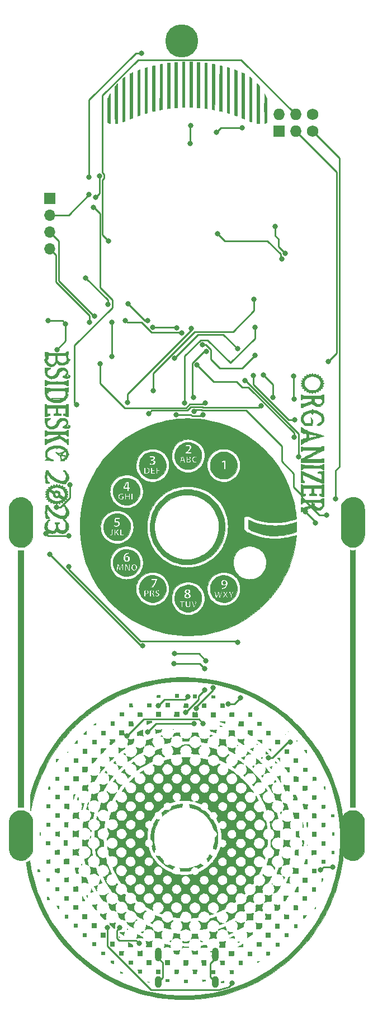
<source format=gbr>
%TF.GenerationSoftware,KiCad,Pcbnew,7.0.1*%
%TF.CreationDate,2023-08-25T16:29:50-05:00*%
%TF.ProjectId,BSidesKC23_Organizer,42536964-6573-44b4-9332-335f4f726761,1.1*%
%TF.SameCoordinates,Original*%
%TF.FileFunction,Copper,L1,Top*%
%TF.FilePolarity,Positive*%
%FSLAX46Y46*%
G04 Gerber Fmt 4.6, Leading zero omitted, Abs format (unit mm)*
G04 Created by KiCad (PCBNEW 7.0.1) date 2023-08-25 16:29:50*
%MOMM*%
%LPD*%
G01*
G04 APERTURE LIST*
%TA.AperFunction,EtchedComponent*%
%ADD10C,0.010000*%
%TD*%
%TA.AperFunction,ComponentPad*%
%ADD11O,1.727200X1.727200*%
%TD*%
%TA.AperFunction,ComponentPad*%
%ADD12R,1.727200X1.727200*%
%TD*%
%TA.AperFunction,ComponentPad*%
%ADD13C,1.727200*%
%TD*%
%TA.AperFunction,ComponentPad*%
%ADD14C,5.000000*%
%TD*%
%TA.AperFunction,ComponentPad*%
%ADD15R,1.700000X1.700000*%
%TD*%
%TA.AperFunction,ComponentPad*%
%ADD16O,1.700000X1.700000*%
%TD*%
%TA.AperFunction,ComponentPad*%
%ADD17O,1.000000X1.800000*%
%TD*%
%TA.AperFunction,ComponentPad*%
%ADD18O,1.000000X2.100000*%
%TD*%
%TA.AperFunction,ViaPad*%
%ADD19C,0.800000*%
%TD*%
%TA.AperFunction,Conductor*%
%ADD20C,0.250000*%
%TD*%
G04 APERTURE END LIST*
%TO.C,G\u002A\u002A\u002A*%
D10*
X78646974Y-91584461D02*
X78678557Y-91593758D01*
X78688931Y-91614592D01*
X78689500Y-91626294D01*
X78703842Y-91668703D01*
X78739477Y-91719413D01*
X78751371Y-91732128D01*
X78813243Y-91794000D01*
X80181513Y-91794000D01*
X80498855Y-91793653D01*
X80776633Y-91792616D01*
X81014453Y-91790895D01*
X81211922Y-91788496D01*
X81368647Y-91785426D01*
X81484232Y-91781691D01*
X81558286Y-91777296D01*
X81590414Y-91772248D01*
X81590655Y-91772125D01*
X81625478Y-91740129D01*
X81663229Y-91686498D01*
X81674361Y-91666292D01*
X81699844Y-91619740D01*
X81724517Y-91594659D01*
X81761778Y-91584408D01*
X81825026Y-91582347D01*
X81843763Y-91582333D01*
X81970333Y-91582333D01*
X81970333Y-93487333D01*
X81811583Y-93487333D01*
X81730820Y-93486641D01*
X81683477Y-93482631D01*
X81660641Y-93472399D01*
X81653399Y-93453041D01*
X81652833Y-93435616D01*
X81637986Y-93381172D01*
X81591508Y-93344349D01*
X81510490Y-93323771D01*
X81404706Y-93318000D01*
X81250666Y-93318000D01*
X81250666Y-93021666D01*
X81610500Y-93021666D01*
X81610500Y-92217333D01*
X80425166Y-92217333D01*
X80425166Y-92877733D01*
X80494951Y-92947518D01*
X80591069Y-93015486D01*
X80710356Y-93055255D01*
X80800875Y-93063881D01*
X80869666Y-93064000D01*
X80869666Y-93318000D01*
X79790166Y-93318000D01*
X79790166Y-93067721D01*
X79874643Y-93053448D01*
X79937614Y-93033980D01*
X79995379Y-92993164D01*
X80043977Y-92942774D01*
X80128833Y-92846373D01*
X80128833Y-92217333D01*
X78816500Y-92217333D01*
X78816500Y-93000500D01*
X79197500Y-93000500D01*
X79197500Y-93318000D01*
X79075791Y-93318929D01*
X78947904Y-93330869D01*
X78841788Y-93362814D01*
X78765195Y-93412064D01*
X78746252Y-93433635D01*
X78716521Y-93465776D01*
X78678515Y-93481892D01*
X78617522Y-93487120D01*
X78592484Y-93487333D01*
X78477833Y-93487333D01*
X78477833Y-91582333D01*
X78583666Y-91582333D01*
X78646974Y-91584461D01*
%TA.AperFunction,EtchedComponent*%
G36*
X78646974Y-91584461D02*
G01*
X78678557Y-91593758D01*
X78688931Y-91614592D01*
X78689500Y-91626294D01*
X78703842Y-91668703D01*
X78739477Y-91719413D01*
X78751371Y-91732128D01*
X78813243Y-91794000D01*
X80181513Y-91794000D01*
X80498855Y-91793653D01*
X80776633Y-91792616D01*
X81014453Y-91790895D01*
X81211922Y-91788496D01*
X81368647Y-91785426D01*
X81484232Y-91781691D01*
X81558286Y-91777296D01*
X81590414Y-91772248D01*
X81590655Y-91772125D01*
X81625478Y-91740129D01*
X81663229Y-91686498D01*
X81674361Y-91666292D01*
X81699844Y-91619740D01*
X81724517Y-91594659D01*
X81761778Y-91584408D01*
X81825026Y-91582347D01*
X81843763Y-91582333D01*
X81970333Y-91582333D01*
X81970333Y-93487333D01*
X81811583Y-93487333D01*
X81730820Y-93486641D01*
X81683477Y-93482631D01*
X81660641Y-93472399D01*
X81653399Y-93453041D01*
X81652833Y-93435616D01*
X81637986Y-93381172D01*
X81591508Y-93344349D01*
X81510490Y-93323771D01*
X81404706Y-93318000D01*
X81250666Y-93318000D01*
X81250666Y-93021666D01*
X81610500Y-93021666D01*
X81610500Y-92217333D01*
X80425166Y-92217333D01*
X80425166Y-92877733D01*
X80494951Y-92947518D01*
X80591069Y-93015486D01*
X80710356Y-93055255D01*
X80800875Y-93063881D01*
X80869666Y-93064000D01*
X80869666Y-93318000D01*
X79790166Y-93318000D01*
X79790166Y-93067721D01*
X79874643Y-93053448D01*
X79937614Y-93033980D01*
X79995379Y-92993164D01*
X80043977Y-92942774D01*
X80128833Y-92846373D01*
X80128833Y-92217333D01*
X78816500Y-92217333D01*
X78816500Y-93000500D01*
X79197500Y-93000500D01*
X79197500Y-93318000D01*
X79075791Y-93318929D01*
X78947904Y-93330869D01*
X78841788Y-93362814D01*
X78765195Y-93412064D01*
X78746252Y-93433635D01*
X78716521Y-93465776D01*
X78678515Y-93481892D01*
X78617522Y-93487120D01*
X78592484Y-93487333D01*
X78477833Y-93487333D01*
X78477833Y-91582333D01*
X78583666Y-91582333D01*
X78646974Y-91584461D01*
G37*
%TD.AperFunction*%
X120694750Y-103509750D02*
X120567750Y-103515120D01*
X120522788Y-103515854D01*
X120480284Y-103512576D01*
X120433734Y-103503195D01*
X120376637Y-103485621D01*
X120302491Y-103457763D01*
X120204793Y-103417531D01*
X120077043Y-103362836D01*
X120028000Y-103341610D01*
X119925983Y-103297395D01*
X119790787Y-103238794D01*
X119628074Y-103168262D01*
X119443503Y-103088253D01*
X119242735Y-103001221D01*
X119031433Y-102909619D01*
X118815256Y-102815903D01*
X118599866Y-102722524D01*
X118567500Y-102708492D01*
X117519750Y-102254254D01*
X117513990Y-102644023D01*
X117512427Y-102801891D01*
X117514052Y-102922928D01*
X117520440Y-103012608D01*
X117533166Y-103076403D01*
X117553805Y-103119787D01*
X117583934Y-103148232D01*
X117625127Y-103167210D01*
X117668133Y-103179513D01*
X117765338Y-103203989D01*
X117758961Y-103314536D01*
X117752583Y-103425083D01*
X117212833Y-103436931D01*
X117212833Y-102547299D01*
X117212959Y-102357859D01*
X117213319Y-102182198D01*
X117213887Y-102024687D01*
X117214635Y-101889697D01*
X117215537Y-101781598D01*
X117216565Y-101704762D01*
X117217692Y-101663561D01*
X117218324Y-101657666D01*
X117238158Y-101665804D01*
X117293991Y-101689391D01*
X117382915Y-101727185D01*
X117502027Y-101777944D01*
X117648418Y-101840428D01*
X117819183Y-101913394D01*
X118011416Y-101995602D01*
X118222211Y-102085810D01*
X118448661Y-102182777D01*
X118687861Y-102285260D01*
X118800532Y-102333553D01*
X120377250Y-103009439D01*
X120383647Y-102709261D01*
X120385835Y-102554414D01*
X120384342Y-102435509D01*
X120378271Y-102346244D01*
X120366723Y-102280319D01*
X120348800Y-102231433D01*
X120323604Y-102193286D01*
X120307604Y-102175877D01*
X120194271Y-102088768D01*
X120061616Y-102036560D01*
X119905354Y-102017627D01*
X119890014Y-102017500D01*
X119729454Y-102017500D01*
X119742250Y-101795250D01*
X120108194Y-101784666D01*
X120248917Y-101779982D01*
X120352848Y-101774325D01*
X120425527Y-101766326D01*
X120472494Y-101754613D01*
X120499288Y-101737816D01*
X120511449Y-101714563D01*
X120514509Y-101684125D01*
X120534944Y-101665726D01*
X120593924Y-101657899D01*
X120610305Y-101657666D01*
X120705778Y-101657666D01*
X120694750Y-103509750D01*
%TA.AperFunction,EtchedComponent*%
G36*
X120694750Y-103509750D02*
G01*
X120567750Y-103515120D01*
X120522788Y-103515854D01*
X120480284Y-103512576D01*
X120433734Y-103503195D01*
X120376637Y-103485621D01*
X120302491Y-103457763D01*
X120204793Y-103417531D01*
X120077043Y-103362836D01*
X120028000Y-103341610D01*
X119925983Y-103297395D01*
X119790787Y-103238794D01*
X119628074Y-103168262D01*
X119443503Y-103088253D01*
X119242735Y-103001221D01*
X119031433Y-102909619D01*
X118815256Y-102815903D01*
X118599866Y-102722524D01*
X118567500Y-102708492D01*
X117519750Y-102254254D01*
X117513990Y-102644023D01*
X117512427Y-102801891D01*
X117514052Y-102922928D01*
X117520440Y-103012608D01*
X117533166Y-103076403D01*
X117553805Y-103119787D01*
X117583934Y-103148232D01*
X117625127Y-103167210D01*
X117668133Y-103179513D01*
X117765338Y-103203989D01*
X117758961Y-103314536D01*
X117752583Y-103425083D01*
X117212833Y-103436931D01*
X117212833Y-102547299D01*
X117212959Y-102357859D01*
X117213319Y-102182198D01*
X117213887Y-102024687D01*
X117214635Y-101889697D01*
X117215537Y-101781598D01*
X117216565Y-101704762D01*
X117217692Y-101663561D01*
X117218324Y-101657666D01*
X117238158Y-101665804D01*
X117293991Y-101689391D01*
X117382915Y-101727185D01*
X117502027Y-101777944D01*
X117648418Y-101840428D01*
X117819183Y-101913394D01*
X118011416Y-101995602D01*
X118222211Y-102085810D01*
X118448661Y-102182777D01*
X118687861Y-102285260D01*
X118800532Y-102333553D01*
X120377250Y-103009439D01*
X120383647Y-102709261D01*
X120385835Y-102554414D01*
X120384342Y-102435509D01*
X120378271Y-102346244D01*
X120366723Y-102280319D01*
X120348800Y-102231433D01*
X120323604Y-102193286D01*
X120307604Y-102175877D01*
X120194271Y-102088768D01*
X120061616Y-102036560D01*
X119905354Y-102017627D01*
X119890014Y-102017500D01*
X119729454Y-102017500D01*
X119742250Y-101795250D01*
X120108194Y-101784666D01*
X120248917Y-101779982D01*
X120352848Y-101774325D01*
X120425527Y-101766326D01*
X120472494Y-101754613D01*
X120499288Y-101737816D01*
X120511449Y-101714563D01*
X120514509Y-101684125D01*
X120534944Y-101665726D01*
X120593924Y-101657899D01*
X120610305Y-101657666D01*
X120705778Y-101657666D01*
X120694750Y-103509750D01*
G37*
%TD.AperFunction*%
X117312133Y-103693798D02*
X117373449Y-103700289D01*
X117405890Y-103715087D01*
X117422910Y-103746819D01*
X117429086Y-103768775D01*
X117435641Y-103794434D01*
X117443122Y-103816550D01*
X117454520Y-103835387D01*
X117472827Y-103851207D01*
X117501034Y-103864273D01*
X117542134Y-103874848D01*
X117599116Y-103883195D01*
X117674973Y-103889578D01*
X117772696Y-103894259D01*
X117895276Y-103897501D01*
X118045706Y-103899567D01*
X118226975Y-103900721D01*
X118442076Y-103901224D01*
X118694001Y-103901341D01*
X118936865Y-103901333D01*
X119211051Y-103901297D01*
X119446037Y-103901130D01*
X119644957Y-103900738D01*
X119810945Y-103900031D01*
X119947135Y-103898916D01*
X120056660Y-103897302D01*
X120142654Y-103895097D01*
X120208251Y-103892210D01*
X120256585Y-103888548D01*
X120290788Y-103884020D01*
X120313996Y-103878534D01*
X120329342Y-103871998D01*
X120339959Y-103864321D01*
X120344374Y-103860125D01*
X120383787Y-103811258D01*
X120419530Y-103753268D01*
X120441361Y-103716209D01*
X120466179Y-103697393D01*
X120507242Y-103691729D01*
X120574114Y-103693934D01*
X120694750Y-103700250D01*
X120700259Y-104647458D01*
X120705769Y-105594666D01*
X120546801Y-105594666D01*
X120465567Y-105593669D01*
X120417882Y-105589121D01*
X120394978Y-105578687D01*
X120388088Y-105560033D01*
X120387833Y-105552333D01*
X120373009Y-105493281D01*
X120326668Y-105453424D01*
X120246005Y-105431298D01*
X120144416Y-105425333D01*
X119985666Y-105425333D01*
X119985666Y-105129000D01*
X120345500Y-105129000D01*
X120345500Y-104324666D01*
X119160166Y-104324666D01*
X119160166Y-104644192D01*
X119161027Y-104775064D01*
X119164050Y-104870785D01*
X119169894Y-104938513D01*
X119179218Y-104985403D01*
X119192682Y-105018611D01*
X119195046Y-105022764D01*
X119256042Y-105086828D01*
X119350537Y-105134733D01*
X119471706Y-105163208D01*
X119493259Y-105165757D01*
X119604666Y-105177255D01*
X119604666Y-105425333D01*
X118504000Y-105425333D01*
X118504000Y-105176743D01*
X118593234Y-105162474D01*
X118659791Y-105143231D01*
X118721126Y-105103177D01*
X118773151Y-105053564D01*
X118863833Y-104958923D01*
X118863833Y-104324666D01*
X117551500Y-104324666D01*
X117551500Y-105107833D01*
X117932500Y-105107833D01*
X117932500Y-105425333D01*
X117800208Y-105425798D01*
X117688593Y-105436033D01*
X117588866Y-105463378D01*
X117511264Y-105503989D01*
X117467796Y-105550533D01*
X117446008Y-105576989D01*
X117409132Y-105590369D01*
X117344838Y-105594580D01*
X117328505Y-105594666D01*
X117212833Y-105594666D01*
X117212833Y-103687347D01*
X117312133Y-103693798D01*
%TA.AperFunction,EtchedComponent*%
G36*
X117312133Y-103693798D02*
G01*
X117373449Y-103700289D01*
X117405890Y-103715087D01*
X117422910Y-103746819D01*
X117429086Y-103768775D01*
X117435641Y-103794434D01*
X117443122Y-103816550D01*
X117454520Y-103835387D01*
X117472827Y-103851207D01*
X117501034Y-103864273D01*
X117542134Y-103874848D01*
X117599116Y-103883195D01*
X117674973Y-103889578D01*
X117772696Y-103894259D01*
X117895276Y-103897501D01*
X118045706Y-103899567D01*
X118226975Y-103900721D01*
X118442076Y-103901224D01*
X118694001Y-103901341D01*
X118936865Y-103901333D01*
X119211051Y-103901297D01*
X119446037Y-103901130D01*
X119644957Y-103900738D01*
X119810945Y-103900031D01*
X119947135Y-103898916D01*
X120056660Y-103897302D01*
X120142654Y-103895097D01*
X120208251Y-103892210D01*
X120256585Y-103888548D01*
X120290788Y-103884020D01*
X120313996Y-103878534D01*
X120329342Y-103871998D01*
X120339959Y-103864321D01*
X120344374Y-103860125D01*
X120383787Y-103811258D01*
X120419530Y-103753268D01*
X120441361Y-103716209D01*
X120466179Y-103697393D01*
X120507242Y-103691729D01*
X120574114Y-103693934D01*
X120694750Y-103700250D01*
X120700259Y-104647458D01*
X120705769Y-105594666D01*
X120546801Y-105594666D01*
X120465567Y-105593669D01*
X120417882Y-105589121D01*
X120394978Y-105578687D01*
X120388088Y-105560033D01*
X120387833Y-105552333D01*
X120373009Y-105493281D01*
X120326668Y-105453424D01*
X120246005Y-105431298D01*
X120144416Y-105425333D01*
X119985666Y-105425333D01*
X119985666Y-105129000D01*
X120345500Y-105129000D01*
X120345500Y-104324666D01*
X119160166Y-104324666D01*
X119160166Y-104644192D01*
X119161027Y-104775064D01*
X119164050Y-104870785D01*
X119169894Y-104938513D01*
X119179218Y-104985403D01*
X119192682Y-105018611D01*
X119195046Y-105022764D01*
X119256042Y-105086828D01*
X119350537Y-105134733D01*
X119471706Y-105163208D01*
X119493259Y-105165757D01*
X119604666Y-105177255D01*
X119604666Y-105425333D01*
X118504000Y-105425333D01*
X118504000Y-105176743D01*
X118593234Y-105162474D01*
X118659791Y-105143231D01*
X118721126Y-105103177D01*
X118773151Y-105053564D01*
X118863833Y-104958923D01*
X118863833Y-104324666D01*
X117551500Y-104324666D01*
X117551500Y-105107833D01*
X117932500Y-105107833D01*
X117932500Y-105425333D01*
X117800208Y-105425798D01*
X117688593Y-105436033D01*
X117588866Y-105463378D01*
X117511264Y-105503989D01*
X117467796Y-105550533D01*
X117446008Y-105576989D01*
X117409132Y-105590369D01*
X117344838Y-105594580D01*
X117328505Y-105594666D01*
X117212833Y-105594666D01*
X117212833Y-103687347D01*
X117312133Y-103693798D01*
G37*
%TD.AperFunction*%
X117337016Y-105831453D02*
X117357526Y-105849244D01*
X117361000Y-105880416D01*
X117364452Y-105911876D01*
X117382042Y-105927536D01*
X117424618Y-105932847D01*
X117466345Y-105933333D01*
X117533991Y-105936844D01*
X117574698Y-105951180D01*
X117603551Y-105982039D01*
X117606363Y-105986250D01*
X117641035Y-106039166D01*
X120178541Y-106039166D01*
X120309645Y-105932696D01*
X120376498Y-105879649D01*
X120424237Y-105848405D01*
X120466319Y-105833722D01*
X120516198Y-105830358D01*
X120567750Y-105832154D01*
X120694750Y-105838083D01*
X120700380Y-106428014D01*
X120706011Y-107017946D01*
X120617178Y-107115931D01*
X120566737Y-107170881D01*
X120496741Y-107246221D01*
X120416793Y-107331654D01*
X120343275Y-107409708D01*
X120158206Y-107605500D01*
X119571142Y-107605500D01*
X119213882Y-107382811D01*
X118856623Y-107160122D01*
X118214697Y-107409269D01*
X118036504Y-107478707D01*
X117894064Y-107535002D01*
X117783512Y-107579924D01*
X117700982Y-107615243D01*
X117642608Y-107642731D01*
X117604526Y-107664156D01*
X117582869Y-107681291D01*
X117573771Y-107695905D01*
X117572719Y-107703287D01*
X117566733Y-107729278D01*
X117542779Y-107747557D01*
X117491756Y-107762959D01*
X117440375Y-107773601D01*
X117362430Y-107788933D01*
X117295274Y-107802732D01*
X117260458Y-107810400D01*
X117212833Y-107821755D01*
X117212833Y-107203333D01*
X117371583Y-107203333D01*
X117455946Y-107205109D01*
X117505424Y-107211385D01*
X117527349Y-107223578D01*
X117530333Y-107234052D01*
X117541278Y-107240424D01*
X117576185Y-107236215D01*
X117638160Y-107220544D01*
X117730310Y-107192526D01*
X117855743Y-107151280D01*
X118017565Y-107095922D01*
X118022458Y-107094227D01*
X118169099Y-107043434D01*
X118311706Y-106994084D01*
X118442392Y-106948901D01*
X118553273Y-106910612D01*
X118636464Y-106881942D01*
X118668041Y-106871096D01*
X118821500Y-106818507D01*
X118821500Y-106524467D01*
X119234250Y-106536583D01*
X119247260Y-106917583D01*
X119499793Y-107092208D01*
X119752327Y-107266833D01*
X120050620Y-107266833D01*
X120228851Y-107113375D01*
X120407082Y-106959916D01*
X120409000Y-106574350D01*
X120283314Y-106496772D01*
X120157628Y-106419195D01*
X118891606Y-106428196D01*
X118660033Y-106430070D01*
X118438064Y-106432305D01*
X118229846Y-106434829D01*
X118039527Y-106437573D01*
X117871258Y-106440465D01*
X117729185Y-106443434D01*
X117617458Y-106446412D01*
X117540226Y-106449326D01*
X117503875Y-106451807D01*
X117382166Y-106466417D01*
X117382166Y-106549125D01*
X117380045Y-106602065D01*
X117365536Y-106625589D01*
X117326417Y-106631634D01*
X117297500Y-106631833D01*
X117212833Y-106631833D01*
X117212833Y-105827500D01*
X117286916Y-105827500D01*
X117337016Y-105831453D01*
%TA.AperFunction,EtchedComponent*%
G36*
X117337016Y-105831453D02*
G01*
X117357526Y-105849244D01*
X117361000Y-105880416D01*
X117364452Y-105911876D01*
X117382042Y-105927536D01*
X117424618Y-105932847D01*
X117466345Y-105933333D01*
X117533991Y-105936844D01*
X117574698Y-105951180D01*
X117603551Y-105982039D01*
X117606363Y-105986250D01*
X117641035Y-106039166D01*
X120178541Y-106039166D01*
X120309645Y-105932696D01*
X120376498Y-105879649D01*
X120424237Y-105848405D01*
X120466319Y-105833722D01*
X120516198Y-105830358D01*
X120567750Y-105832154D01*
X120694750Y-105838083D01*
X120700380Y-106428014D01*
X120706011Y-107017946D01*
X120617178Y-107115931D01*
X120566737Y-107170881D01*
X120496741Y-107246221D01*
X120416793Y-107331654D01*
X120343275Y-107409708D01*
X120158206Y-107605500D01*
X119571142Y-107605500D01*
X119213882Y-107382811D01*
X118856623Y-107160122D01*
X118214697Y-107409269D01*
X118036504Y-107478707D01*
X117894064Y-107535002D01*
X117783512Y-107579924D01*
X117700982Y-107615243D01*
X117642608Y-107642731D01*
X117604526Y-107664156D01*
X117582869Y-107681291D01*
X117573771Y-107695905D01*
X117572719Y-107703287D01*
X117566733Y-107729278D01*
X117542779Y-107747557D01*
X117491756Y-107762959D01*
X117440375Y-107773601D01*
X117362430Y-107788933D01*
X117295274Y-107802732D01*
X117260458Y-107810400D01*
X117212833Y-107821755D01*
X117212833Y-107203333D01*
X117371583Y-107203333D01*
X117455946Y-107205109D01*
X117505424Y-107211385D01*
X117527349Y-107223578D01*
X117530333Y-107234052D01*
X117541278Y-107240424D01*
X117576185Y-107236215D01*
X117638160Y-107220544D01*
X117730310Y-107192526D01*
X117855743Y-107151280D01*
X118017565Y-107095922D01*
X118022458Y-107094227D01*
X118169099Y-107043434D01*
X118311706Y-106994084D01*
X118442392Y-106948901D01*
X118553273Y-106910612D01*
X118636464Y-106881942D01*
X118668041Y-106871096D01*
X118821500Y-106818507D01*
X118821500Y-106524467D01*
X119234250Y-106536583D01*
X119247260Y-106917583D01*
X119499793Y-107092208D01*
X119752327Y-107266833D01*
X120050620Y-107266833D01*
X120228851Y-107113375D01*
X120407082Y-106959916D01*
X120409000Y-106574350D01*
X120283314Y-106496772D01*
X120157628Y-106419195D01*
X118891606Y-106428196D01*
X118660033Y-106430070D01*
X118438064Y-106432305D01*
X118229846Y-106434829D01*
X118039527Y-106437573D01*
X117871258Y-106440465D01*
X117729185Y-106443434D01*
X117617458Y-106446412D01*
X117540226Y-106449326D01*
X117503875Y-106451807D01*
X117382166Y-106466417D01*
X117382166Y-106549125D01*
X117380045Y-106602065D01*
X117365536Y-106625589D01*
X117326417Y-106631634D01*
X117297500Y-106631833D01*
X117212833Y-106631833D01*
X117212833Y-105827500D01*
X117286916Y-105827500D01*
X117337016Y-105831453D01*
G37*
%TD.AperFunction*%
X120700638Y-98222884D02*
X120694750Y-98513435D01*
X119441781Y-99127759D01*
X119225752Y-99233966D01*
X119020178Y-99335590D01*
X118828351Y-99430970D01*
X118653560Y-99518444D01*
X118499095Y-99596348D01*
X118368247Y-99663021D01*
X118264306Y-99716800D01*
X118190563Y-99756024D01*
X118150307Y-99779028D01*
X118144391Y-99783248D01*
X118113596Y-99827963D01*
X118106193Y-99867915D01*
X118108351Y-99877734D01*
X118114093Y-99885973D01*
X118126899Y-99892792D01*
X118150247Y-99898351D01*
X118187615Y-99902812D01*
X118242482Y-99906334D01*
X118318327Y-99909077D01*
X118418629Y-99911202D01*
X118546866Y-99912868D01*
X118706517Y-99914237D01*
X118901061Y-99915469D01*
X119133976Y-99916723D01*
X119169536Y-99916908D01*
X120226655Y-99922399D01*
X120293357Y-99857750D01*
X120329040Y-99825436D01*
X120361565Y-99806665D01*
X120403311Y-99798348D01*
X120466655Y-99797395D01*
X120527404Y-99799341D01*
X120694750Y-99805583D01*
X120700607Y-100117791D01*
X120706465Y-100430000D01*
X120507407Y-100430000D01*
X120405099Y-100428161D01*
X120337645Y-100421955D01*
X120297698Y-100410346D01*
X120282000Y-100398250D01*
X120272790Y-100392115D01*
X120254177Y-100386810D01*
X120223332Y-100382274D01*
X120177429Y-100378450D01*
X120113640Y-100375280D01*
X120029137Y-100372707D01*
X119921093Y-100370671D01*
X119786679Y-100369116D01*
X119623069Y-100367982D01*
X119427435Y-100367213D01*
X119196949Y-100366749D01*
X118928784Y-100366534D01*
X118734241Y-100366500D01*
X117212833Y-100366500D01*
X117212833Y-99798917D01*
X117323958Y-99791667D01*
X117350164Y-99788486D01*
X117381091Y-99781210D01*
X117419716Y-99768376D01*
X117469016Y-99748520D01*
X117531966Y-99720180D01*
X117611543Y-99681892D01*
X117710724Y-99632194D01*
X117832484Y-99569622D01*
X117979801Y-99492713D01*
X118155651Y-99400005D01*
X118363009Y-99290034D01*
X118587498Y-99170583D01*
X119739912Y-98556750D01*
X117540916Y-98544986D01*
X117477416Y-98619661D01*
X117431907Y-98666642D01*
X117388396Y-98688419D01*
X117326528Y-98694259D01*
X117313375Y-98694334D01*
X117212833Y-98694333D01*
X117212833Y-97995833D01*
X117339833Y-97995833D01*
X117411218Y-97997578D01*
X117449790Y-98004742D01*
X117464996Y-98020222D01*
X117466833Y-98034769D01*
X117468175Y-98051949D01*
X117474164Y-98066739D01*
X117487745Y-98079318D01*
X117511863Y-98089864D01*
X117549462Y-98098556D01*
X117603488Y-98105572D01*
X117676884Y-98111092D01*
X117772597Y-98115293D01*
X117893571Y-98118355D01*
X118042750Y-98120457D01*
X118223080Y-98121777D01*
X118437504Y-98122493D01*
X118688969Y-98122785D01*
X118918021Y-98122833D01*
X120261383Y-98122833D01*
X120353935Y-97932333D01*
X120706527Y-97932333D01*
X120700638Y-98222884D01*
%TA.AperFunction,EtchedComponent*%
G36*
X120700638Y-98222884D02*
G01*
X120694750Y-98513435D01*
X119441781Y-99127759D01*
X119225752Y-99233966D01*
X119020178Y-99335590D01*
X118828351Y-99430970D01*
X118653560Y-99518444D01*
X118499095Y-99596348D01*
X118368247Y-99663021D01*
X118264306Y-99716800D01*
X118190563Y-99756024D01*
X118150307Y-99779028D01*
X118144391Y-99783248D01*
X118113596Y-99827963D01*
X118106193Y-99867915D01*
X118108351Y-99877734D01*
X118114093Y-99885973D01*
X118126899Y-99892792D01*
X118150247Y-99898351D01*
X118187615Y-99902812D01*
X118242482Y-99906334D01*
X118318327Y-99909077D01*
X118418629Y-99911202D01*
X118546866Y-99912868D01*
X118706517Y-99914237D01*
X118901061Y-99915469D01*
X119133976Y-99916723D01*
X119169536Y-99916908D01*
X120226655Y-99922399D01*
X120293357Y-99857750D01*
X120329040Y-99825436D01*
X120361565Y-99806665D01*
X120403311Y-99798348D01*
X120466655Y-99797395D01*
X120527404Y-99799341D01*
X120694750Y-99805583D01*
X120700607Y-100117791D01*
X120706465Y-100430000D01*
X120507407Y-100430000D01*
X120405099Y-100428161D01*
X120337645Y-100421955D01*
X120297698Y-100410346D01*
X120282000Y-100398250D01*
X120272790Y-100392115D01*
X120254177Y-100386810D01*
X120223332Y-100382274D01*
X120177429Y-100378450D01*
X120113640Y-100375280D01*
X120029137Y-100372707D01*
X119921093Y-100370671D01*
X119786679Y-100369116D01*
X119623069Y-100367982D01*
X119427435Y-100367213D01*
X119196949Y-100366749D01*
X118928784Y-100366534D01*
X118734241Y-100366500D01*
X117212833Y-100366500D01*
X117212833Y-99798917D01*
X117323958Y-99791667D01*
X117350164Y-99788486D01*
X117381091Y-99781210D01*
X117419716Y-99768376D01*
X117469016Y-99748520D01*
X117531966Y-99720180D01*
X117611543Y-99681892D01*
X117710724Y-99632194D01*
X117832484Y-99569622D01*
X117979801Y-99492713D01*
X118155651Y-99400005D01*
X118363009Y-99290034D01*
X118587498Y-99170583D01*
X119739912Y-98556750D01*
X117540916Y-98544986D01*
X117477416Y-98619661D01*
X117431907Y-98666642D01*
X117388396Y-98688419D01*
X117326528Y-98694259D01*
X117313375Y-98694334D01*
X117212833Y-98694333D01*
X117212833Y-97995833D01*
X117339833Y-97995833D01*
X117411218Y-97997578D01*
X117449790Y-98004742D01*
X117464996Y-98020222D01*
X117466833Y-98034769D01*
X117468175Y-98051949D01*
X117474164Y-98066739D01*
X117487745Y-98079318D01*
X117511863Y-98089864D01*
X117549462Y-98098556D01*
X117603488Y-98105572D01*
X117676884Y-98111092D01*
X117772597Y-98115293D01*
X117893571Y-98118355D01*
X118042750Y-98120457D01*
X118223080Y-98121777D01*
X118437504Y-98122493D01*
X118688969Y-98122785D01*
X118918021Y-98122833D01*
X120261383Y-98122833D01*
X120353935Y-97932333D01*
X120706527Y-97932333D01*
X120700638Y-98222884D01*
G37*
%TD.AperFunction*%
X117337016Y-90146953D02*
X117357526Y-90164744D01*
X117361000Y-90195916D01*
X117364452Y-90227376D01*
X117382042Y-90243036D01*
X117424618Y-90248347D01*
X117466345Y-90248833D01*
X117533991Y-90252344D01*
X117574698Y-90266680D01*
X117603551Y-90297539D01*
X117606363Y-90301750D01*
X117641035Y-90354666D01*
X120171183Y-90354666D01*
X120305966Y-90249253D01*
X120375428Y-90196487D01*
X120426192Y-90165063D01*
X120472261Y-90149432D01*
X120527632Y-90144047D01*
X120573041Y-90143420D01*
X120705333Y-90143000D01*
X120704513Y-90740958D01*
X120703694Y-91338916D01*
X120186750Y-91898022D01*
X119861188Y-91898927D01*
X119535627Y-91899833D01*
X119196332Y-91686896D01*
X118857037Y-91473958D01*
X118214851Y-91723484D01*
X118036563Y-91793039D01*
X117894032Y-91849438D01*
X117783400Y-91894450D01*
X117700807Y-91929843D01*
X117642395Y-91957383D01*
X117604305Y-91978840D01*
X117582678Y-91995981D01*
X117573657Y-92010573D01*
X117572666Y-92017698D01*
X117567520Y-92041878D01*
X117546357Y-92059184D01*
X117500584Y-92073647D01*
X117421613Y-92089300D01*
X117419208Y-92089729D01*
X117340478Y-92104449D01*
X117276716Y-92117635D01*
X117240729Y-92126622D01*
X117239291Y-92127133D01*
X117228543Y-92121634D01*
X117220945Y-92092479D01*
X117216076Y-92034905D01*
X117213514Y-91944146D01*
X117212833Y-91828014D01*
X117212833Y-91518833D01*
X117371583Y-91518833D01*
X117456036Y-91520625D01*
X117505559Y-91526937D01*
X117527437Y-91539173D01*
X117530333Y-91549420D01*
X117540187Y-91558509D01*
X117572679Y-91556021D01*
X117632205Y-91540883D01*
X117723157Y-91512023D01*
X117821375Y-91478377D01*
X117947379Y-91434471D01*
X118097730Y-91382228D01*
X118256747Y-91327088D01*
X118408748Y-91274492D01*
X118466958Y-91254389D01*
X118821500Y-91132031D01*
X118821500Y-90839967D01*
X119234250Y-90852083D01*
X119241015Y-91042583D01*
X119247781Y-91233083D01*
X119721083Y-91560617D01*
X119897848Y-91560892D01*
X120074614Y-91561166D01*
X120240232Y-91418291D01*
X120405851Y-91275416D01*
X120407425Y-91082621D01*
X120409000Y-90889826D01*
X120292420Y-90812422D01*
X120175841Y-90735018D01*
X118900712Y-90743692D01*
X118668326Y-90745503D01*
X118445553Y-90747679D01*
X118236523Y-90750153D01*
X118045367Y-90752855D01*
X117876215Y-90755715D01*
X117733197Y-90758665D01*
X117620443Y-90761634D01*
X117542083Y-90764554D01*
X117503875Y-90767142D01*
X117435612Y-90776450D01*
X117399297Y-90787906D01*
X117384845Y-90808708D01*
X117382174Y-90846057D01*
X117382166Y-90854042D01*
X117379482Y-90900227D01*
X117363299Y-90920753D01*
X117321419Y-90926010D01*
X117297500Y-90926166D01*
X117212833Y-90926166D01*
X117212833Y-90143000D01*
X117286916Y-90143000D01*
X117337016Y-90146953D01*
%TA.AperFunction,EtchedComponent*%
G36*
X117337016Y-90146953D02*
G01*
X117357526Y-90164744D01*
X117361000Y-90195916D01*
X117364452Y-90227376D01*
X117382042Y-90243036D01*
X117424618Y-90248347D01*
X117466345Y-90248833D01*
X117533991Y-90252344D01*
X117574698Y-90266680D01*
X117603551Y-90297539D01*
X117606363Y-90301750D01*
X117641035Y-90354666D01*
X120171183Y-90354666D01*
X120305966Y-90249253D01*
X120375428Y-90196487D01*
X120426192Y-90165063D01*
X120472261Y-90149432D01*
X120527632Y-90144047D01*
X120573041Y-90143420D01*
X120705333Y-90143000D01*
X120704513Y-90740958D01*
X120703694Y-91338916D01*
X120186750Y-91898022D01*
X119861188Y-91898927D01*
X119535627Y-91899833D01*
X119196332Y-91686896D01*
X118857037Y-91473958D01*
X118214851Y-91723484D01*
X118036563Y-91793039D01*
X117894032Y-91849438D01*
X117783400Y-91894450D01*
X117700807Y-91929843D01*
X117642395Y-91957383D01*
X117604305Y-91978840D01*
X117582678Y-91995981D01*
X117573657Y-92010573D01*
X117572666Y-92017698D01*
X117567520Y-92041878D01*
X117546357Y-92059184D01*
X117500584Y-92073647D01*
X117421613Y-92089300D01*
X117419208Y-92089729D01*
X117340478Y-92104449D01*
X117276716Y-92117635D01*
X117240729Y-92126622D01*
X117239291Y-92127133D01*
X117228543Y-92121634D01*
X117220945Y-92092479D01*
X117216076Y-92034905D01*
X117213514Y-91944146D01*
X117212833Y-91828014D01*
X117212833Y-91518833D01*
X117371583Y-91518833D01*
X117456036Y-91520625D01*
X117505559Y-91526937D01*
X117527437Y-91539173D01*
X117530333Y-91549420D01*
X117540187Y-91558509D01*
X117572679Y-91556021D01*
X117632205Y-91540883D01*
X117723157Y-91512023D01*
X117821375Y-91478377D01*
X117947379Y-91434471D01*
X118097730Y-91382228D01*
X118256747Y-91327088D01*
X118408748Y-91274492D01*
X118466958Y-91254389D01*
X118821500Y-91132031D01*
X118821500Y-90839967D01*
X119234250Y-90852083D01*
X119241015Y-91042583D01*
X119247781Y-91233083D01*
X119721083Y-91560617D01*
X119897848Y-91560892D01*
X120074614Y-91561166D01*
X120240232Y-91418291D01*
X120405851Y-91275416D01*
X120407425Y-91082621D01*
X120409000Y-90889826D01*
X120292420Y-90812422D01*
X120175841Y-90735018D01*
X118900712Y-90743692D01*
X118668326Y-90745503D01*
X118445553Y-90747679D01*
X118236523Y-90750153D01*
X118045367Y-90752855D01*
X117876215Y-90755715D01*
X117733197Y-90758665D01*
X117620443Y-90761634D01*
X117542083Y-90764554D01*
X117503875Y-90767142D01*
X117435612Y-90776450D01*
X117399297Y-90787906D01*
X117384845Y-90808708D01*
X117382174Y-90846057D01*
X117382166Y-90854042D01*
X117379482Y-90900227D01*
X117363299Y-90920753D01*
X117321419Y-90926010D01*
X117297500Y-90926166D01*
X117212833Y-90926166D01*
X117212833Y-90143000D01*
X117286916Y-90143000D01*
X117337016Y-90146953D01*
G37*
%TD.AperFunction*%
X78618469Y-87953816D02*
X78652078Y-87984000D01*
X78695502Y-88018554D01*
X78734333Y-88026333D01*
X78786541Y-88037727D01*
X78816500Y-88058083D01*
X78859490Y-88080461D01*
X78941089Y-88089575D01*
X78962166Y-88089833D01*
X79035730Y-88092920D01*
X79079404Y-88104536D01*
X79105336Y-88128206D01*
X79107921Y-88132166D01*
X79117931Y-88145265D01*
X79132984Y-88155343D01*
X79158230Y-88162797D01*
X79198820Y-88168019D01*
X79259902Y-88171406D01*
X79346628Y-88173351D01*
X79464148Y-88174248D01*
X79617610Y-88174494D01*
X79660491Y-88174500D01*
X79823569Y-88174354D01*
X79949778Y-88173632D01*
X80044583Y-88171909D01*
X80113450Y-88168758D01*
X80161844Y-88163755D01*
X80195228Y-88156472D01*
X80219067Y-88146484D01*
X80238827Y-88133366D01*
X80244476Y-88128993D01*
X80287533Y-88103044D01*
X80314521Y-88101961D01*
X80316122Y-88103761D01*
X80342561Y-88129719D01*
X80382251Y-88159851D01*
X80404789Y-88171898D01*
X80436284Y-88180957D01*
X80482505Y-88187434D01*
X80549227Y-88191736D01*
X80642220Y-88194269D01*
X80767257Y-88195439D01*
X80891067Y-88195666D01*
X81043844Y-88195359D01*
X81160592Y-88194109D01*
X81247614Y-88191420D01*
X81311211Y-88186799D01*
X81357686Y-88179750D01*
X81393341Y-88169780D01*
X81424479Y-88156394D01*
X81430583Y-88153333D01*
X81497244Y-88126394D01*
X81560175Y-88111836D01*
X81573693Y-88111000D01*
X81663690Y-88092352D01*
X81749583Y-88042355D01*
X81796885Y-87995006D01*
X81854131Y-87950434D01*
X81904587Y-87941666D01*
X81970333Y-87941666D01*
X81970333Y-88788333D01*
X81872346Y-88788333D01*
X81814133Y-88785171D01*
X81771062Y-88770534D01*
X81727991Y-88736696D01*
X81685659Y-88693083D01*
X81632358Y-88639348D01*
X81590635Y-88610728D01*
X81545356Y-88599496D01*
X81499144Y-88597833D01*
X81438115Y-88593614D01*
X81396551Y-88582945D01*
X81388250Y-88576666D01*
X81363976Y-88571712D01*
X81298243Y-88567389D01*
X81191919Y-88563710D01*
X81045873Y-88560692D01*
X80860973Y-88558348D01*
X80638089Y-88556694D01*
X80378089Y-88555743D01*
X80138167Y-88555500D01*
X79877907Y-88555553D01*
X79656687Y-88555780D01*
X79471214Y-88556283D01*
X79318195Y-88557163D01*
X79194336Y-88558521D01*
X79096346Y-88560458D01*
X79020929Y-88563076D01*
X78964795Y-88566477D01*
X78924648Y-88570760D01*
X78897196Y-88576029D01*
X78879147Y-88582384D01*
X78867206Y-88589926D01*
X78861896Y-88594769D01*
X78809968Y-88630812D01*
X78766646Y-88648089D01*
X78722600Y-88671193D01*
X78710666Y-88712388D01*
X78700591Y-88753734D01*
X78665781Y-88777612D01*
X78599356Y-88787508D01*
X78560768Y-88788333D01*
X78477833Y-88788333D01*
X78477833Y-87941666D01*
X78551737Y-87941666D01*
X78618469Y-87953816D01*
%TA.AperFunction,EtchedComponent*%
G36*
X78618469Y-87953816D02*
G01*
X78652078Y-87984000D01*
X78695502Y-88018554D01*
X78734333Y-88026333D01*
X78786541Y-88037727D01*
X78816500Y-88058083D01*
X78859490Y-88080461D01*
X78941089Y-88089575D01*
X78962166Y-88089833D01*
X79035730Y-88092920D01*
X79079404Y-88104536D01*
X79105336Y-88128206D01*
X79107921Y-88132166D01*
X79117931Y-88145265D01*
X79132984Y-88155343D01*
X79158230Y-88162797D01*
X79198820Y-88168019D01*
X79259902Y-88171406D01*
X79346628Y-88173351D01*
X79464148Y-88174248D01*
X79617610Y-88174494D01*
X79660491Y-88174500D01*
X79823569Y-88174354D01*
X79949778Y-88173632D01*
X80044583Y-88171909D01*
X80113450Y-88168758D01*
X80161844Y-88163755D01*
X80195228Y-88156472D01*
X80219067Y-88146484D01*
X80238827Y-88133366D01*
X80244476Y-88128993D01*
X80287533Y-88103044D01*
X80314521Y-88101961D01*
X80316122Y-88103761D01*
X80342561Y-88129719D01*
X80382251Y-88159851D01*
X80404789Y-88171898D01*
X80436284Y-88180957D01*
X80482505Y-88187434D01*
X80549227Y-88191736D01*
X80642220Y-88194269D01*
X80767257Y-88195439D01*
X80891067Y-88195666D01*
X81043844Y-88195359D01*
X81160592Y-88194109D01*
X81247614Y-88191420D01*
X81311211Y-88186799D01*
X81357686Y-88179750D01*
X81393341Y-88169780D01*
X81424479Y-88156394D01*
X81430583Y-88153333D01*
X81497244Y-88126394D01*
X81560175Y-88111836D01*
X81573693Y-88111000D01*
X81663690Y-88092352D01*
X81749583Y-88042355D01*
X81796885Y-87995006D01*
X81854131Y-87950434D01*
X81904587Y-87941666D01*
X81970333Y-87941666D01*
X81970333Y-88788333D01*
X81872346Y-88788333D01*
X81814133Y-88785171D01*
X81771062Y-88770534D01*
X81727991Y-88736696D01*
X81685659Y-88693083D01*
X81632358Y-88639348D01*
X81590635Y-88610728D01*
X81545356Y-88599496D01*
X81499144Y-88597833D01*
X81438115Y-88593614D01*
X81396551Y-88582945D01*
X81388250Y-88576666D01*
X81363976Y-88571712D01*
X81298243Y-88567389D01*
X81191919Y-88563710D01*
X81045873Y-88560692D01*
X80860973Y-88558348D01*
X80638089Y-88556694D01*
X80378089Y-88555743D01*
X80138167Y-88555500D01*
X79877907Y-88555553D01*
X79656687Y-88555780D01*
X79471214Y-88556283D01*
X79318195Y-88557163D01*
X79194336Y-88558521D01*
X79096346Y-88560458D01*
X79020929Y-88563076D01*
X78964795Y-88566477D01*
X78924648Y-88570760D01*
X78897196Y-88576029D01*
X78879147Y-88582384D01*
X78867206Y-88589926D01*
X78861896Y-88594769D01*
X78809968Y-88630812D01*
X78766646Y-88648089D01*
X78722600Y-88671193D01*
X78710666Y-88712388D01*
X78700591Y-88753734D01*
X78665781Y-88777612D01*
X78599356Y-88787508D01*
X78560768Y-88788333D01*
X78477833Y-88788333D01*
X78477833Y-87941666D01*
X78551737Y-87941666D01*
X78618469Y-87953816D01*
G37*
%TD.AperFunction*%
X117348646Y-100635339D02*
X117377254Y-100662833D01*
X117417195Y-100696839D01*
X117451137Y-100705839D01*
X117506315Y-100719159D01*
X117539670Y-100737589D01*
X117587777Y-100757102D01*
X117660158Y-100767724D01*
X117689848Y-100768666D01*
X117766936Y-100773999D01*
X117816133Y-100792562D01*
X117837250Y-100811000D01*
X117851181Y-100824143D01*
X117869716Y-100834247D01*
X117898137Y-100841710D01*
X117941726Y-100846929D01*
X118005766Y-100850302D01*
X118095538Y-100852229D01*
X118216324Y-100853105D01*
X118373407Y-100853331D01*
X118399102Y-100853333D01*
X118562643Y-100853117D01*
X118689237Y-100852220D01*
X118784267Y-100850262D01*
X118853116Y-100846869D01*
X118901171Y-100841663D01*
X118933814Y-100834267D01*
X118956429Y-100824304D01*
X118972188Y-100813213D01*
X119006519Y-100788398D01*
X119032254Y-100787209D01*
X119067103Y-100811352D01*
X119081991Y-100823797D01*
X119102526Y-100840171D01*
X119123938Y-100852575D01*
X119152050Y-100861561D01*
X119192682Y-100867680D01*
X119251653Y-100871483D01*
X119334786Y-100873519D01*
X119447901Y-100874341D01*
X119596818Y-100874499D01*
X119617717Y-100874500D01*
X119773786Y-100874217D01*
X119893654Y-100873061D01*
X119983451Y-100870567D01*
X120049306Y-100866268D01*
X120097351Y-100859702D01*
X120133714Y-100850403D01*
X120164526Y-100837907D01*
X120176166Y-100832166D01*
X120248386Y-100804769D01*
X120322297Y-100790441D01*
X120336563Y-100789833D01*
X120391500Y-100782849D01*
X120441091Y-100756674D01*
X120498647Y-100705166D01*
X120567083Y-100647046D01*
X120625171Y-100622210D01*
X120644761Y-100620500D01*
X120706209Y-100620500D01*
X120700479Y-101049125D01*
X120694750Y-101477750D01*
X120604071Y-101484293D01*
X120551602Y-101485341D01*
X120512862Y-101474568D01*
X120474097Y-101444944D01*
X120424154Y-101392312D01*
X120367785Y-101334941D01*
X120320502Y-101302838D01*
X120266622Y-101286943D01*
X120233889Y-101282419D01*
X120172341Y-101272211D01*
X120130478Y-101259165D01*
X120121514Y-101252692D01*
X120098863Y-101249357D01*
X120037631Y-101246218D01*
X119941571Y-101243328D01*
X119814435Y-101240744D01*
X119659975Y-101238521D01*
X119481944Y-101236713D01*
X119284093Y-101235377D01*
X119070176Y-101234567D01*
X118873167Y-101234333D01*
X118613271Y-101234371D01*
X118392402Y-101234559D01*
X118207255Y-101235004D01*
X118054523Y-101235814D01*
X117930901Y-101237097D01*
X117833082Y-101238961D01*
X117757760Y-101241515D01*
X117701630Y-101244866D01*
X117661386Y-101249123D01*
X117633721Y-101254393D01*
X117615329Y-101260785D01*
X117602906Y-101268406D01*
X117594371Y-101276128D01*
X117542320Y-101313421D01*
X117499121Y-101331339D01*
X117455690Y-101356283D01*
X117445666Y-101391980D01*
X117426291Y-101437578D01*
X117374182Y-101471124D01*
X117298365Y-101487512D01*
X117275337Y-101488333D01*
X117212833Y-101488333D01*
X117212833Y-100620500D01*
X117281825Y-100620500D01*
X117348646Y-100635339D01*
%TA.AperFunction,EtchedComponent*%
G36*
X117348646Y-100635339D02*
G01*
X117377254Y-100662833D01*
X117417195Y-100696839D01*
X117451137Y-100705839D01*
X117506315Y-100719159D01*
X117539670Y-100737589D01*
X117587777Y-100757102D01*
X117660158Y-100767724D01*
X117689848Y-100768666D01*
X117766936Y-100773999D01*
X117816133Y-100792562D01*
X117837250Y-100811000D01*
X117851181Y-100824143D01*
X117869716Y-100834247D01*
X117898137Y-100841710D01*
X117941726Y-100846929D01*
X118005766Y-100850302D01*
X118095538Y-100852229D01*
X118216324Y-100853105D01*
X118373407Y-100853331D01*
X118399102Y-100853333D01*
X118562643Y-100853117D01*
X118689237Y-100852220D01*
X118784267Y-100850262D01*
X118853116Y-100846869D01*
X118901171Y-100841663D01*
X118933814Y-100834267D01*
X118956429Y-100824304D01*
X118972188Y-100813213D01*
X119006519Y-100788398D01*
X119032254Y-100787209D01*
X119067103Y-100811352D01*
X119081991Y-100823797D01*
X119102526Y-100840171D01*
X119123938Y-100852575D01*
X119152050Y-100861561D01*
X119192682Y-100867680D01*
X119251653Y-100871483D01*
X119334786Y-100873519D01*
X119447901Y-100874341D01*
X119596818Y-100874499D01*
X119617717Y-100874500D01*
X119773786Y-100874217D01*
X119893654Y-100873061D01*
X119983451Y-100870567D01*
X120049306Y-100866268D01*
X120097351Y-100859702D01*
X120133714Y-100850403D01*
X120164526Y-100837907D01*
X120176166Y-100832166D01*
X120248386Y-100804769D01*
X120322297Y-100790441D01*
X120336563Y-100789833D01*
X120391500Y-100782849D01*
X120441091Y-100756674D01*
X120498647Y-100705166D01*
X120567083Y-100647046D01*
X120625171Y-100622210D01*
X120644761Y-100620500D01*
X120706209Y-100620500D01*
X120700479Y-101049125D01*
X120694750Y-101477750D01*
X120604071Y-101484293D01*
X120551602Y-101485341D01*
X120512862Y-101474568D01*
X120474097Y-101444944D01*
X120424154Y-101392312D01*
X120367785Y-101334941D01*
X120320502Y-101302838D01*
X120266622Y-101286943D01*
X120233889Y-101282419D01*
X120172341Y-101272211D01*
X120130478Y-101259165D01*
X120121514Y-101252692D01*
X120098863Y-101249357D01*
X120037631Y-101246218D01*
X119941571Y-101243328D01*
X119814435Y-101240744D01*
X119659975Y-101238521D01*
X119481944Y-101236713D01*
X119284093Y-101235377D01*
X119070176Y-101234567D01*
X118873167Y-101234333D01*
X118613271Y-101234371D01*
X118392402Y-101234559D01*
X118207255Y-101235004D01*
X118054523Y-101235814D01*
X117930901Y-101237097D01*
X117833082Y-101238961D01*
X117757760Y-101241515D01*
X117701630Y-101244866D01*
X117661386Y-101249123D01*
X117633721Y-101254393D01*
X117615329Y-101260785D01*
X117602906Y-101268406D01*
X117594371Y-101276128D01*
X117542320Y-101313421D01*
X117499121Y-101331339D01*
X117455690Y-101356283D01*
X117445666Y-101391980D01*
X117426291Y-101437578D01*
X117374182Y-101471124D01*
X117298365Y-101487512D01*
X117275337Y-101488333D01*
X117212833Y-101488333D01*
X117212833Y-100620500D01*
X117281825Y-100620500D01*
X117348646Y-100635339D01*
G37*
%TD.AperFunction*%
X81970333Y-96387166D02*
X81874808Y-96387166D01*
X81815802Y-96384604D01*
X81780718Y-96370075D01*
X81753852Y-96333314D01*
X81734828Y-96295665D01*
X81709514Y-96251864D01*
X81677774Y-96218038D01*
X81634190Y-96192934D01*
X81573347Y-96175302D01*
X81489827Y-96163888D01*
X81378215Y-96157441D01*
X81233094Y-96154710D01*
X81123362Y-96154333D01*
X80742666Y-96154333D01*
X80742666Y-96380627D01*
X81245375Y-96688097D01*
X81401257Y-96783014D01*
X81524971Y-96856805D01*
X81620217Y-96910832D01*
X81690693Y-96946455D01*
X81740098Y-96965037D01*
X81772131Y-96967938D01*
X81790491Y-96956520D01*
X81798878Y-96932144D01*
X81800991Y-96896172D01*
X81801000Y-96892574D01*
X81804595Y-96853491D01*
X81823446Y-96836116D01*
X81869650Y-96831746D01*
X81885666Y-96831666D01*
X81970333Y-96831666D01*
X81970333Y-97657166D01*
X81885666Y-97657166D01*
X81831463Y-97654966D01*
X81807376Y-97641049D01*
X81801194Y-97604438D01*
X81801000Y-97581059D01*
X81789132Y-97511038D01*
X81760523Y-97448117D01*
X81759877Y-97447200D01*
X81731632Y-97421027D01*
X81672459Y-97376017D01*
X81587399Y-97315661D01*
X81481489Y-97243449D01*
X81359770Y-97162872D01*
X81227281Y-97077420D01*
X81212004Y-97067706D01*
X80705254Y-96745965D01*
X79720110Y-97100807D01*
X79493253Y-97182698D01*
X79303039Y-97251846D01*
X79146180Y-97309576D01*
X79019392Y-97357216D01*
X78919390Y-97396092D01*
X78842889Y-97427530D01*
X78786603Y-97452858D01*
X78747247Y-97473401D01*
X78721536Y-97490486D01*
X78706184Y-97505439D01*
X78701649Y-97512048D01*
X78677287Y-97567467D01*
X78668333Y-97612807D01*
X78662688Y-97640422D01*
X78638452Y-97653493D01*
X78584670Y-97657121D01*
X78573083Y-97657166D01*
X78477833Y-97657166D01*
X78477833Y-96810500D01*
X78571611Y-96810500D01*
X78631072Y-96813482D01*
X78660407Y-96826187D01*
X78671625Y-96854252D01*
X78672152Y-96857699D01*
X78677678Y-96883472D01*
X78688373Y-96903141D01*
X78707722Y-96916131D01*
X78739213Y-96921866D01*
X78786331Y-96919770D01*
X78852562Y-96909267D01*
X78941393Y-96889782D01*
X79056309Y-96860739D01*
X79200797Y-96821561D01*
X79378343Y-96771674D01*
X79592433Y-96710501D01*
X79631810Y-96699197D01*
X80478083Y-96456168D01*
X80484302Y-96305250D01*
X80490521Y-96154333D01*
X78929547Y-96154333D01*
X78800902Y-96270750D01*
X78733844Y-96329379D01*
X78685134Y-96364251D01*
X78643053Y-96381407D01*
X78595881Y-96386888D01*
X78575045Y-96387166D01*
X78477833Y-96387166D01*
X78477833Y-95582833D01*
X78581785Y-95582833D01*
X78650733Y-95586947D01*
X78695644Y-95603915D01*
X78734396Y-95640672D01*
X78736118Y-95642708D01*
X78755755Y-95664465D01*
X78777461Y-95683134D01*
X78804448Y-95698950D01*
X78839927Y-95712149D01*
X78887110Y-95722968D01*
X78949209Y-95731642D01*
X79029434Y-95738408D01*
X79130999Y-95743501D01*
X79257114Y-95747158D01*
X79410990Y-95749615D01*
X79595841Y-95751107D01*
X79814877Y-95751870D01*
X80071309Y-95752141D01*
X80225567Y-95752166D01*
X81467721Y-95752166D01*
X81601827Y-95686146D01*
X81674638Y-95645526D01*
X81735011Y-95603308D01*
X81768954Y-95569729D01*
X81804093Y-95534142D01*
X81856569Y-95520351D01*
X81886154Y-95519333D01*
X81970333Y-95519333D01*
X81970333Y-96387166D01*
%TA.AperFunction,EtchedComponent*%
G36*
X81970333Y-96387166D02*
G01*
X81874808Y-96387166D01*
X81815802Y-96384604D01*
X81780718Y-96370075D01*
X81753852Y-96333314D01*
X81734828Y-96295665D01*
X81709514Y-96251864D01*
X81677774Y-96218038D01*
X81634190Y-96192934D01*
X81573347Y-96175302D01*
X81489827Y-96163888D01*
X81378215Y-96157441D01*
X81233094Y-96154710D01*
X81123362Y-96154333D01*
X80742666Y-96154333D01*
X80742666Y-96380627D01*
X81245375Y-96688097D01*
X81401257Y-96783014D01*
X81524971Y-96856805D01*
X81620217Y-96910832D01*
X81690693Y-96946455D01*
X81740098Y-96965037D01*
X81772131Y-96967938D01*
X81790491Y-96956520D01*
X81798878Y-96932144D01*
X81800991Y-96896172D01*
X81801000Y-96892574D01*
X81804595Y-96853491D01*
X81823446Y-96836116D01*
X81869650Y-96831746D01*
X81885666Y-96831666D01*
X81970333Y-96831666D01*
X81970333Y-97657166D01*
X81885666Y-97657166D01*
X81831463Y-97654966D01*
X81807376Y-97641049D01*
X81801194Y-97604438D01*
X81801000Y-97581059D01*
X81789132Y-97511038D01*
X81760523Y-97448117D01*
X81759877Y-97447200D01*
X81731632Y-97421027D01*
X81672459Y-97376017D01*
X81587399Y-97315661D01*
X81481489Y-97243449D01*
X81359770Y-97162872D01*
X81227281Y-97077420D01*
X81212004Y-97067706D01*
X80705254Y-96745965D01*
X79720110Y-97100807D01*
X79493253Y-97182698D01*
X79303039Y-97251846D01*
X79146180Y-97309576D01*
X79019392Y-97357216D01*
X78919390Y-97396092D01*
X78842889Y-97427530D01*
X78786603Y-97452858D01*
X78747247Y-97473401D01*
X78721536Y-97490486D01*
X78706184Y-97505439D01*
X78701649Y-97512048D01*
X78677287Y-97567467D01*
X78668333Y-97612807D01*
X78662688Y-97640422D01*
X78638452Y-97653493D01*
X78584670Y-97657121D01*
X78573083Y-97657166D01*
X78477833Y-97657166D01*
X78477833Y-96810500D01*
X78571611Y-96810500D01*
X78631072Y-96813482D01*
X78660407Y-96826187D01*
X78671625Y-96854252D01*
X78672152Y-96857699D01*
X78677678Y-96883472D01*
X78688373Y-96903141D01*
X78707722Y-96916131D01*
X78739213Y-96921866D01*
X78786331Y-96919770D01*
X78852562Y-96909267D01*
X78941393Y-96889782D01*
X79056309Y-96860739D01*
X79200797Y-96821561D01*
X79378343Y-96771674D01*
X79592433Y-96710501D01*
X79631810Y-96699197D01*
X80478083Y-96456168D01*
X80484302Y-96305250D01*
X80490521Y-96154333D01*
X78929547Y-96154333D01*
X78800902Y-96270750D01*
X78733844Y-96329379D01*
X78685134Y-96364251D01*
X78643053Y-96381407D01*
X78595881Y-96386888D01*
X78575045Y-96387166D01*
X78477833Y-96387166D01*
X78477833Y-95582833D01*
X78581785Y-95582833D01*
X78650733Y-95586947D01*
X78695644Y-95603915D01*
X78734396Y-95640672D01*
X78736118Y-95642708D01*
X78755755Y-95664465D01*
X78777461Y-95683134D01*
X78804448Y-95698950D01*
X78839927Y-95712149D01*
X78887110Y-95722968D01*
X78949209Y-95731642D01*
X79029434Y-95738408D01*
X79130999Y-95743501D01*
X79257114Y-95747158D01*
X79410990Y-95749615D01*
X79595841Y-95751107D01*
X79814877Y-95751870D01*
X80071309Y-95752141D01*
X80225567Y-95752166D01*
X81467721Y-95752166D01*
X81601827Y-95686146D01*
X81674638Y-95645526D01*
X81735011Y-95603308D01*
X81768954Y-95569729D01*
X81804093Y-95534142D01*
X81856569Y-95520351D01*
X81886154Y-95519333D01*
X81970333Y-95519333D01*
X81970333Y-96387166D01*
G37*
%TD.AperFunction*%
X79324500Y-86141859D02*
X79321128Y-86174970D01*
X79305736Y-86200888D01*
X79270409Y-86226513D01*
X79207234Y-86258747D01*
X79171041Y-86275661D01*
X79030511Y-86358429D01*
X78913745Y-86463064D01*
X78825452Y-86583265D01*
X78770343Y-86712731D01*
X78753000Y-86834890D01*
X78771514Y-86932841D01*
X78822184Y-87037012D01*
X78897697Y-87138310D01*
X78990743Y-87227640D01*
X79094011Y-87295908D01*
X79140426Y-87316787D01*
X79243674Y-87341377D01*
X79371401Y-87349836D01*
X79509306Y-87343009D01*
X79643086Y-87321739D01*
X79758440Y-87286869D01*
X79775930Y-87279311D01*
X79915095Y-87193310D01*
X80039974Y-87071255D01*
X80145651Y-86918380D01*
X80183318Y-86845837D01*
X80231685Y-86743875D01*
X80287108Y-86627207D01*
X80338421Y-86519338D01*
X80343360Y-86508965D01*
X80421939Y-86371098D01*
X80514196Y-86263889D01*
X80625035Y-86184738D01*
X80759360Y-86131045D01*
X80922074Y-86100210D01*
X81118082Y-86089632D01*
X81134250Y-86089583D01*
X81242009Y-86090647D01*
X81319618Y-86095137D01*
X81379233Y-86105004D01*
X81433011Y-86122195D01*
X81488115Y-86146311D01*
X81633361Y-86233216D01*
X81757077Y-86344727D01*
X81853853Y-86473866D01*
X81918280Y-86613655D01*
X81943387Y-86733593D01*
X81943300Y-86856889D01*
X81915235Y-86962607D01*
X81854616Y-87063990D01*
X81811015Y-87116805D01*
X81754310Y-87189367D01*
X81732222Y-87246019D01*
X81744752Y-87295217D01*
X81791900Y-87345418D01*
X81811021Y-87360589D01*
X81887644Y-87403641D01*
X81953998Y-87406642D01*
X82012666Y-87370166D01*
X82047399Y-87327454D01*
X82047830Y-87293549D01*
X82012611Y-87255486D01*
X81999681Y-87245059D01*
X81959891Y-87200110D01*
X81960214Y-87163957D01*
X81998586Y-87141788D01*
X82042572Y-87137333D01*
X82125850Y-87154956D01*
X82189099Y-87202187D01*
X82230814Y-87270566D01*
X82249488Y-87351635D01*
X82243614Y-87436935D01*
X82211688Y-87518009D01*
X82152204Y-87586396D01*
X82125839Y-87605005D01*
X82039709Y-87639291D01*
X81924228Y-87658348D01*
X81789277Y-87662851D01*
X81644737Y-87653474D01*
X81500489Y-87630892D01*
X81366414Y-87595779D01*
X81252394Y-87548810D01*
X81245010Y-87544874D01*
X81168292Y-87500691D01*
X81126983Y-87466702D01*
X81118121Y-87435212D01*
X81138748Y-87398525D01*
X81174141Y-87360614D01*
X81236436Y-87310005D01*
X81291712Y-87286352D01*
X81301656Y-87285500D01*
X81344947Y-87272654D01*
X81408851Y-87238233D01*
X81482009Y-87188411D01*
X81486589Y-87184958D01*
X81600079Y-87080973D01*
X81676792Y-86971493D01*
X81716258Y-86860444D01*
X81718006Y-86751752D01*
X81681567Y-86649343D01*
X81606471Y-86557145D01*
X81565660Y-86524117D01*
X81453513Y-86467904D01*
X81322640Y-86443820D01*
X81180536Y-86450757D01*
X81034694Y-86487610D01*
X80892608Y-86553269D01*
X80766990Y-86642124D01*
X80723375Y-86685441D01*
X80680473Y-86742365D01*
X80633690Y-86820198D01*
X80578434Y-86926240D01*
X80544053Y-86996565D01*
X80455531Y-87168022D01*
X80370438Y-87304874D01*
X80283498Y-87413946D01*
X80189432Y-87502061D01*
X80108010Y-87560446D01*
X79950233Y-87642235D01*
X79773359Y-87700990D01*
X79589258Y-87734522D01*
X79409805Y-87740642D01*
X79251471Y-87718334D01*
X79132419Y-87679784D01*
X79023211Y-87623845D01*
X78913841Y-87544226D01*
X78794303Y-87434634D01*
X78783957Y-87424338D01*
X78693761Y-87327653D01*
X78622594Y-87233908D01*
X78568366Y-87136345D01*
X78528986Y-87028206D01*
X78502363Y-86902735D01*
X78486405Y-86753172D01*
X78479023Y-86572762D01*
X78477833Y-86434945D01*
X78477833Y-86079000D01*
X79324500Y-86079000D01*
X79324500Y-86141859D01*
%TA.AperFunction,EtchedComponent*%
G36*
X79324500Y-86141859D02*
G01*
X79321128Y-86174970D01*
X79305736Y-86200888D01*
X79270409Y-86226513D01*
X79207234Y-86258747D01*
X79171041Y-86275661D01*
X79030511Y-86358429D01*
X78913745Y-86463064D01*
X78825452Y-86583265D01*
X78770343Y-86712731D01*
X78753000Y-86834890D01*
X78771514Y-86932841D01*
X78822184Y-87037012D01*
X78897697Y-87138310D01*
X78990743Y-87227640D01*
X79094011Y-87295908D01*
X79140426Y-87316787D01*
X79243674Y-87341377D01*
X79371401Y-87349836D01*
X79509306Y-87343009D01*
X79643086Y-87321739D01*
X79758440Y-87286869D01*
X79775930Y-87279311D01*
X79915095Y-87193310D01*
X80039974Y-87071255D01*
X80145651Y-86918380D01*
X80183318Y-86845837D01*
X80231685Y-86743875D01*
X80287108Y-86627207D01*
X80338421Y-86519338D01*
X80343360Y-86508965D01*
X80421939Y-86371098D01*
X80514196Y-86263889D01*
X80625035Y-86184738D01*
X80759360Y-86131045D01*
X80922074Y-86100210D01*
X81118082Y-86089632D01*
X81134250Y-86089583D01*
X81242009Y-86090647D01*
X81319618Y-86095137D01*
X81379233Y-86105004D01*
X81433011Y-86122195D01*
X81488115Y-86146311D01*
X81633361Y-86233216D01*
X81757077Y-86344727D01*
X81853853Y-86473866D01*
X81918280Y-86613655D01*
X81943387Y-86733593D01*
X81943300Y-86856889D01*
X81915235Y-86962607D01*
X81854616Y-87063990D01*
X81811015Y-87116805D01*
X81754310Y-87189367D01*
X81732222Y-87246019D01*
X81744752Y-87295217D01*
X81791900Y-87345418D01*
X81811021Y-87360589D01*
X81887644Y-87403641D01*
X81953998Y-87406642D01*
X82012666Y-87370166D01*
X82047399Y-87327454D01*
X82047830Y-87293549D01*
X82012611Y-87255486D01*
X81999681Y-87245059D01*
X81959891Y-87200110D01*
X81960214Y-87163957D01*
X81998586Y-87141788D01*
X82042572Y-87137333D01*
X82125850Y-87154956D01*
X82189099Y-87202187D01*
X82230814Y-87270566D01*
X82249488Y-87351635D01*
X82243614Y-87436935D01*
X82211688Y-87518009D01*
X82152204Y-87586396D01*
X82125839Y-87605005D01*
X82039709Y-87639291D01*
X81924228Y-87658348D01*
X81789277Y-87662851D01*
X81644737Y-87653474D01*
X81500489Y-87630892D01*
X81366414Y-87595779D01*
X81252394Y-87548810D01*
X81245010Y-87544874D01*
X81168292Y-87500691D01*
X81126983Y-87466702D01*
X81118121Y-87435212D01*
X81138748Y-87398525D01*
X81174141Y-87360614D01*
X81236436Y-87310005D01*
X81291712Y-87286352D01*
X81301656Y-87285500D01*
X81344947Y-87272654D01*
X81408851Y-87238233D01*
X81482009Y-87188411D01*
X81486589Y-87184958D01*
X81600079Y-87080973D01*
X81676792Y-86971493D01*
X81716258Y-86860444D01*
X81718006Y-86751752D01*
X81681567Y-86649343D01*
X81606471Y-86557145D01*
X81565660Y-86524117D01*
X81453513Y-86467904D01*
X81322640Y-86443820D01*
X81180536Y-86450757D01*
X81034694Y-86487610D01*
X80892608Y-86553269D01*
X80766990Y-86642124D01*
X80723375Y-86685441D01*
X80680473Y-86742365D01*
X80633690Y-86820198D01*
X80578434Y-86926240D01*
X80544053Y-86996565D01*
X80455531Y-87168022D01*
X80370438Y-87304874D01*
X80283498Y-87413946D01*
X80189432Y-87502061D01*
X80108010Y-87560446D01*
X79950233Y-87642235D01*
X79773359Y-87700990D01*
X79589258Y-87734522D01*
X79409805Y-87740642D01*
X79251471Y-87718334D01*
X79132419Y-87679784D01*
X79023211Y-87623845D01*
X78913841Y-87544226D01*
X78794303Y-87434634D01*
X78783957Y-87424338D01*
X78693761Y-87327653D01*
X78622594Y-87233908D01*
X78568366Y-87136345D01*
X78528986Y-87028206D01*
X78502363Y-86902735D01*
X78486405Y-86753172D01*
X78479023Y-86572762D01*
X78477833Y-86434945D01*
X78477833Y-86079000D01*
X79324500Y-86079000D01*
X79324500Y-86141859D01*
G37*
%TD.AperFunction*%
X79324500Y-93740675D02*
X79320857Y-93775992D01*
X79304276Y-93802697D01*
X79266276Y-93828619D01*
X79198375Y-93861586D01*
X79188820Y-93865931D01*
X79037389Y-93953036D01*
X78914542Y-94062062D01*
X78824106Y-94188268D01*
X78769911Y-94326913D01*
X78757530Y-94400134D01*
X78765696Y-94516256D01*
X78813521Y-94630525D01*
X78902050Y-94745047D01*
X78953745Y-94795675D01*
X79037793Y-94863747D01*
X79121289Y-94909412D01*
X79214925Y-94935820D01*
X79329398Y-94946119D01*
X79458246Y-94944255D01*
X79562023Y-94937751D01*
X79639512Y-94926485D01*
X79706743Y-94906790D01*
X79779746Y-94874995D01*
X79796497Y-94866839D01*
X79875298Y-94824304D01*
X79943256Y-94777413D01*
X80004184Y-94720968D01*
X80061897Y-94649773D01*
X80120210Y-94558629D01*
X80182936Y-94442340D01*
X80253889Y-94295709D01*
X80317223Y-94157318D01*
X80360325Y-94070876D01*
X80409033Y-93986846D01*
X80450165Y-93926994D01*
X80543094Y-93840779D01*
X80666991Y-93771650D01*
X80813446Y-93721149D01*
X80974050Y-93690819D01*
X81140393Y-93682204D01*
X81304068Y-93696845D01*
X81456663Y-93736286D01*
X81467554Y-93740336D01*
X81605204Y-93812100D01*
X81727884Y-93913104D01*
X81829071Y-94035231D01*
X81902241Y-94170365D01*
X81940872Y-94310388D01*
X81943387Y-94332426D01*
X81943300Y-94455722D01*
X81915235Y-94561440D01*
X81854616Y-94662823D01*
X81811015Y-94715639D01*
X81754627Y-94787474D01*
X81732297Y-94843531D01*
X81743808Y-94892872D01*
X81788940Y-94944562D01*
X81805158Y-94958667D01*
X81880159Y-95002428D01*
X81950796Y-95005508D01*
X82013897Y-94967769D01*
X82013989Y-94967677D01*
X82046630Y-94920108D01*
X82038190Y-94881688D01*
X81995422Y-94852855D01*
X81955955Y-94819572D01*
X81953573Y-94781062D01*
X81987135Y-94750208D01*
X82005055Y-94744112D01*
X82089466Y-94742005D01*
X82162189Y-94775932D01*
X82216797Y-94839924D01*
X82246864Y-94928010D01*
X82250654Y-94972274D01*
X82237873Y-95074443D01*
X82194686Y-95152870D01*
X82119026Y-95209136D01*
X82008826Y-95244823D01*
X81873146Y-95260950D01*
X81669695Y-95258064D01*
X81477049Y-95228322D01*
X81306651Y-95173647D01*
X81279186Y-95161287D01*
X81190156Y-95116374D01*
X81137708Y-95080234D01*
X81118738Y-95046903D01*
X81130142Y-95010417D01*
X81168818Y-94964814D01*
X81174141Y-94959447D01*
X81226626Y-94915442D01*
X81275207Y-94888408D01*
X81293685Y-94884333D01*
X81361901Y-94867786D01*
X81443028Y-94823251D01*
X81527148Y-94758390D01*
X81604339Y-94680863D01*
X81664681Y-94598332D01*
X81665207Y-94597436D01*
X81712024Y-94482982D01*
X81720216Y-94372584D01*
X81693491Y-94270848D01*
X81635555Y-94182380D01*
X81550113Y-94111787D01*
X81440872Y-94063675D01*
X81311538Y-94042649D01*
X81221046Y-94045420D01*
X81094952Y-94071474D01*
X80964888Y-94120855D01*
X80844311Y-94186861D01*
X80746674Y-94262794D01*
X80714367Y-94297724D01*
X80677885Y-94350731D01*
X80629790Y-94431860D01*
X80575954Y-94530677D01*
X80522250Y-94636751D01*
X80514614Y-94652548D01*
X80458611Y-94766330D01*
X80412649Y-94850901D01*
X80370191Y-94916002D01*
X80324700Y-94971373D01*
X80269638Y-95026754D01*
X80253085Y-95042230D01*
X80088048Y-95168171D01*
X79902914Y-95262174D01*
X79705201Y-95322023D01*
X79502426Y-95345502D01*
X79302107Y-95330394D01*
X79285898Y-95327351D01*
X79121619Y-95274804D01*
X78961485Y-95182124D01*
X78824974Y-95068943D01*
X78720296Y-94962576D01*
X78638008Y-94859507D01*
X78575805Y-94752820D01*
X78531380Y-94635597D01*
X78502428Y-94500922D01*
X78486642Y-94341875D01*
X78481718Y-94151541D01*
X78482618Y-94041881D01*
X78488416Y-93688416D01*
X79324500Y-93676938D01*
X79324500Y-93740675D01*
%TA.AperFunction,EtchedComponent*%
G36*
X79324500Y-93740675D02*
G01*
X79320857Y-93775992D01*
X79304276Y-93802697D01*
X79266276Y-93828619D01*
X79198375Y-93861586D01*
X79188820Y-93865931D01*
X79037389Y-93953036D01*
X78914542Y-94062062D01*
X78824106Y-94188268D01*
X78769911Y-94326913D01*
X78757530Y-94400134D01*
X78765696Y-94516256D01*
X78813521Y-94630525D01*
X78902050Y-94745047D01*
X78953745Y-94795675D01*
X79037793Y-94863747D01*
X79121289Y-94909412D01*
X79214925Y-94935820D01*
X79329398Y-94946119D01*
X79458246Y-94944255D01*
X79562023Y-94937751D01*
X79639512Y-94926485D01*
X79706743Y-94906790D01*
X79779746Y-94874995D01*
X79796497Y-94866839D01*
X79875298Y-94824304D01*
X79943256Y-94777413D01*
X80004184Y-94720968D01*
X80061897Y-94649773D01*
X80120210Y-94558629D01*
X80182936Y-94442340D01*
X80253889Y-94295709D01*
X80317223Y-94157318D01*
X80360325Y-94070876D01*
X80409033Y-93986846D01*
X80450165Y-93926994D01*
X80543094Y-93840779D01*
X80666991Y-93771650D01*
X80813446Y-93721149D01*
X80974050Y-93690819D01*
X81140393Y-93682204D01*
X81304068Y-93696845D01*
X81456663Y-93736286D01*
X81467554Y-93740336D01*
X81605204Y-93812100D01*
X81727884Y-93913104D01*
X81829071Y-94035231D01*
X81902241Y-94170365D01*
X81940872Y-94310388D01*
X81943387Y-94332426D01*
X81943300Y-94455722D01*
X81915235Y-94561440D01*
X81854616Y-94662823D01*
X81811015Y-94715639D01*
X81754627Y-94787474D01*
X81732297Y-94843531D01*
X81743808Y-94892872D01*
X81788940Y-94944562D01*
X81805158Y-94958667D01*
X81880159Y-95002428D01*
X81950796Y-95005508D01*
X82013897Y-94967769D01*
X82013989Y-94967677D01*
X82046630Y-94920108D01*
X82038190Y-94881688D01*
X81995422Y-94852855D01*
X81955955Y-94819572D01*
X81953573Y-94781062D01*
X81987135Y-94750208D01*
X82005055Y-94744112D01*
X82089466Y-94742005D01*
X82162189Y-94775932D01*
X82216797Y-94839924D01*
X82246864Y-94928010D01*
X82250654Y-94972274D01*
X82237873Y-95074443D01*
X82194686Y-95152870D01*
X82119026Y-95209136D01*
X82008826Y-95244823D01*
X81873146Y-95260950D01*
X81669695Y-95258064D01*
X81477049Y-95228322D01*
X81306651Y-95173647D01*
X81279186Y-95161287D01*
X81190156Y-95116374D01*
X81137708Y-95080234D01*
X81118738Y-95046903D01*
X81130142Y-95010417D01*
X81168818Y-94964814D01*
X81174141Y-94959447D01*
X81226626Y-94915442D01*
X81275207Y-94888408D01*
X81293685Y-94884333D01*
X81361901Y-94867786D01*
X81443028Y-94823251D01*
X81527148Y-94758390D01*
X81604339Y-94680863D01*
X81664681Y-94598332D01*
X81665207Y-94597436D01*
X81712024Y-94482982D01*
X81720216Y-94372584D01*
X81693491Y-94270848D01*
X81635555Y-94182380D01*
X81550113Y-94111787D01*
X81440872Y-94063675D01*
X81311538Y-94042649D01*
X81221046Y-94045420D01*
X81094952Y-94071474D01*
X80964888Y-94120855D01*
X80844311Y-94186861D01*
X80746674Y-94262794D01*
X80714367Y-94297724D01*
X80677885Y-94350731D01*
X80629790Y-94431860D01*
X80575954Y-94530677D01*
X80522250Y-94636751D01*
X80514614Y-94652548D01*
X80458611Y-94766330D01*
X80412649Y-94850901D01*
X80370191Y-94916002D01*
X80324700Y-94971373D01*
X80269638Y-95026754D01*
X80253085Y-95042230D01*
X80088048Y-95168171D01*
X79902914Y-95262174D01*
X79705201Y-95322023D01*
X79502426Y-95345502D01*
X79302107Y-95330394D01*
X79285898Y-95327351D01*
X79121619Y-95274804D01*
X78961485Y-95182124D01*
X78824974Y-95068943D01*
X78720296Y-94962576D01*
X78638008Y-94859507D01*
X78575805Y-94752820D01*
X78531380Y-94635597D01*
X78502428Y-94500922D01*
X78486642Y-94341875D01*
X78481718Y-94151541D01*
X78482618Y-94041881D01*
X78488416Y-93688416D01*
X79324500Y-93676938D01*
X79324500Y-93740675D01*
G37*
%TD.AperFunction*%
X78990768Y-106965208D02*
X79038664Y-107079967D01*
X79100482Y-107191401D01*
X79180962Y-107306064D01*
X79284841Y-107430511D01*
X79416861Y-107571296D01*
X79462083Y-107617116D01*
X79660599Y-107805492D01*
X79852626Y-107963464D01*
X80049353Y-108099093D01*
X80261973Y-108220440D01*
X80384670Y-108281593D01*
X80601464Y-108373040D01*
X80807530Y-108436046D01*
X80998865Y-108470047D01*
X81171464Y-108474479D01*
X81321325Y-108448777D01*
X81389340Y-108423130D01*
X81449380Y-108391802D01*
X81490158Y-108357803D01*
X81523245Y-108308391D01*
X81556564Y-108238974D01*
X81607509Y-108078708D01*
X81629281Y-107894985D01*
X81622136Y-107694779D01*
X81586327Y-107485066D01*
X81522111Y-107272821D01*
X81521207Y-107270390D01*
X81475738Y-107173095D01*
X81420575Y-107092645D01*
X81362301Y-107036754D01*
X81307497Y-107013133D01*
X81301390Y-107012833D01*
X81267005Y-107006885D01*
X81252945Y-106980833D01*
X81250666Y-106938750D01*
X81250666Y-106864666D01*
X81515250Y-106866070D01*
X81652833Y-107057758D01*
X81713540Y-107140397D01*
X81770127Y-107213989D01*
X81815309Y-107269247D01*
X81837586Y-107293310D01*
X81872261Y-107343066D01*
X81872333Y-107386671D01*
X81870876Y-107426330D01*
X81889909Y-107436166D01*
X81929758Y-107448038D01*
X81960996Y-107466491D01*
X81988042Y-107494286D01*
X81979778Y-107519203D01*
X81975625Y-107523641D01*
X81951013Y-107564705D01*
X81959610Y-107595544D01*
X81991500Y-107605500D01*
X82023590Y-107621796D01*
X82035203Y-107657572D01*
X82021967Y-107693156D01*
X82012666Y-107700750D01*
X81992727Y-107729822D01*
X81998420Y-107761408D01*
X82023914Y-107774833D01*
X82059197Y-107790358D01*
X82069068Y-107827648D01*
X82050880Y-107872778D01*
X82044102Y-107881013D01*
X82019696Y-107912182D01*
X82024951Y-107927834D01*
X82041535Y-107935406D01*
X82069387Y-107965100D01*
X82074071Y-108011481D01*
X82055915Y-108056020D01*
X82039125Y-108071343D01*
X82016500Y-108093126D01*
X82028541Y-108105909D01*
X82052369Y-108134936D01*
X82054047Y-108179126D01*
X82035963Y-108219145D01*
X82012666Y-108234366D01*
X81975326Y-108252579D01*
X81978588Y-108280143D01*
X81993602Y-108297635D01*
X82007555Y-108336060D01*
X81995158Y-108379019D01*
X81964087Y-108407100D01*
X81949239Y-108409833D01*
X81913591Y-108427583D01*
X81867977Y-108475550D01*
X81842725Y-108510375D01*
X81754374Y-108638003D01*
X81673665Y-108745385D01*
X81604325Y-108827969D01*
X81550079Y-108881207D01*
X81525833Y-108897401D01*
X81447956Y-108919249D01*
X81342288Y-108929192D01*
X81221844Y-108926588D01*
X81134250Y-108916733D01*
X81053431Y-108901489D01*
X80950854Y-108878204D01*
X80845246Y-108851208D01*
X80816750Y-108843309D01*
X80529346Y-108750249D01*
X80253651Y-108638166D01*
X79993394Y-108509723D01*
X79752307Y-108367583D01*
X79534120Y-108214407D01*
X79342564Y-108052858D01*
X79181370Y-107885599D01*
X79054268Y-107715291D01*
X78964989Y-107544597D01*
X78952937Y-107513246D01*
X78926341Y-107446893D01*
X78902658Y-107400049D01*
X78887641Y-107383250D01*
X78869682Y-107400758D01*
X78840191Y-107446635D01*
X78805916Y-107510250D01*
X78778759Y-107567155D01*
X78760687Y-107615979D01*
X78749859Y-107667757D01*
X78744438Y-107733524D01*
X78742583Y-107824314D01*
X78742416Y-107891250D01*
X78743890Y-108012078D01*
X78749372Y-108103383D01*
X78760453Y-108177907D01*
X78778727Y-108248392D01*
X78792131Y-108289219D01*
X78858469Y-108440430D01*
X78940423Y-108557381D01*
X79035780Y-108637126D01*
X79065257Y-108652702D01*
X79121206Y-108682544D01*
X79147621Y-108711757D01*
X79155036Y-108753361D01*
X79155166Y-108763827D01*
X79155166Y-108833166D01*
X78610651Y-108833166D01*
X78565167Y-108619557D01*
X78508972Y-108280136D01*
X78486208Y-107941395D01*
X78496871Y-107595372D01*
X78540956Y-107234103D01*
X78564241Y-107102791D01*
X78609638Y-106864666D01*
X78954730Y-106864666D01*
X78990768Y-106965208D01*
%TA.AperFunction,EtchedComponent*%
G36*
X78990768Y-106965208D02*
G01*
X79038664Y-107079967D01*
X79100482Y-107191401D01*
X79180962Y-107306064D01*
X79284841Y-107430511D01*
X79416861Y-107571296D01*
X79462083Y-107617116D01*
X79660599Y-107805492D01*
X79852626Y-107963464D01*
X80049353Y-108099093D01*
X80261973Y-108220440D01*
X80384670Y-108281593D01*
X80601464Y-108373040D01*
X80807530Y-108436046D01*
X80998865Y-108470047D01*
X81171464Y-108474479D01*
X81321325Y-108448777D01*
X81389340Y-108423130D01*
X81449380Y-108391802D01*
X81490158Y-108357803D01*
X81523245Y-108308391D01*
X81556564Y-108238974D01*
X81607509Y-108078708D01*
X81629281Y-107894985D01*
X81622136Y-107694779D01*
X81586327Y-107485066D01*
X81522111Y-107272821D01*
X81521207Y-107270390D01*
X81475738Y-107173095D01*
X81420575Y-107092645D01*
X81362301Y-107036754D01*
X81307497Y-107013133D01*
X81301390Y-107012833D01*
X81267005Y-107006885D01*
X81252945Y-106980833D01*
X81250666Y-106938750D01*
X81250666Y-106864666D01*
X81515250Y-106866070D01*
X81652833Y-107057758D01*
X81713540Y-107140397D01*
X81770127Y-107213989D01*
X81815309Y-107269247D01*
X81837586Y-107293310D01*
X81872261Y-107343066D01*
X81872333Y-107386671D01*
X81870876Y-107426330D01*
X81889909Y-107436166D01*
X81929758Y-107448038D01*
X81960996Y-107466491D01*
X81988042Y-107494286D01*
X81979778Y-107519203D01*
X81975625Y-107523641D01*
X81951013Y-107564705D01*
X81959610Y-107595544D01*
X81991500Y-107605500D01*
X82023590Y-107621796D01*
X82035203Y-107657572D01*
X82021967Y-107693156D01*
X82012666Y-107700750D01*
X81992727Y-107729822D01*
X81998420Y-107761408D01*
X82023914Y-107774833D01*
X82059197Y-107790358D01*
X82069068Y-107827648D01*
X82050880Y-107872778D01*
X82044102Y-107881013D01*
X82019696Y-107912182D01*
X82024951Y-107927834D01*
X82041535Y-107935406D01*
X82069387Y-107965100D01*
X82074071Y-108011481D01*
X82055915Y-108056020D01*
X82039125Y-108071343D01*
X82016500Y-108093126D01*
X82028541Y-108105909D01*
X82052369Y-108134936D01*
X82054047Y-108179126D01*
X82035963Y-108219145D01*
X82012666Y-108234366D01*
X81975326Y-108252579D01*
X81978588Y-108280143D01*
X81993602Y-108297635D01*
X82007555Y-108336060D01*
X81995158Y-108379019D01*
X81964087Y-108407100D01*
X81949239Y-108409833D01*
X81913591Y-108427583D01*
X81867977Y-108475550D01*
X81842725Y-108510375D01*
X81754374Y-108638003D01*
X81673665Y-108745385D01*
X81604325Y-108827969D01*
X81550079Y-108881207D01*
X81525833Y-108897401D01*
X81447956Y-108919249D01*
X81342288Y-108929192D01*
X81221844Y-108926588D01*
X81134250Y-108916733D01*
X81053431Y-108901489D01*
X80950854Y-108878204D01*
X80845246Y-108851208D01*
X80816750Y-108843309D01*
X80529346Y-108750249D01*
X80253651Y-108638166D01*
X79993394Y-108509723D01*
X79752307Y-108367583D01*
X79534120Y-108214407D01*
X79342564Y-108052858D01*
X79181370Y-107885599D01*
X79054268Y-107715291D01*
X78964989Y-107544597D01*
X78952937Y-107513246D01*
X78926341Y-107446893D01*
X78902658Y-107400049D01*
X78887641Y-107383250D01*
X78869682Y-107400758D01*
X78840191Y-107446635D01*
X78805916Y-107510250D01*
X78778759Y-107567155D01*
X78760687Y-107615979D01*
X78749859Y-107667757D01*
X78744438Y-107733524D01*
X78742583Y-107824314D01*
X78742416Y-107891250D01*
X78743890Y-108012078D01*
X78749372Y-108103383D01*
X78760453Y-108177907D01*
X78778727Y-108248392D01*
X78792131Y-108289219D01*
X78858469Y-108440430D01*
X78940423Y-108557381D01*
X79035780Y-108637126D01*
X79065257Y-108652702D01*
X79121206Y-108682544D01*
X79147621Y-108711757D01*
X79155036Y-108753361D01*
X79155166Y-108763827D01*
X79155166Y-108833166D01*
X78610651Y-108833166D01*
X78565167Y-108619557D01*
X78508972Y-108280136D01*
X78486208Y-107941395D01*
X78496871Y-107595372D01*
X78540956Y-107234103D01*
X78564241Y-107102791D01*
X78609638Y-106864666D01*
X78954730Y-106864666D01*
X78990768Y-106965208D01*
G37*
%TD.AperFunction*%
X118016417Y-96664502D02*
X118385217Y-96664502D01*
X118387833Y-96692490D01*
X118404499Y-96698038D01*
X118424987Y-96694055D01*
X118456813Y-96686634D01*
X118524458Y-96670966D01*
X118622486Y-96648304D01*
X118745464Y-96619905D01*
X118887957Y-96587024D01*
X119044530Y-96550916D01*
X119116806Y-96534255D01*
X119275609Y-96497471D01*
X119420686Y-96463519D01*
X119547015Y-96433601D01*
X119649575Y-96408919D01*
X119723345Y-96390677D01*
X119763302Y-96380078D01*
X119769007Y-96378047D01*
X119753871Y-96369698D01*
X119702838Y-96354952D01*
X119621640Y-96335092D01*
X119516013Y-96311397D01*
X119391690Y-96285149D01*
X119254404Y-96257631D01*
X119109890Y-96230122D01*
X119093477Y-96227092D01*
X118934860Y-96195754D01*
X118777879Y-96160829D01*
X118632531Y-96124799D01*
X118508811Y-96090145D01*
X118416715Y-96059348D01*
X118415068Y-96058712D01*
X118392809Y-96054906D01*
X118386609Y-96073761D01*
X118393605Y-96124376D01*
X118393902Y-96126004D01*
X118403937Y-96215180D01*
X118408070Y-96328973D01*
X118406325Y-96450082D01*
X118398726Y-96561209D01*
X118393237Y-96604437D01*
X118385217Y-96664502D01*
X118016417Y-96664502D01*
X118021725Y-96650320D01*
X118037094Y-96597919D01*
X118056496Y-96525786D01*
X118059437Y-96514408D01*
X118081888Y-96407577D01*
X118085386Y-96333229D01*
X118080019Y-96306125D01*
X118062764Y-96248680D01*
X118043045Y-96176928D01*
X118038519Y-96159501D01*
X118021928Y-96108174D01*
X117997086Y-96071983D01*
X117953372Y-96039959D01*
X117889921Y-96006042D01*
X117809129Y-95967147D01*
X117754721Y-95948524D01*
X117716210Y-95949645D01*
X117683108Y-95969980D01*
X117658470Y-95994373D01*
X117609894Y-96046079D01*
X117508365Y-95941843D01*
X117423300Y-95866444D01*
X117342281Y-95822092D01*
X117309834Y-95811663D01*
X117212833Y-95785719D01*
X117212833Y-95395934D01*
X117213386Y-95254890D01*
X117215257Y-95151749D01*
X117218763Y-95082095D01*
X117224220Y-95041509D01*
X117231945Y-95025574D01*
X117239291Y-95027042D01*
X117325585Y-95093669D01*
X117421842Y-95165518D01*
X117521409Y-95237905D01*
X117617631Y-95306145D01*
X117703855Y-95365556D01*
X117773425Y-95411454D01*
X117819689Y-95439154D01*
X117833078Y-95445005D01*
X117878533Y-95451444D01*
X117949415Y-95457433D01*
X118015486Y-95461002D01*
X118151390Y-95466416D01*
X118179768Y-95551804D01*
X118208147Y-95637191D01*
X119313865Y-95963171D01*
X119526771Y-96025946D01*
X119731183Y-96086233D01*
X119922796Y-96142759D01*
X120097303Y-96194254D01*
X120250397Y-96239447D01*
X120377774Y-96277067D01*
X120475127Y-96305843D01*
X120538150Y-96324503D01*
X120554362Y-96329321D01*
X120619259Y-96351646D01*
X120661088Y-96371941D01*
X120671025Y-96385900D01*
X120670778Y-96386140D01*
X120647677Y-96394921D01*
X120587507Y-96414429D01*
X120493851Y-96443583D01*
X120370294Y-96481302D01*
X120220419Y-96526505D01*
X120047810Y-96578112D01*
X119856051Y-96635041D01*
X119648727Y-96696210D01*
X119432673Y-96759589D01*
X118212930Y-97116390D01*
X118181958Y-97201570D01*
X118150987Y-97286750D01*
X118015285Y-97292164D01*
X117936172Y-97296658D01*
X117868457Y-97302834D01*
X117833078Y-97308161D01*
X117803074Y-97323395D01*
X117745970Y-97359496D01*
X117668422Y-97411780D01*
X117577082Y-97475563D01*
X117478606Y-97546161D01*
X117379647Y-97618890D01*
X117286859Y-97689067D01*
X117239291Y-97726124D01*
X117229850Y-97725454D01*
X117222821Y-97703575D01*
X117217905Y-97656136D01*
X117214803Y-97578791D01*
X117213215Y-97467190D01*
X117212833Y-97341330D01*
X117213467Y-97193903D01*
X117215557Y-97084499D01*
X117219386Y-97008824D01*
X117225236Y-96962585D01*
X117233389Y-96941488D01*
X117239291Y-96939080D01*
X117300083Y-96940112D01*
X117356264Y-96922556D01*
X117418204Y-96881356D01*
X117491297Y-96816215D01*
X117554558Y-96757454D01*
X117595083Y-96725235D01*
X117619587Y-96715690D01*
X117634786Y-96724953D01*
X117638799Y-96731288D01*
X117674435Y-96777020D01*
X117719432Y-96794713D01*
X117781491Y-96784816D01*
X117868312Y-96747779D01*
X117873868Y-96745009D01*
X117940539Y-96711231D01*
X117990414Y-96685290D01*
X118013224Y-96672533D01*
X118013494Y-96672315D01*
X118016417Y-96664502D01*
%TA.AperFunction,EtchedComponent*%
G36*
X118016417Y-96664502D02*
G01*
X118385217Y-96664502D01*
X118387833Y-96692490D01*
X118404499Y-96698038D01*
X118424987Y-96694055D01*
X118456813Y-96686634D01*
X118524458Y-96670966D01*
X118622486Y-96648304D01*
X118745464Y-96619905D01*
X118887957Y-96587024D01*
X119044530Y-96550916D01*
X119116806Y-96534255D01*
X119275609Y-96497471D01*
X119420686Y-96463519D01*
X119547015Y-96433601D01*
X119649575Y-96408919D01*
X119723345Y-96390677D01*
X119763302Y-96380078D01*
X119769007Y-96378047D01*
X119753871Y-96369698D01*
X119702838Y-96354952D01*
X119621640Y-96335092D01*
X119516013Y-96311397D01*
X119391690Y-96285149D01*
X119254404Y-96257631D01*
X119109890Y-96230122D01*
X119093477Y-96227092D01*
X118934860Y-96195754D01*
X118777879Y-96160829D01*
X118632531Y-96124799D01*
X118508811Y-96090145D01*
X118416715Y-96059348D01*
X118415068Y-96058712D01*
X118392809Y-96054906D01*
X118386609Y-96073761D01*
X118393605Y-96124376D01*
X118393902Y-96126004D01*
X118403937Y-96215180D01*
X118408070Y-96328973D01*
X118406325Y-96450082D01*
X118398726Y-96561209D01*
X118393237Y-96604437D01*
X118385217Y-96664502D01*
X118016417Y-96664502D01*
X118021725Y-96650320D01*
X118037094Y-96597919D01*
X118056496Y-96525786D01*
X118059437Y-96514408D01*
X118081888Y-96407577D01*
X118085386Y-96333229D01*
X118080019Y-96306125D01*
X118062764Y-96248680D01*
X118043045Y-96176928D01*
X118038519Y-96159501D01*
X118021928Y-96108174D01*
X117997086Y-96071983D01*
X117953372Y-96039959D01*
X117889921Y-96006042D01*
X117809129Y-95967147D01*
X117754721Y-95948524D01*
X117716210Y-95949645D01*
X117683108Y-95969980D01*
X117658470Y-95994373D01*
X117609894Y-96046079D01*
X117508365Y-95941843D01*
X117423300Y-95866444D01*
X117342281Y-95822092D01*
X117309834Y-95811663D01*
X117212833Y-95785719D01*
X117212833Y-95395934D01*
X117213386Y-95254890D01*
X117215257Y-95151749D01*
X117218763Y-95082095D01*
X117224220Y-95041509D01*
X117231945Y-95025574D01*
X117239291Y-95027042D01*
X117325585Y-95093669D01*
X117421842Y-95165518D01*
X117521409Y-95237905D01*
X117617631Y-95306145D01*
X117703855Y-95365556D01*
X117773425Y-95411454D01*
X117819689Y-95439154D01*
X117833078Y-95445005D01*
X117878533Y-95451444D01*
X117949415Y-95457433D01*
X118015486Y-95461002D01*
X118151390Y-95466416D01*
X118179768Y-95551804D01*
X118208147Y-95637191D01*
X119313865Y-95963171D01*
X119526771Y-96025946D01*
X119731183Y-96086233D01*
X119922796Y-96142759D01*
X120097303Y-96194254D01*
X120250397Y-96239447D01*
X120377774Y-96277067D01*
X120475127Y-96305843D01*
X120538150Y-96324503D01*
X120554362Y-96329321D01*
X120619259Y-96351646D01*
X120661088Y-96371941D01*
X120671025Y-96385900D01*
X120670778Y-96386140D01*
X120647677Y-96394921D01*
X120587507Y-96414429D01*
X120493851Y-96443583D01*
X120370294Y-96481302D01*
X120220419Y-96526505D01*
X120047810Y-96578112D01*
X119856051Y-96635041D01*
X119648727Y-96696210D01*
X119432673Y-96759589D01*
X118212930Y-97116390D01*
X118181958Y-97201570D01*
X118150987Y-97286750D01*
X118015285Y-97292164D01*
X117936172Y-97296658D01*
X117868457Y-97302834D01*
X117833078Y-97308161D01*
X117803074Y-97323395D01*
X117745970Y-97359496D01*
X117668422Y-97411780D01*
X117577082Y-97475563D01*
X117478606Y-97546161D01*
X117379647Y-97618890D01*
X117286859Y-97689067D01*
X117239291Y-97726124D01*
X117229850Y-97725454D01*
X117222821Y-97703575D01*
X117217905Y-97656136D01*
X117214803Y-97578791D01*
X117213215Y-97467190D01*
X117212833Y-97341330D01*
X117213467Y-97193903D01*
X117215557Y-97084499D01*
X117219386Y-97008824D01*
X117225236Y-96962585D01*
X117233389Y-96941488D01*
X117239291Y-96939080D01*
X117300083Y-96940112D01*
X117356264Y-96922556D01*
X117418204Y-96881356D01*
X117491297Y-96816215D01*
X117554558Y-96757454D01*
X117595083Y-96725235D01*
X117619587Y-96715690D01*
X117634786Y-96724953D01*
X117638799Y-96731288D01*
X117674435Y-96777020D01*
X117719432Y-96794713D01*
X117781491Y-96784816D01*
X117868312Y-96747779D01*
X117873868Y-96745009D01*
X117940539Y-96711231D01*
X117990414Y-96685290D01*
X118013224Y-96672533D01*
X118013494Y-96672315D01*
X118016417Y-96664502D01*
G37*
%TD.AperFunction*%
X81382958Y-101573697D02*
X81515250Y-101574395D01*
X81642250Y-101744766D01*
X81698578Y-101820967D01*
X81746782Y-101887344D01*
X81780204Y-101934671D01*
X81790416Y-101950121D01*
X81825372Y-101992511D01*
X81848711Y-102013147D01*
X81875585Y-102054695D01*
X81872875Y-102092844D01*
X81870407Y-102133543D01*
X81889909Y-102144500D01*
X81929758Y-102156371D01*
X81960996Y-102174825D01*
X81988042Y-102202620D01*
X81979778Y-102227536D01*
X81975625Y-102231975D01*
X81951013Y-102273038D01*
X81959610Y-102303877D01*
X81991500Y-102313833D01*
X82023590Y-102330129D01*
X82035203Y-102365905D01*
X82021967Y-102401490D01*
X82012666Y-102409083D01*
X81992727Y-102438156D01*
X81998420Y-102469741D01*
X82023914Y-102483166D01*
X82059730Y-102498574D01*
X82070638Y-102533911D01*
X82053581Y-102572850D01*
X82042564Y-102582786D01*
X82014888Y-102607438D01*
X82021426Y-102626191D01*
X82039125Y-102640267D01*
X82069597Y-102682039D01*
X82076166Y-102711990D01*
X82059705Y-102759142D01*
X82039125Y-102779676D01*
X82016500Y-102801459D01*
X82028541Y-102814242D01*
X82052369Y-102843270D01*
X82054047Y-102887459D01*
X82035963Y-102927479D01*
X82012666Y-102942700D01*
X81975326Y-102960913D01*
X81978588Y-102988477D01*
X81993602Y-103005969D01*
X82007493Y-103044227D01*
X81995357Y-103087177D01*
X81964762Y-103115369D01*
X81949943Y-103118166D01*
X81918254Y-103136110D01*
X81868159Y-103188109D01*
X81802168Y-103271412D01*
X81771114Y-103313958D01*
X81699829Y-103413417D01*
X81648518Y-103484104D01*
X81612514Y-103531671D01*
X81587153Y-103561772D01*
X81567770Y-103580059D01*
X81549700Y-103592186D01*
X81534786Y-103600327D01*
X81465489Y-103622505D01*
X81368378Y-103634243D01*
X81256871Y-103634676D01*
X81155416Y-103624707D01*
X80878050Y-103567107D01*
X80591243Y-103479659D01*
X80303653Y-103366510D01*
X80023935Y-103231807D01*
X79760748Y-103079697D01*
X79522746Y-102914326D01*
X79329025Y-102749827D01*
X79218287Y-102634104D01*
X79117410Y-102508814D01*
X79032695Y-102383134D01*
X78970440Y-102266240D01*
X78940792Y-102184251D01*
X78921729Y-102126471D01*
X78901926Y-102091718D01*
X78891771Y-102086728D01*
X78871489Y-102107736D01*
X78840143Y-102156369D01*
X78805916Y-102219416D01*
X78778768Y-102275924D01*
X78760699Y-102324435D01*
X78749871Y-102375948D01*
X78744445Y-102441465D01*
X78742585Y-102531988D01*
X78742416Y-102599583D01*
X78743890Y-102720411D01*
X78749372Y-102811716D01*
X78760453Y-102886241D01*
X78778727Y-102956725D01*
X78792131Y-102997553D01*
X78858469Y-103148764D01*
X78940423Y-103265715D01*
X79035780Y-103345460D01*
X79065257Y-103361035D01*
X79121206Y-103390877D01*
X79147621Y-103420090D01*
X79155036Y-103461695D01*
X79155166Y-103472160D01*
X79155166Y-103541500D01*
X78610651Y-103541500D01*
X78565607Y-103329958D01*
X78505258Y-102945444D01*
X78486186Y-102554672D01*
X78508397Y-102160812D01*
X78562607Y-101811644D01*
X78580341Y-101722518D01*
X78594388Y-101649238D01*
X78602917Y-101601515D01*
X78604634Y-101588875D01*
X78624271Y-101581700D01*
X78676503Y-101576213D01*
X78751597Y-101573271D01*
X78784750Y-101573000D01*
X78880069Y-101575062D01*
X78937884Y-101581705D01*
X78962844Y-101593611D01*
X78964683Y-101599458D01*
X78975703Y-101643382D01*
X79005326Y-101712744D01*
X79048446Y-101797911D01*
X79099957Y-101889248D01*
X79154754Y-101977121D01*
X79196812Y-102037491D01*
X79284711Y-102145025D01*
X79397492Y-102266884D01*
X79525194Y-102393356D01*
X79657852Y-102514727D01*
X79785503Y-102621282D01*
X79832500Y-102657261D01*
X80048417Y-102805111D01*
X80265820Y-102930500D01*
X80480558Y-103032164D01*
X80688478Y-103108839D01*
X80885429Y-103159260D01*
X81067260Y-103182162D01*
X81229818Y-103176281D01*
X81368954Y-103140352D01*
X81389340Y-103131463D01*
X81449380Y-103100136D01*
X81490158Y-103066137D01*
X81523245Y-103016724D01*
X81556564Y-102947307D01*
X81607509Y-102787042D01*
X81629281Y-102603318D01*
X81622136Y-102403112D01*
X81586327Y-102193399D01*
X81522111Y-101981154D01*
X81521207Y-101978723D01*
X81475738Y-101881428D01*
X81420575Y-101800979D01*
X81362301Y-101745088D01*
X81307497Y-101721466D01*
X81301390Y-101721166D01*
X81267005Y-101715218D01*
X81252945Y-101689167D01*
X81250666Y-101647083D01*
X81250666Y-101573000D01*
X81382958Y-101573697D01*
%TA.AperFunction,EtchedComponent*%
G36*
X81382958Y-101573697D02*
G01*
X81515250Y-101574395D01*
X81642250Y-101744766D01*
X81698578Y-101820967D01*
X81746782Y-101887344D01*
X81780204Y-101934671D01*
X81790416Y-101950121D01*
X81825372Y-101992511D01*
X81848711Y-102013147D01*
X81875585Y-102054695D01*
X81872875Y-102092844D01*
X81870407Y-102133543D01*
X81889909Y-102144500D01*
X81929758Y-102156371D01*
X81960996Y-102174825D01*
X81988042Y-102202620D01*
X81979778Y-102227536D01*
X81975625Y-102231975D01*
X81951013Y-102273038D01*
X81959610Y-102303877D01*
X81991500Y-102313833D01*
X82023590Y-102330129D01*
X82035203Y-102365905D01*
X82021967Y-102401490D01*
X82012666Y-102409083D01*
X81992727Y-102438156D01*
X81998420Y-102469741D01*
X82023914Y-102483166D01*
X82059730Y-102498574D01*
X82070638Y-102533911D01*
X82053581Y-102572850D01*
X82042564Y-102582786D01*
X82014888Y-102607438D01*
X82021426Y-102626191D01*
X82039125Y-102640267D01*
X82069597Y-102682039D01*
X82076166Y-102711990D01*
X82059705Y-102759142D01*
X82039125Y-102779676D01*
X82016500Y-102801459D01*
X82028541Y-102814242D01*
X82052369Y-102843270D01*
X82054047Y-102887459D01*
X82035963Y-102927479D01*
X82012666Y-102942700D01*
X81975326Y-102960913D01*
X81978588Y-102988477D01*
X81993602Y-103005969D01*
X82007493Y-103044227D01*
X81995357Y-103087177D01*
X81964762Y-103115369D01*
X81949943Y-103118166D01*
X81918254Y-103136110D01*
X81868159Y-103188109D01*
X81802168Y-103271412D01*
X81771114Y-103313958D01*
X81699829Y-103413417D01*
X81648518Y-103484104D01*
X81612514Y-103531671D01*
X81587153Y-103561772D01*
X81567770Y-103580059D01*
X81549700Y-103592186D01*
X81534786Y-103600327D01*
X81465489Y-103622505D01*
X81368378Y-103634243D01*
X81256871Y-103634676D01*
X81155416Y-103624707D01*
X80878050Y-103567107D01*
X80591243Y-103479659D01*
X80303653Y-103366510D01*
X80023935Y-103231807D01*
X79760748Y-103079697D01*
X79522746Y-102914326D01*
X79329025Y-102749827D01*
X79218287Y-102634104D01*
X79117410Y-102508814D01*
X79032695Y-102383134D01*
X78970440Y-102266240D01*
X78940792Y-102184251D01*
X78921729Y-102126471D01*
X78901926Y-102091718D01*
X78891771Y-102086728D01*
X78871489Y-102107736D01*
X78840143Y-102156369D01*
X78805916Y-102219416D01*
X78778768Y-102275924D01*
X78760699Y-102324435D01*
X78749871Y-102375948D01*
X78744445Y-102441465D01*
X78742585Y-102531988D01*
X78742416Y-102599583D01*
X78743890Y-102720411D01*
X78749372Y-102811716D01*
X78760453Y-102886241D01*
X78778727Y-102956725D01*
X78792131Y-102997553D01*
X78858469Y-103148764D01*
X78940423Y-103265715D01*
X79035780Y-103345460D01*
X79065257Y-103361035D01*
X79121206Y-103390877D01*
X79147621Y-103420090D01*
X79155036Y-103461695D01*
X79155166Y-103472160D01*
X79155166Y-103541500D01*
X78610651Y-103541500D01*
X78565607Y-103329958D01*
X78505258Y-102945444D01*
X78486186Y-102554672D01*
X78508397Y-102160812D01*
X78562607Y-101811644D01*
X78580341Y-101722518D01*
X78594388Y-101649238D01*
X78602917Y-101601515D01*
X78604634Y-101588875D01*
X78624271Y-101581700D01*
X78676503Y-101576213D01*
X78751597Y-101573271D01*
X78784750Y-101573000D01*
X78880069Y-101575062D01*
X78937884Y-101581705D01*
X78962844Y-101593611D01*
X78964683Y-101599458D01*
X78975703Y-101643382D01*
X79005326Y-101712744D01*
X79048446Y-101797911D01*
X79099957Y-101889248D01*
X79154754Y-101977121D01*
X79196812Y-102037491D01*
X79284711Y-102145025D01*
X79397492Y-102266884D01*
X79525194Y-102393356D01*
X79657852Y-102514727D01*
X79785503Y-102621282D01*
X79832500Y-102657261D01*
X80048417Y-102805111D01*
X80265820Y-102930500D01*
X80480558Y-103032164D01*
X80688478Y-103108839D01*
X80885429Y-103159260D01*
X81067260Y-103182162D01*
X81229818Y-103176281D01*
X81368954Y-103140352D01*
X81389340Y-103131463D01*
X81449380Y-103100136D01*
X81490158Y-103066137D01*
X81523245Y-103016724D01*
X81556564Y-102947307D01*
X81607509Y-102787042D01*
X81629281Y-102603318D01*
X81622136Y-102403112D01*
X81586327Y-102193399D01*
X81522111Y-101981154D01*
X81521207Y-101978723D01*
X81475738Y-101881428D01*
X81420575Y-101800979D01*
X81362301Y-101745088D01*
X81307497Y-101721466D01*
X81301390Y-101721166D01*
X81267005Y-101715218D01*
X81252945Y-101689167D01*
X81250666Y-101647083D01*
X81250666Y-101573000D01*
X81382958Y-101573697D01*
G37*
%TD.AperFunction*%
X78354874Y-84984682D02*
X78773186Y-84984682D01*
X78794458Y-85077287D01*
X78850415Y-85173758D01*
X78940472Y-85280592D01*
X79079623Y-85408650D01*
X79222563Y-85500875D01*
X79365877Y-85556066D01*
X79506150Y-85573021D01*
X79639967Y-85550535D01*
X79672593Y-85538368D01*
X79779839Y-85474298D01*
X79880477Y-85378703D01*
X79964225Y-85262232D01*
X79993675Y-85205821D01*
X80014366Y-85159778D01*
X80029867Y-85118959D01*
X80041041Y-85076203D01*
X80048750Y-85024349D01*
X80053857Y-84956236D01*
X80057225Y-84864704D01*
X80059716Y-84742591D01*
X80061252Y-84644958D01*
X80067754Y-84216333D01*
X80298166Y-84216333D01*
X80298166Y-84513977D01*
X80298755Y-84635069D01*
X80301317Y-84723142D01*
X80307043Y-84787506D01*
X80317128Y-84837467D01*
X80332761Y-84882333D01*
X80350361Y-84921435D01*
X80436489Y-85068404D01*
X80541895Y-85182217D01*
X80672652Y-85267793D01*
X80834835Y-85330051D01*
X80865339Y-85338504D01*
X80968292Y-85360322D01*
X81059650Y-85364988D01*
X81152265Y-85350972D01*
X81258992Y-85316741D01*
X81345916Y-85281252D01*
X81477579Y-85220451D01*
X81575058Y-85164645D01*
X81645280Y-85108712D01*
X81695168Y-85047535D01*
X81718362Y-85005890D01*
X81740565Y-84949462D01*
X81752704Y-84887585D01*
X81754477Y-84813228D01*
X81745578Y-84719359D01*
X81725704Y-84598946D01*
X81694551Y-84444959D01*
X81693972Y-84442247D01*
X81645766Y-84216333D01*
X80298166Y-84216333D01*
X80067754Y-84216333D01*
X78985833Y-84216333D01*
X78985833Y-84385617D01*
X78984492Y-84473177D01*
X78977890Y-84533042D01*
X78962154Y-84579830D01*
X78933415Y-84628157D01*
X78914363Y-84655492D01*
X78833450Y-84781241D01*
X78786287Y-84888485D01*
X78773186Y-84984682D01*
X78354874Y-84984682D01*
X78320614Y-84915604D01*
X78386413Y-84846427D01*
X78443803Y-84772369D01*
X78500870Y-84676572D01*
X78547306Y-84577919D01*
X78569586Y-84510851D01*
X78568575Y-84455412D01*
X78535826Y-84392705D01*
X78530280Y-84385030D01*
X78509614Y-84354854D01*
X78495231Y-84324500D01*
X78485998Y-84285875D01*
X78480779Y-84230887D01*
X78478439Y-84151445D01*
X78477843Y-84039458D01*
X78477833Y-84011137D01*
X78477833Y-83708333D01*
X78669699Y-83708333D01*
X78761087Y-83708965D01*
X78820622Y-83712671D01*
X78858785Y-83722164D01*
X78886056Y-83740156D01*
X78912915Y-83769361D01*
X78914998Y-83771833D01*
X78974492Y-83822183D01*
X79030712Y-83835333D01*
X79081141Y-83845417D01*
X79105178Y-83867083D01*
X79111982Y-83873974D01*
X79128797Y-83879810D01*
X79158807Y-83884676D01*
X79205193Y-83888657D01*
X79271136Y-83891836D01*
X79359819Y-83894299D01*
X79474422Y-83896130D01*
X79618127Y-83897415D01*
X79794117Y-83898236D01*
X80005573Y-83898680D01*
X80255676Y-83898830D01*
X80299024Y-83898833D01*
X81480687Y-83898833D01*
X81587513Y-83832426D01*
X81653643Y-83786141D01*
X81690356Y-83744350D01*
X81707518Y-83695759D01*
X81707691Y-83694843D01*
X81721044Y-83623666D01*
X81970333Y-83623666D01*
X81970333Y-83873191D01*
X81969137Y-83987877D01*
X81964707Y-84070185D01*
X81955783Y-84130023D01*
X81941103Y-84177301D01*
X81928000Y-84205750D01*
X81900792Y-84275699D01*
X81886365Y-84345120D01*
X81885666Y-84359235D01*
X81901982Y-84447881D01*
X81945725Y-84547911D01*
X82009086Y-84647241D01*
X82084258Y-84733790D01*
X82163432Y-84795476D01*
X82169914Y-84799088D01*
X82217467Y-84829165D01*
X82243702Y-84854441D01*
X82245500Y-84859726D01*
X82235771Y-84887362D01*
X82210409Y-84939634D01*
X82179018Y-84997788D01*
X82041008Y-85208119D01*
X81884676Y-85380422D01*
X81709006Y-85515300D01*
X81512985Y-85613360D01*
X81295597Y-85675204D01*
X81055829Y-85701439D01*
X80996666Y-85702501D01*
X80842019Y-85696015D01*
X80715928Y-85672614D01*
X80606356Y-85627388D01*
X80501263Y-85555425D01*
X80393017Y-85456232D01*
X80242001Y-85305216D01*
X80180125Y-85408547D01*
X80106900Y-85508523D01*
X80008071Y-85613225D01*
X79896795Y-85710556D01*
X79786228Y-85788422D01*
X79738049Y-85814952D01*
X79623503Y-85854794D01*
X79484535Y-85878441D01*
X79336237Y-85884893D01*
X79193700Y-85873152D01*
X79114555Y-85856218D01*
X79010605Y-85820725D01*
X78923122Y-85773939D01*
X78838597Y-85707186D01*
X78758152Y-85627385D01*
X78663234Y-85517402D01*
X78575369Y-85393677D01*
X78488272Y-85246625D01*
X78411364Y-85098587D01*
X78354874Y-84984682D01*
%TA.AperFunction,EtchedComponent*%
G36*
X78354874Y-84984682D02*
G01*
X78773186Y-84984682D01*
X78794458Y-85077287D01*
X78850415Y-85173758D01*
X78940472Y-85280592D01*
X79079623Y-85408650D01*
X79222563Y-85500875D01*
X79365877Y-85556066D01*
X79506150Y-85573021D01*
X79639967Y-85550535D01*
X79672593Y-85538368D01*
X79779839Y-85474298D01*
X79880477Y-85378703D01*
X79964225Y-85262232D01*
X79993675Y-85205821D01*
X80014366Y-85159778D01*
X80029867Y-85118959D01*
X80041041Y-85076203D01*
X80048750Y-85024349D01*
X80053857Y-84956236D01*
X80057225Y-84864704D01*
X80059716Y-84742591D01*
X80061252Y-84644958D01*
X80067754Y-84216333D01*
X80298166Y-84216333D01*
X80298166Y-84513977D01*
X80298755Y-84635069D01*
X80301317Y-84723142D01*
X80307043Y-84787506D01*
X80317128Y-84837467D01*
X80332761Y-84882333D01*
X80350361Y-84921435D01*
X80436489Y-85068404D01*
X80541895Y-85182217D01*
X80672652Y-85267793D01*
X80834835Y-85330051D01*
X80865339Y-85338504D01*
X80968292Y-85360322D01*
X81059650Y-85364988D01*
X81152265Y-85350972D01*
X81258992Y-85316741D01*
X81345916Y-85281252D01*
X81477579Y-85220451D01*
X81575058Y-85164645D01*
X81645280Y-85108712D01*
X81695168Y-85047535D01*
X81718362Y-85005890D01*
X81740565Y-84949462D01*
X81752704Y-84887585D01*
X81754477Y-84813228D01*
X81745578Y-84719359D01*
X81725704Y-84598946D01*
X81694551Y-84444959D01*
X81693972Y-84442247D01*
X81645766Y-84216333D01*
X80298166Y-84216333D01*
X80067754Y-84216333D01*
X78985833Y-84216333D01*
X78985833Y-84385617D01*
X78984492Y-84473177D01*
X78977890Y-84533042D01*
X78962154Y-84579830D01*
X78933415Y-84628157D01*
X78914363Y-84655492D01*
X78833450Y-84781241D01*
X78786287Y-84888485D01*
X78773186Y-84984682D01*
X78354874Y-84984682D01*
X78320614Y-84915604D01*
X78386413Y-84846427D01*
X78443803Y-84772369D01*
X78500870Y-84676572D01*
X78547306Y-84577919D01*
X78569586Y-84510851D01*
X78568575Y-84455412D01*
X78535826Y-84392705D01*
X78530280Y-84385030D01*
X78509614Y-84354854D01*
X78495231Y-84324500D01*
X78485998Y-84285875D01*
X78480779Y-84230887D01*
X78478439Y-84151445D01*
X78477843Y-84039458D01*
X78477833Y-84011137D01*
X78477833Y-83708333D01*
X78669699Y-83708333D01*
X78761087Y-83708965D01*
X78820622Y-83712671D01*
X78858785Y-83722164D01*
X78886056Y-83740156D01*
X78912915Y-83769361D01*
X78914998Y-83771833D01*
X78974492Y-83822183D01*
X79030712Y-83835333D01*
X79081141Y-83845417D01*
X79105178Y-83867083D01*
X79111982Y-83873974D01*
X79128797Y-83879810D01*
X79158807Y-83884676D01*
X79205193Y-83888657D01*
X79271136Y-83891836D01*
X79359819Y-83894299D01*
X79474422Y-83896130D01*
X79618127Y-83897415D01*
X79794117Y-83898236D01*
X80005573Y-83898680D01*
X80255676Y-83898830D01*
X80299024Y-83898833D01*
X81480687Y-83898833D01*
X81587513Y-83832426D01*
X81653643Y-83786141D01*
X81690356Y-83744350D01*
X81707518Y-83695759D01*
X81707691Y-83694843D01*
X81721044Y-83623666D01*
X81970333Y-83623666D01*
X81970333Y-83873191D01*
X81969137Y-83987877D01*
X81964707Y-84070185D01*
X81955783Y-84130023D01*
X81941103Y-84177301D01*
X81928000Y-84205750D01*
X81900792Y-84275699D01*
X81886365Y-84345120D01*
X81885666Y-84359235D01*
X81901982Y-84447881D01*
X81945725Y-84547911D01*
X82009086Y-84647241D01*
X82084258Y-84733790D01*
X82163432Y-84795476D01*
X82169914Y-84799088D01*
X82217467Y-84829165D01*
X82243702Y-84854441D01*
X82245500Y-84859726D01*
X82235771Y-84887362D01*
X82210409Y-84939634D01*
X82179018Y-84997788D01*
X82041008Y-85208119D01*
X81884676Y-85380422D01*
X81709006Y-85515300D01*
X81512985Y-85613360D01*
X81295597Y-85675204D01*
X81055829Y-85701439D01*
X80996666Y-85702501D01*
X80842019Y-85696015D01*
X80715928Y-85672614D01*
X80606356Y-85627388D01*
X80501263Y-85555425D01*
X80393017Y-85456232D01*
X80242001Y-85305216D01*
X80180125Y-85408547D01*
X80106900Y-85508523D01*
X80008071Y-85613225D01*
X79896795Y-85710556D01*
X79786228Y-85788422D01*
X79738049Y-85814952D01*
X79623503Y-85854794D01*
X79484535Y-85878441D01*
X79336237Y-85884893D01*
X79193700Y-85873152D01*
X79114555Y-85856218D01*
X79010605Y-85820725D01*
X78923122Y-85773939D01*
X78838597Y-85707186D01*
X78758152Y-85627385D01*
X78663234Y-85517402D01*
X78575369Y-85393677D01*
X78488272Y-85246625D01*
X78411364Y-85098587D01*
X78354874Y-84984682D01*
G37*
%TD.AperFunction*%
X78484273Y-89822560D02*
X78482221Y-89640291D01*
X78481091Y-89483309D01*
X78480913Y-89340973D01*
X78481624Y-89218520D01*
X78483165Y-89121191D01*
X78485474Y-89054223D01*
X78488489Y-89022856D01*
X78489466Y-89021166D01*
X78513816Y-89033001D01*
X78554375Y-89061661D01*
X78556632Y-89063428D01*
X78594603Y-89087988D01*
X78643705Y-89109319D01*
X78706813Y-89127626D01*
X78786799Y-89143115D01*
X78886539Y-89155991D01*
X79008905Y-89166461D01*
X79156771Y-89174729D01*
X79333011Y-89181001D01*
X79540498Y-89185482D01*
X79782107Y-89188378D01*
X80060712Y-89189895D01*
X80329916Y-89190254D01*
X80616183Y-89189830D01*
X80863364Y-89188497D01*
X81074703Y-89186076D01*
X81253440Y-89182388D01*
X81402818Y-89177254D01*
X81526078Y-89170493D01*
X81626463Y-89161929D01*
X81707215Y-89151380D01*
X81771575Y-89138668D01*
X81822785Y-89123614D01*
X81864088Y-89106040D01*
X81865315Y-89105417D01*
X81917916Y-89079804D01*
X81953008Y-89064977D01*
X81958906Y-89063500D01*
X81962709Y-89083503D01*
X81965976Y-89138862D01*
X81968478Y-89222602D01*
X81969988Y-89327746D01*
X81970333Y-89412750D01*
X81970333Y-89762000D01*
X81801000Y-89762000D01*
X81801000Y-90100666D01*
X81886069Y-90100666D01*
X81939902Y-90102596D01*
X81961518Y-90113879D01*
X81961022Y-90142759D01*
X81957417Y-90158875D01*
X81897030Y-90347211D01*
X81807579Y-90535092D01*
X81695919Y-90711277D01*
X81568903Y-90864525D01*
X81472916Y-90953440D01*
X81362331Y-91031550D01*
X81223503Y-91112220D01*
X81069546Y-91188968D01*
X80913573Y-91255313D01*
X80768699Y-91304774D01*
X80753250Y-91309112D01*
X80635844Y-91333245D01*
X80490714Y-91350999D01*
X80330147Y-91361985D01*
X80166431Y-91365816D01*
X80011855Y-91362103D01*
X79878704Y-91350458D01*
X79811333Y-91338870D01*
X79536435Y-91261753D01*
X79288308Y-91159358D01*
X79069598Y-91033283D01*
X78882948Y-90885124D01*
X78831258Y-90827751D01*
X79621891Y-90827751D01*
X79644622Y-90863290D01*
X79668458Y-90875042D01*
X79736262Y-90891544D01*
X79832637Y-90908521D01*
X79943884Y-90924139D01*
X80056305Y-90936565D01*
X80156201Y-90943966D01*
X80192333Y-90945153D01*
X80278263Y-90942412D01*
X80386362Y-90933354D01*
X80497243Y-90919729D01*
X80530122Y-90914694D01*
X80639561Y-90893698D01*
X80752448Y-90866536D01*
X80859360Y-90836071D01*
X80950878Y-90805165D01*
X81017578Y-90776680D01*
X81046471Y-90757828D01*
X81032628Y-90751924D01*
X80982332Y-90746896D01*
X80901456Y-90742751D01*
X80795874Y-90739495D01*
X80671456Y-90737135D01*
X80534076Y-90735677D01*
X80389605Y-90735128D01*
X80243917Y-90735494D01*
X80102884Y-90736781D01*
X79972377Y-90738997D01*
X79858270Y-90742148D01*
X79766434Y-90746239D01*
X79702743Y-90751278D01*
X79675127Y-90756309D01*
X79632312Y-90787590D01*
X79621891Y-90827751D01*
X78831258Y-90827751D01*
X78731004Y-90716477D01*
X78694166Y-90664498D01*
X78638962Y-90580995D01*
X78594641Y-90509059D01*
X78559956Y-90442656D01*
X78533658Y-90375752D01*
X78514498Y-90302315D01*
X78501228Y-90216310D01*
X78492600Y-90111705D01*
X78487601Y-89988310D01*
X78731833Y-89988310D01*
X78748815Y-90082750D01*
X78796211Y-90192660D01*
X78868698Y-90310819D01*
X78960951Y-90430008D01*
X79067647Y-90543006D01*
X79183462Y-90642591D01*
X79247922Y-90688250D01*
X79306635Y-90725440D01*
X79343075Y-90741687D01*
X79370297Y-90739371D01*
X79401360Y-90720872D01*
X79406672Y-90717186D01*
X79467507Y-90682516D01*
X79534033Y-90654237D01*
X79574335Y-90647047D01*
X79649815Y-90641160D01*
X79761790Y-90636541D01*
X79911581Y-90633153D01*
X80100506Y-90630961D01*
X80329883Y-90629929D01*
X80437215Y-90629833D01*
X81268447Y-90629833D01*
X81373090Y-90512425D01*
X81438830Y-90429199D01*
X81503235Y-90332356D01*
X81544117Y-90258871D01*
X81580898Y-90176239D01*
X81601121Y-90105776D01*
X81609377Y-90026960D01*
X81610500Y-89962137D01*
X81607088Y-89858548D01*
X81593884Y-89783329D01*
X81566429Y-89722850D01*
X81520268Y-89663487D01*
X81508703Y-89650875D01*
X81454413Y-89592666D01*
X80303398Y-89592666D01*
X80022140Y-89592997D01*
X79781644Y-89594009D01*
X79580339Y-89595735D01*
X79416660Y-89598204D01*
X79289037Y-89601450D01*
X79195903Y-89605501D01*
X79135690Y-89610391D01*
X79106831Y-89616150D01*
X79106150Y-89616478D01*
X79022095Y-89673401D01*
X78976322Y-89740003D01*
X78964666Y-89808022D01*
X78964666Y-89889000D01*
X78731833Y-89889000D01*
X78731833Y-89988310D01*
X78487601Y-89988310D01*
X78487364Y-89982466D01*
X78485558Y-89889000D01*
X78484273Y-89822560D01*
%TA.AperFunction,EtchedComponent*%
G36*
X78484273Y-89822560D02*
G01*
X78482221Y-89640291D01*
X78481091Y-89483309D01*
X78480913Y-89340973D01*
X78481624Y-89218520D01*
X78483165Y-89121191D01*
X78485474Y-89054223D01*
X78488489Y-89022856D01*
X78489466Y-89021166D01*
X78513816Y-89033001D01*
X78554375Y-89061661D01*
X78556632Y-89063428D01*
X78594603Y-89087988D01*
X78643705Y-89109319D01*
X78706813Y-89127626D01*
X78786799Y-89143115D01*
X78886539Y-89155991D01*
X79008905Y-89166461D01*
X79156771Y-89174729D01*
X79333011Y-89181001D01*
X79540498Y-89185482D01*
X79782107Y-89188378D01*
X80060712Y-89189895D01*
X80329916Y-89190254D01*
X80616183Y-89189830D01*
X80863364Y-89188497D01*
X81074703Y-89186076D01*
X81253440Y-89182388D01*
X81402818Y-89177254D01*
X81526078Y-89170493D01*
X81626463Y-89161929D01*
X81707215Y-89151380D01*
X81771575Y-89138668D01*
X81822785Y-89123614D01*
X81864088Y-89106040D01*
X81865315Y-89105417D01*
X81917916Y-89079804D01*
X81953008Y-89064977D01*
X81958906Y-89063500D01*
X81962709Y-89083503D01*
X81965976Y-89138862D01*
X81968478Y-89222602D01*
X81969988Y-89327746D01*
X81970333Y-89412750D01*
X81970333Y-89762000D01*
X81801000Y-89762000D01*
X81801000Y-90100666D01*
X81886069Y-90100666D01*
X81939902Y-90102596D01*
X81961518Y-90113879D01*
X81961022Y-90142759D01*
X81957417Y-90158875D01*
X81897030Y-90347211D01*
X81807579Y-90535092D01*
X81695919Y-90711277D01*
X81568903Y-90864525D01*
X81472916Y-90953440D01*
X81362331Y-91031550D01*
X81223503Y-91112220D01*
X81069546Y-91188968D01*
X80913573Y-91255313D01*
X80768699Y-91304774D01*
X80753250Y-91309112D01*
X80635844Y-91333245D01*
X80490714Y-91350999D01*
X80330147Y-91361985D01*
X80166431Y-91365816D01*
X80011855Y-91362103D01*
X79878704Y-91350458D01*
X79811333Y-91338870D01*
X79536435Y-91261753D01*
X79288308Y-91159358D01*
X79069598Y-91033283D01*
X78882948Y-90885124D01*
X78831258Y-90827751D01*
X79621891Y-90827751D01*
X79644622Y-90863290D01*
X79668458Y-90875042D01*
X79736262Y-90891544D01*
X79832637Y-90908521D01*
X79943884Y-90924139D01*
X80056305Y-90936565D01*
X80156201Y-90943966D01*
X80192333Y-90945153D01*
X80278263Y-90942412D01*
X80386362Y-90933354D01*
X80497243Y-90919729D01*
X80530122Y-90914694D01*
X80639561Y-90893698D01*
X80752448Y-90866536D01*
X80859360Y-90836071D01*
X80950878Y-90805165D01*
X81017578Y-90776680D01*
X81046471Y-90757828D01*
X81032628Y-90751924D01*
X80982332Y-90746896D01*
X80901456Y-90742751D01*
X80795874Y-90739495D01*
X80671456Y-90737135D01*
X80534076Y-90735677D01*
X80389605Y-90735128D01*
X80243917Y-90735494D01*
X80102884Y-90736781D01*
X79972377Y-90738997D01*
X79858270Y-90742148D01*
X79766434Y-90746239D01*
X79702743Y-90751278D01*
X79675127Y-90756309D01*
X79632312Y-90787590D01*
X79621891Y-90827751D01*
X78831258Y-90827751D01*
X78731004Y-90716477D01*
X78694166Y-90664498D01*
X78638962Y-90580995D01*
X78594641Y-90509059D01*
X78559956Y-90442656D01*
X78533658Y-90375752D01*
X78514498Y-90302315D01*
X78501228Y-90216310D01*
X78492600Y-90111705D01*
X78487601Y-89988310D01*
X78731833Y-89988310D01*
X78748815Y-90082750D01*
X78796211Y-90192660D01*
X78868698Y-90310819D01*
X78960951Y-90430008D01*
X79067647Y-90543006D01*
X79183462Y-90642591D01*
X79247922Y-90688250D01*
X79306635Y-90725440D01*
X79343075Y-90741687D01*
X79370297Y-90739371D01*
X79401360Y-90720872D01*
X79406672Y-90717186D01*
X79467507Y-90682516D01*
X79534033Y-90654237D01*
X79574335Y-90647047D01*
X79649815Y-90641160D01*
X79761790Y-90636541D01*
X79911581Y-90633153D01*
X80100506Y-90630961D01*
X80329883Y-90629929D01*
X80437215Y-90629833D01*
X81268447Y-90629833D01*
X81373090Y-90512425D01*
X81438830Y-90429199D01*
X81503235Y-90332356D01*
X81544117Y-90258871D01*
X81580898Y-90176239D01*
X81601121Y-90105776D01*
X81609377Y-90026960D01*
X81610500Y-89962137D01*
X81607088Y-89858548D01*
X81593884Y-89783329D01*
X81566429Y-89722850D01*
X81520268Y-89663487D01*
X81508703Y-89650875D01*
X81454413Y-89592666D01*
X80303398Y-89592666D01*
X80022140Y-89592997D01*
X79781644Y-89594009D01*
X79580339Y-89595735D01*
X79416660Y-89598204D01*
X79289037Y-89601450D01*
X79195903Y-89605501D01*
X79135690Y-89610391D01*
X79106831Y-89616150D01*
X79106150Y-89616478D01*
X79022095Y-89673401D01*
X78976322Y-89740003D01*
X78964666Y-89808022D01*
X78964666Y-89889000D01*
X78731833Y-89889000D01*
X78731833Y-89988310D01*
X78487601Y-89988310D01*
X78487364Y-89982466D01*
X78485558Y-89889000D01*
X78484273Y-89822560D01*
G37*
%TD.AperFunction*%
X118979852Y-92385461D02*
X118980428Y-92387230D01*
X119010998Y-92435756D01*
X119070389Y-92470576D01*
X119163584Y-92493973D01*
X119233095Y-92503007D01*
X119490813Y-92547472D01*
X119741059Y-92626036D01*
X119975667Y-92735204D01*
X120186476Y-92871480D01*
X120286468Y-92954138D01*
X120337024Y-92995889D01*
X120379019Y-93014224D01*
X120429450Y-93012752D01*
X120493666Y-92998101D01*
X120512254Y-93000904D01*
X120520049Y-93027649D01*
X120519160Y-93086749D01*
X120518517Y-93097245D01*
X120519223Y-93171696D01*
X120535212Y-93240394D01*
X120571139Y-93322565D01*
X120574903Y-93330078D01*
X120632718Y-93459001D01*
X120668197Y-93578678D01*
X120685389Y-93706912D01*
X120688684Y-93830365D01*
X120673106Y-94033464D01*
X120627163Y-94211604D01*
X120548598Y-94368256D01*
X120435154Y-94506892D01*
X120284577Y-94630982D01*
X120094898Y-94743848D01*
X120014601Y-94784909D01*
X119949578Y-94817385D01*
X119908128Y-94837176D01*
X119897637Y-94841295D01*
X119878102Y-94828749D01*
X119841093Y-94799500D01*
X119840446Y-94798962D01*
X119791143Y-94768726D01*
X119749096Y-94757333D01*
X119693694Y-94746864D01*
X119647380Y-94721452D01*
X119625994Y-94690091D01*
X119625833Y-94687351D01*
X119643728Y-94667271D01*
X119691674Y-94635364D01*
X119761059Y-94597049D01*
X119800424Y-94577506D01*
X119928650Y-94503554D01*
X120055252Y-94408307D01*
X120170452Y-94300807D01*
X120264473Y-94190097D01*
X120323662Y-94093601D01*
X120369692Y-93953979D01*
X120384452Y-93803122D01*
X120367204Y-93656276D01*
X120347900Y-93593166D01*
X120273180Y-93449406D01*
X120162486Y-93310502D01*
X120022150Y-93182748D01*
X119858508Y-93072438D01*
X119783557Y-93032430D01*
X119694134Y-92993410D01*
X119587985Y-92955013D01*
X119474729Y-92919829D01*
X119363987Y-92890451D01*
X119265381Y-92869469D01*
X119188531Y-92859476D01*
X119148346Y-92861335D01*
X119099687Y-92893392D01*
X119045530Y-92965764D01*
X119031092Y-92990332D01*
X118994149Y-93052724D01*
X118963530Y-93098994D01*
X118947796Y-93117351D01*
X118924998Y-93109674D01*
X118893834Y-93076084D01*
X118891608Y-93072927D01*
X118853911Y-93022526D01*
X118804198Y-92960958D01*
X118784252Y-92937406D01*
X118715254Y-92857329D01*
X118572585Y-92885060D01*
X118482334Y-92904944D01*
X118393746Y-92928238D01*
X118338280Y-92945715D01*
X118171347Y-93019789D01*
X118011300Y-93117090D01*
X117866582Y-93230843D01*
X117745639Y-93354273D01*
X117656915Y-93480607D01*
X117646081Y-93501016D01*
X117615007Y-93567444D01*
X117596232Y-93625473D01*
X117586750Y-93690193D01*
X117583555Y-93776694D01*
X117583365Y-93815861D01*
X117584858Y-93913301D01*
X117591626Y-93984157D01*
X117606899Y-94044128D01*
X117633902Y-94108913D01*
X117650801Y-94143945D01*
X117707694Y-94247771D01*
X117767863Y-94328508D01*
X117837380Y-94388886D01*
X117922317Y-94431637D01*
X118028744Y-94459493D01*
X118162733Y-94475184D01*
X118330356Y-94481443D01*
X118402031Y-94481915D01*
X118522581Y-94481772D01*
X118607496Y-94480468D01*
X118663477Y-94477029D01*
X118697222Y-94470483D01*
X118715430Y-94459855D01*
X118724800Y-94444173D01*
X118728134Y-94434541D01*
X118736341Y-94384445D01*
X118741268Y-94302757D01*
X118743061Y-94200081D01*
X118741870Y-94087018D01*
X118737841Y-93974173D01*
X118731122Y-93872148D01*
X118721862Y-93791546D01*
X118718937Y-93774791D01*
X118707320Y-93707264D01*
X118701751Y-93658599D01*
X118702818Y-93641292D01*
X118726637Y-93640550D01*
X118774231Y-93649500D01*
X118782137Y-93651482D01*
X118829851Y-93669298D01*
X118853605Y-93699918D01*
X118865128Y-93753230D01*
X118889068Y-93847049D01*
X118929271Y-93932690D01*
X118977764Y-93993260D01*
X118978854Y-93994175D01*
X119003002Y-94038971D01*
X119011928Y-94121559D01*
X119012000Y-94131778D01*
X119007353Y-94213664D01*
X118994878Y-94322645D01*
X118976775Y-94444688D01*
X118955243Y-94565760D01*
X118932479Y-94671828D01*
X118919813Y-94720129D01*
X118895144Y-94805335D01*
X118378783Y-94801191D01*
X118199540Y-94799242D01*
X118056552Y-94795523D01*
X117943743Y-94788424D01*
X117855035Y-94776337D01*
X117784352Y-94757653D01*
X117725615Y-94730761D01*
X117672747Y-94694054D01*
X117619672Y-94645921D01*
X117560312Y-94584754D01*
X117559952Y-94584374D01*
X117415676Y-94405076D01*
X117311581Y-94216531D01*
X117247840Y-94021564D01*
X117224626Y-93822997D01*
X117242115Y-93623657D01*
X117300478Y-93426367D01*
X117399889Y-93233953D01*
X117470806Y-93132933D01*
X117517361Y-93069652D01*
X117541690Y-93024104D01*
X117548983Y-92981759D01*
X117544427Y-92928091D01*
X117544298Y-92927145D01*
X117531434Y-92833291D01*
X117632906Y-92845309D01*
X117684596Y-92849201D01*
X117729059Y-92844379D01*
X117777931Y-92827124D01*
X117842849Y-92793716D01*
X117904413Y-92758529D01*
X118112593Y-92653938D01*
X118333831Y-92576442D01*
X118574548Y-92522645D01*
X118694628Y-92499703D01*
X118779589Y-92477332D01*
X118836499Y-92452618D01*
X118872428Y-92422649D01*
X118891152Y-92392198D01*
X118921968Y-92352061D01*
X118954627Y-92349643D01*
X118979852Y-92385461D01*
%TA.AperFunction,EtchedComponent*%
G36*
X118979852Y-92385461D02*
G01*
X118980428Y-92387230D01*
X119010998Y-92435756D01*
X119070389Y-92470576D01*
X119163584Y-92493973D01*
X119233095Y-92503007D01*
X119490813Y-92547472D01*
X119741059Y-92626036D01*
X119975667Y-92735204D01*
X120186476Y-92871480D01*
X120286468Y-92954138D01*
X120337024Y-92995889D01*
X120379019Y-93014224D01*
X120429450Y-93012752D01*
X120493666Y-92998101D01*
X120512254Y-93000904D01*
X120520049Y-93027649D01*
X120519160Y-93086749D01*
X120518517Y-93097245D01*
X120519223Y-93171696D01*
X120535212Y-93240394D01*
X120571139Y-93322565D01*
X120574903Y-93330078D01*
X120632718Y-93459001D01*
X120668197Y-93578678D01*
X120685389Y-93706912D01*
X120688684Y-93830365D01*
X120673106Y-94033464D01*
X120627163Y-94211604D01*
X120548598Y-94368256D01*
X120435154Y-94506892D01*
X120284577Y-94630982D01*
X120094898Y-94743848D01*
X120014601Y-94784909D01*
X119949578Y-94817385D01*
X119908128Y-94837176D01*
X119897637Y-94841295D01*
X119878102Y-94828749D01*
X119841093Y-94799500D01*
X119840446Y-94798962D01*
X119791143Y-94768726D01*
X119749096Y-94757333D01*
X119693694Y-94746864D01*
X119647380Y-94721452D01*
X119625994Y-94690091D01*
X119625833Y-94687351D01*
X119643728Y-94667271D01*
X119691674Y-94635364D01*
X119761059Y-94597049D01*
X119800424Y-94577506D01*
X119928650Y-94503554D01*
X120055252Y-94408307D01*
X120170452Y-94300807D01*
X120264473Y-94190097D01*
X120323662Y-94093601D01*
X120369692Y-93953979D01*
X120384452Y-93803122D01*
X120367204Y-93656276D01*
X120347900Y-93593166D01*
X120273180Y-93449406D01*
X120162486Y-93310502D01*
X120022150Y-93182748D01*
X119858508Y-93072438D01*
X119783557Y-93032430D01*
X119694134Y-92993410D01*
X119587985Y-92955013D01*
X119474729Y-92919829D01*
X119363987Y-92890451D01*
X119265381Y-92869469D01*
X119188531Y-92859476D01*
X119148346Y-92861335D01*
X119099687Y-92893392D01*
X119045530Y-92965764D01*
X119031092Y-92990332D01*
X118994149Y-93052724D01*
X118963530Y-93098994D01*
X118947796Y-93117351D01*
X118924998Y-93109674D01*
X118893834Y-93076084D01*
X118891608Y-93072927D01*
X118853911Y-93022526D01*
X118804198Y-92960958D01*
X118784252Y-92937406D01*
X118715254Y-92857329D01*
X118572585Y-92885060D01*
X118482334Y-92904944D01*
X118393746Y-92928238D01*
X118338280Y-92945715D01*
X118171347Y-93019789D01*
X118011300Y-93117090D01*
X117866582Y-93230843D01*
X117745639Y-93354273D01*
X117656915Y-93480607D01*
X117646081Y-93501016D01*
X117615007Y-93567444D01*
X117596232Y-93625473D01*
X117586750Y-93690193D01*
X117583555Y-93776694D01*
X117583365Y-93815861D01*
X117584858Y-93913301D01*
X117591626Y-93984157D01*
X117606899Y-94044128D01*
X117633902Y-94108913D01*
X117650801Y-94143945D01*
X117707694Y-94247771D01*
X117767863Y-94328508D01*
X117837380Y-94388886D01*
X117922317Y-94431637D01*
X118028744Y-94459493D01*
X118162733Y-94475184D01*
X118330356Y-94481443D01*
X118402031Y-94481915D01*
X118522581Y-94481772D01*
X118607496Y-94480468D01*
X118663477Y-94477029D01*
X118697222Y-94470483D01*
X118715430Y-94459855D01*
X118724800Y-94444173D01*
X118728134Y-94434541D01*
X118736341Y-94384445D01*
X118741268Y-94302757D01*
X118743061Y-94200081D01*
X118741870Y-94087018D01*
X118737841Y-93974173D01*
X118731122Y-93872148D01*
X118721862Y-93791546D01*
X118718937Y-93774791D01*
X118707320Y-93707264D01*
X118701751Y-93658599D01*
X118702818Y-93641292D01*
X118726637Y-93640550D01*
X118774231Y-93649500D01*
X118782137Y-93651482D01*
X118829851Y-93669298D01*
X118853605Y-93699918D01*
X118865128Y-93753230D01*
X118889068Y-93847049D01*
X118929271Y-93932690D01*
X118977764Y-93993260D01*
X118978854Y-93994175D01*
X119003002Y-94038971D01*
X119011928Y-94121559D01*
X119012000Y-94131778D01*
X119007353Y-94213664D01*
X118994878Y-94322645D01*
X118976775Y-94444688D01*
X118955243Y-94565760D01*
X118932479Y-94671828D01*
X118919813Y-94720129D01*
X118895144Y-94805335D01*
X118378783Y-94801191D01*
X118199540Y-94799242D01*
X118056552Y-94795523D01*
X117943743Y-94788424D01*
X117855035Y-94776337D01*
X117784352Y-94757653D01*
X117725615Y-94730761D01*
X117672747Y-94694054D01*
X117619672Y-94645921D01*
X117560312Y-94584754D01*
X117559952Y-94584374D01*
X117415676Y-94405076D01*
X117311581Y-94216531D01*
X117247840Y-94021564D01*
X117224626Y-93822997D01*
X117242115Y-93623657D01*
X117300478Y-93426367D01*
X117399889Y-93233953D01*
X117470806Y-93132933D01*
X117517361Y-93069652D01*
X117541690Y-93024104D01*
X117548983Y-92981759D01*
X117544427Y-92928091D01*
X117544298Y-92927145D01*
X117531434Y-92833291D01*
X117632906Y-92845309D01*
X117684596Y-92849201D01*
X117729059Y-92844379D01*
X117777931Y-92827124D01*
X117842849Y-92793716D01*
X117904413Y-92758529D01*
X118112593Y-92653938D01*
X118333831Y-92576442D01*
X118574548Y-92522645D01*
X118694628Y-92499703D01*
X118779589Y-92477332D01*
X118836499Y-92452618D01*
X118872428Y-92422649D01*
X118891152Y-92392198D01*
X118921968Y-92352061D01*
X118954627Y-92349643D01*
X118979852Y-92385461D01*
G37*
%TD.AperFunction*%
X81640063Y-109185072D02*
X81697090Y-109261893D01*
X81742889Y-109328025D01*
X81772072Y-109375403D01*
X81779833Y-109394270D01*
X81797596Y-109420245D01*
X81823882Y-109432415D01*
X81855854Y-109451857D01*
X81861858Y-109494313D01*
X81860924Y-109503675D01*
X81862325Y-109548398D01*
X81886973Y-109567263D01*
X81902835Y-109570350D01*
X81948533Y-109590570D01*
X81967267Y-109626271D01*
X81952105Y-109664194D01*
X81951977Y-109664322D01*
X81929124Y-109704246D01*
X81940416Y-109734305D01*
X81972193Y-109743333D01*
X81999680Y-109747784D01*
X82008850Y-109768802D01*
X82003761Y-109817885D01*
X82002083Y-109828000D01*
X81995769Y-109883134D01*
X82003329Y-109907853D01*
X82021389Y-109912666D01*
X82047563Y-109928621D01*
X82054977Y-109964920D01*
X82044146Y-110004219D01*
X82017958Y-110028330D01*
X81992422Y-110041613D01*
X82001888Y-110057695D01*
X82017958Y-110069970D01*
X82048568Y-110112273D01*
X82051764Y-110162030D01*
X82027011Y-110201027D01*
X82021912Y-110204246D01*
X82000127Y-110223212D01*
X82016118Y-110245385D01*
X82018951Y-110247765D01*
X82039970Y-110285829D01*
X82037592Y-110331778D01*
X82015841Y-110368048D01*
X81989032Y-110378333D01*
X81954267Y-110388561D01*
X81956216Y-110415388D01*
X81980471Y-110441464D01*
X81998004Y-110477543D01*
X81985514Y-110516937D01*
X81950745Y-110543836D01*
X81928454Y-110547666D01*
X81890211Y-110566037D01*
X81847794Y-110614995D01*
X81839241Y-110628415D01*
X81736716Y-110785775D01*
X81639039Y-110906677D01*
X81539901Y-110995501D01*
X81432992Y-111056625D01*
X81312004Y-111094429D01*
X81170627Y-111113291D01*
X81137807Y-111115253D01*
X81001977Y-111115678D01*
X80874655Y-111100954D01*
X80744984Y-111068432D01*
X80602109Y-111015464D01*
X80453570Y-110948269D01*
X80238558Y-110845149D01*
X80097661Y-110939630D01*
X79916868Y-111035978D01*
X79721840Y-111093057D01*
X79515727Y-111110197D01*
X79358043Y-111096795D01*
X79267601Y-111079809D01*
X79157919Y-111054845D01*
X79045119Y-111025979D01*
X78945324Y-110997288D01*
X78886982Y-110977691D01*
X78854758Y-110953276D01*
X78806518Y-110902459D01*
X78749433Y-110834257D01*
X78690674Y-110757685D01*
X78637411Y-110681762D01*
X78596814Y-110615503D01*
X78592480Y-110607377D01*
X78556758Y-110564121D01*
X78517270Y-110543877D01*
X78467806Y-110523295D01*
X78442357Y-110487489D01*
X78447113Y-110448871D01*
X78461958Y-110432968D01*
X78494999Y-110400557D01*
X78488495Y-110382326D01*
X78458961Y-110378333D01*
X78422564Y-110361043D01*
X78403164Y-110320606D01*
X78404792Y-110274176D01*
X78426918Y-110241903D01*
X78451122Y-110220254D01*
X78439976Y-110207430D01*
X78427886Y-110202485D01*
X78400805Y-110172610D01*
X78394489Y-110123873D01*
X78410037Y-110074903D01*
X78419625Y-110062420D01*
X78435468Y-110037301D01*
X78419625Y-110024673D01*
X78398294Y-109999807D01*
X78393540Y-109960048D01*
X78404448Y-109924738D01*
X78424916Y-109912666D01*
X78452027Y-109897907D01*
X78453074Y-109864340D01*
X78434806Y-109835772D01*
X78422829Y-109800446D01*
X78435731Y-109762584D01*
X78465821Y-109743425D01*
X78468265Y-109743333D01*
X78504540Y-109728196D01*
X78511404Y-109693140D01*
X78498454Y-109668592D01*
X78482338Y-109624354D01*
X78500883Y-109587872D01*
X78543136Y-109574000D01*
X78575846Y-109566123D01*
X78580740Y-109534549D01*
X78578693Y-109522168D01*
X78587091Y-109462199D01*
X78613267Y-109428807D01*
X78643688Y-109394809D01*
X78691240Y-109335277D01*
X78748782Y-109259360D01*
X78795333Y-109195591D01*
X78932916Y-109003903D01*
X79065208Y-109003201D01*
X79197500Y-109002500D01*
X79197500Y-109076583D01*
X79193427Y-109126803D01*
X79175590Y-109147338D01*
X79146776Y-109150666D01*
X79087881Y-109170791D01*
X79030483Y-109227002D01*
X78976409Y-109313051D01*
X78927489Y-109422693D01*
X78885550Y-109549682D01*
X78852420Y-109687770D01*
X78829927Y-109830711D01*
X78819900Y-109972259D01*
X78824166Y-110106167D01*
X78838893Y-110202666D01*
X78884860Y-110349288D01*
X78954048Y-110466481D01*
X79051149Y-110559055D01*
X79180855Y-110631822D01*
X79300122Y-110675601D01*
X79476620Y-110714029D01*
X79637974Y-110716220D01*
X79781535Y-110683053D01*
X79904657Y-110615405D01*
X80004692Y-110514155D01*
X80059518Y-110423844D01*
X80083576Y-110371688D01*
X80100361Y-110323614D01*
X80111459Y-110269805D01*
X80118456Y-110200443D01*
X80122939Y-110105711D01*
X80125526Y-110015193D01*
X80128039Y-109898524D01*
X80128132Y-109816468D01*
X80124952Y-109761335D01*
X80117643Y-109725434D01*
X80105352Y-109701073D01*
X80088484Y-109681818D01*
X80038043Y-109648924D01*
X79991250Y-109637500D01*
X79957229Y-109632915D01*
X79942057Y-109611244D01*
X79938356Y-109560614D01*
X79938333Y-109552333D01*
X79938333Y-109467167D01*
X80303458Y-109472958D01*
X80668583Y-109478750D01*
X80675152Y-109558125D01*
X80681722Y-109637500D01*
X80579902Y-109637824D01*
X80518808Y-109638920D01*
X80475836Y-109645947D01*
X80448023Y-109665187D01*
X80432408Y-109702923D01*
X80426025Y-109765441D01*
X80425913Y-109859023D01*
X80428316Y-109959282D01*
X80431775Y-110075263D01*
X80436213Y-110158185D01*
X80443340Y-110217319D01*
X80454862Y-110261933D01*
X80472487Y-110301297D01*
X80497923Y-110344679D01*
X80499919Y-110347910D01*
X80592195Y-110462080D01*
X80712839Y-110559747D01*
X80848331Y-110630542D01*
X80885632Y-110643682D01*
X80995602Y-110665890D01*
X81117675Y-110670948D01*
X81235861Y-110659538D01*
X81334171Y-110632343D01*
X81352583Y-110623775D01*
X81418725Y-110571367D01*
X81485006Y-110486537D01*
X81545024Y-110378687D01*
X81583136Y-110285305D01*
X81609462Y-110174845D01*
X81620207Y-110047226D01*
X81616928Y-109908684D01*
X81601180Y-109765453D01*
X81574519Y-109623767D01*
X81538502Y-109489860D01*
X81494686Y-109369967D01*
X81444626Y-109270321D01*
X81389878Y-109197158D01*
X81331999Y-109156710D01*
X81299893Y-109150666D01*
X81266457Y-109144400D01*
X81252800Y-109117475D01*
X81250666Y-109076583D01*
X81250666Y-109002500D01*
X81500294Y-109002500D01*
X81640063Y-109185072D01*
%TA.AperFunction,EtchedComponent*%
G36*
X81640063Y-109185072D02*
G01*
X81697090Y-109261893D01*
X81742889Y-109328025D01*
X81772072Y-109375403D01*
X81779833Y-109394270D01*
X81797596Y-109420245D01*
X81823882Y-109432415D01*
X81855854Y-109451857D01*
X81861858Y-109494313D01*
X81860924Y-109503675D01*
X81862325Y-109548398D01*
X81886973Y-109567263D01*
X81902835Y-109570350D01*
X81948533Y-109590570D01*
X81967267Y-109626271D01*
X81952105Y-109664194D01*
X81951977Y-109664322D01*
X81929124Y-109704246D01*
X81940416Y-109734305D01*
X81972193Y-109743333D01*
X81999680Y-109747784D01*
X82008850Y-109768802D01*
X82003761Y-109817885D01*
X82002083Y-109828000D01*
X81995769Y-109883134D01*
X82003329Y-109907853D01*
X82021389Y-109912666D01*
X82047563Y-109928621D01*
X82054977Y-109964920D01*
X82044146Y-110004219D01*
X82017958Y-110028330D01*
X81992422Y-110041613D01*
X82001888Y-110057695D01*
X82017958Y-110069970D01*
X82048568Y-110112273D01*
X82051764Y-110162030D01*
X82027011Y-110201027D01*
X82021912Y-110204246D01*
X82000127Y-110223212D01*
X82016118Y-110245385D01*
X82018951Y-110247765D01*
X82039970Y-110285829D01*
X82037592Y-110331778D01*
X82015841Y-110368048D01*
X81989032Y-110378333D01*
X81954267Y-110388561D01*
X81956216Y-110415388D01*
X81980471Y-110441464D01*
X81998004Y-110477543D01*
X81985514Y-110516937D01*
X81950745Y-110543836D01*
X81928454Y-110547666D01*
X81890211Y-110566037D01*
X81847794Y-110614995D01*
X81839241Y-110628415D01*
X81736716Y-110785775D01*
X81639039Y-110906677D01*
X81539901Y-110995501D01*
X81432992Y-111056625D01*
X81312004Y-111094429D01*
X81170627Y-111113291D01*
X81137807Y-111115253D01*
X81001977Y-111115678D01*
X80874655Y-111100954D01*
X80744984Y-111068432D01*
X80602109Y-111015464D01*
X80453570Y-110948269D01*
X80238558Y-110845149D01*
X80097661Y-110939630D01*
X79916868Y-111035978D01*
X79721840Y-111093057D01*
X79515727Y-111110197D01*
X79358043Y-111096795D01*
X79267601Y-111079809D01*
X79157919Y-111054845D01*
X79045119Y-111025979D01*
X78945324Y-110997288D01*
X78886982Y-110977691D01*
X78854758Y-110953276D01*
X78806518Y-110902459D01*
X78749433Y-110834257D01*
X78690674Y-110757685D01*
X78637411Y-110681762D01*
X78596814Y-110615503D01*
X78592480Y-110607377D01*
X78556758Y-110564121D01*
X78517270Y-110543877D01*
X78467806Y-110523295D01*
X78442357Y-110487489D01*
X78447113Y-110448871D01*
X78461958Y-110432968D01*
X78494999Y-110400557D01*
X78488495Y-110382326D01*
X78458961Y-110378333D01*
X78422564Y-110361043D01*
X78403164Y-110320606D01*
X78404792Y-110274176D01*
X78426918Y-110241903D01*
X78451122Y-110220254D01*
X78439976Y-110207430D01*
X78427886Y-110202485D01*
X78400805Y-110172610D01*
X78394489Y-110123873D01*
X78410037Y-110074903D01*
X78419625Y-110062420D01*
X78435468Y-110037301D01*
X78419625Y-110024673D01*
X78398294Y-109999807D01*
X78393540Y-109960048D01*
X78404448Y-109924738D01*
X78424916Y-109912666D01*
X78452027Y-109897907D01*
X78453074Y-109864340D01*
X78434806Y-109835772D01*
X78422829Y-109800446D01*
X78435731Y-109762584D01*
X78465821Y-109743425D01*
X78468265Y-109743333D01*
X78504540Y-109728196D01*
X78511404Y-109693140D01*
X78498454Y-109668592D01*
X78482338Y-109624354D01*
X78500883Y-109587872D01*
X78543136Y-109574000D01*
X78575846Y-109566123D01*
X78580740Y-109534549D01*
X78578693Y-109522168D01*
X78587091Y-109462199D01*
X78613267Y-109428807D01*
X78643688Y-109394809D01*
X78691240Y-109335277D01*
X78748782Y-109259360D01*
X78795333Y-109195591D01*
X78932916Y-109003903D01*
X79065208Y-109003201D01*
X79197500Y-109002500D01*
X79197500Y-109076583D01*
X79193427Y-109126803D01*
X79175590Y-109147338D01*
X79146776Y-109150666D01*
X79087881Y-109170791D01*
X79030483Y-109227002D01*
X78976409Y-109313051D01*
X78927489Y-109422693D01*
X78885550Y-109549682D01*
X78852420Y-109687770D01*
X78829927Y-109830711D01*
X78819900Y-109972259D01*
X78824166Y-110106167D01*
X78838893Y-110202666D01*
X78884860Y-110349288D01*
X78954048Y-110466481D01*
X79051149Y-110559055D01*
X79180855Y-110631822D01*
X79300122Y-110675601D01*
X79476620Y-110714029D01*
X79637974Y-110716220D01*
X79781535Y-110683053D01*
X79904657Y-110615405D01*
X80004692Y-110514155D01*
X80059518Y-110423844D01*
X80083576Y-110371688D01*
X80100361Y-110323614D01*
X80111459Y-110269805D01*
X80118456Y-110200443D01*
X80122939Y-110105711D01*
X80125526Y-110015193D01*
X80128039Y-109898524D01*
X80128132Y-109816468D01*
X80124952Y-109761335D01*
X80117643Y-109725434D01*
X80105352Y-109701073D01*
X80088484Y-109681818D01*
X80038043Y-109648924D01*
X79991250Y-109637500D01*
X79957229Y-109632915D01*
X79942057Y-109611244D01*
X79938356Y-109560614D01*
X79938333Y-109552333D01*
X79938333Y-109467167D01*
X80303458Y-109472958D01*
X80668583Y-109478750D01*
X80675152Y-109558125D01*
X80681722Y-109637500D01*
X80579902Y-109637824D01*
X80518808Y-109638920D01*
X80475836Y-109645947D01*
X80448023Y-109665187D01*
X80432408Y-109702923D01*
X80426025Y-109765441D01*
X80425913Y-109859023D01*
X80428316Y-109959282D01*
X80431775Y-110075263D01*
X80436213Y-110158185D01*
X80443340Y-110217319D01*
X80454862Y-110261933D01*
X80472487Y-110301297D01*
X80497923Y-110344679D01*
X80499919Y-110347910D01*
X80592195Y-110462080D01*
X80712839Y-110559747D01*
X80848331Y-110630542D01*
X80885632Y-110643682D01*
X80995602Y-110665890D01*
X81117675Y-110670948D01*
X81235861Y-110659538D01*
X81334171Y-110632343D01*
X81352583Y-110623775D01*
X81418725Y-110571367D01*
X81485006Y-110486537D01*
X81545024Y-110378687D01*
X81583136Y-110285305D01*
X81609462Y-110174845D01*
X81620207Y-110047226D01*
X81616928Y-109908684D01*
X81601180Y-109765453D01*
X81574519Y-109623767D01*
X81538502Y-109489860D01*
X81494686Y-109369967D01*
X81444626Y-109270321D01*
X81389878Y-109197158D01*
X81331999Y-109156710D01*
X81299893Y-109150666D01*
X81266457Y-109144400D01*
X81252800Y-109117475D01*
X81250666Y-109076583D01*
X81250666Y-109002500D01*
X81500294Y-109002500D01*
X81640063Y-109185072D01*
G37*
%TD.AperFunction*%
X80248113Y-99044483D02*
X80418027Y-99044483D01*
X80420102Y-99058187D01*
X80424950Y-99064489D01*
X80466498Y-99097810D01*
X80533066Y-99135512D01*
X80608987Y-99170290D01*
X80678591Y-99194840D01*
X80720364Y-99202215D01*
X80759224Y-99198046D01*
X81053560Y-99198046D01*
X81074763Y-99209504D01*
X81128348Y-99227747D01*
X81205347Y-99250484D01*
X81296792Y-99275426D01*
X81393716Y-99300280D01*
X81487152Y-99322758D01*
X81568131Y-99340567D01*
X81627687Y-99351417D01*
X81656852Y-99353017D01*
X81657938Y-99352431D01*
X81670866Y-99324618D01*
X81685645Y-99270497D01*
X81692015Y-99239745D01*
X81700926Y-99130943D01*
X81690619Y-99020151D01*
X81663975Y-98917983D01*
X81623872Y-98835056D01*
X81573190Y-98781985D01*
X81566844Y-98778292D01*
X81526290Y-98767254D01*
X81470239Y-98774655D01*
X81419744Y-98789668D01*
X81369052Y-98809445D01*
X81326647Y-98835578D01*
X81284059Y-98875723D01*
X81232820Y-98937537D01*
X81182722Y-99003934D01*
X81128353Y-99079095D01*
X81085496Y-99141699D01*
X81059253Y-99184080D01*
X81053560Y-99198046D01*
X80759224Y-99198046D01*
X80778632Y-99195964D01*
X80845540Y-99180996D01*
X80848500Y-99180130D01*
X80917920Y-99142438D01*
X80993388Y-99067449D01*
X81012541Y-99043900D01*
X81057501Y-98985400D01*
X81089755Y-98940775D01*
X81102490Y-98919462D01*
X81102500Y-98919301D01*
X81084743Y-98921109D01*
X81038439Y-98936064D01*
X80980791Y-98958093D01*
X80827839Y-99009650D01*
X80679003Y-99040986D01*
X80546690Y-99049796D01*
X80503436Y-99046771D01*
X80443433Y-99041213D01*
X80418027Y-99044483D01*
X80248113Y-99044483D01*
X80183793Y-98978137D01*
X80129494Y-98917028D01*
X80095037Y-98870986D01*
X80086500Y-98850612D01*
X80099404Y-98815861D01*
X80133224Y-98812761D01*
X80180614Y-98841444D01*
X80188761Y-98848799D01*
X80269308Y-98901691D01*
X80379177Y-98934304D01*
X80522439Y-98947727D01*
X80559788Y-98948215D01*
X80616533Y-98946631D01*
X80671476Y-98940401D01*
X80732306Y-98927451D01*
X80806709Y-98905708D01*
X80902373Y-98873098D01*
X81026984Y-98827547D01*
X81078372Y-98808347D01*
X81196664Y-98763515D01*
X81301382Y-98722915D01*
X81386011Y-98689147D01*
X81444036Y-98664810D01*
X81468943Y-98652504D01*
X81469017Y-98652437D01*
X81462733Y-98632626D01*
X81427055Y-98596536D01*
X81369059Y-98549380D01*
X81295821Y-98496372D01*
X81214419Y-98442726D01*
X81131929Y-98393657D01*
X81081343Y-98366817D01*
X80884396Y-98280887D01*
X80685780Y-98221823D01*
X80566103Y-98197725D01*
X80483549Y-98184910D01*
X80428007Y-98181911D01*
X80385138Y-98189480D01*
X80340602Y-98208368D01*
X80337927Y-98209696D01*
X80285084Y-98245979D01*
X80250924Y-98287607D01*
X80247415Y-98296501D01*
X80233559Y-98345083D01*
X80203275Y-98289907D01*
X80154403Y-98222975D01*
X80093349Y-98186666D01*
X80011140Y-98177526D01*
X79933141Y-98185941D01*
X79666927Y-98246158D01*
X79424425Y-98335267D01*
X79209193Y-98451599D01*
X79024788Y-98593485D01*
X78986431Y-98630234D01*
X78869514Y-98766596D01*
X78793008Y-98902656D01*
X78755168Y-99041994D01*
X78750199Y-99114609D01*
X78756496Y-99236080D01*
X78779856Y-99339646D01*
X78825063Y-99435885D01*
X78896900Y-99535377D01*
X78984223Y-99632231D01*
X79105433Y-99746252D01*
X79222557Y-99827393D01*
X79347505Y-99881965D01*
X79492193Y-99916280D01*
X79531585Y-99922259D01*
X79617856Y-99935491D01*
X79686813Y-99948458D01*
X79728720Y-99959208D01*
X79736661Y-99963381D01*
X79738380Y-99994077D01*
X79729303Y-100046789D01*
X79713751Y-100103990D01*
X79696046Y-100148154D01*
X79688367Y-100159265D01*
X79662961Y-100167197D01*
X79655359Y-100159325D01*
X79627325Y-100145424D01*
X79563784Y-100130182D01*
X79471507Y-100114353D01*
X79357269Y-100098689D01*
X79227844Y-100083944D01*
X79090004Y-100070869D01*
X78950524Y-100060219D01*
X78816176Y-100052746D01*
X78693735Y-100049202D01*
X78663041Y-100049017D01*
X78580437Y-100046904D01*
X78516814Y-100041269D01*
X78481748Y-100033144D01*
X78477833Y-100029070D01*
X78493497Y-100007462D01*
X78534911Y-99968540D01*
X78593709Y-99920054D01*
X78604941Y-99911333D01*
X78732050Y-99813525D01*
X78667575Y-99719815D01*
X78572145Y-99549999D01*
X78514286Y-99369692D01*
X78491657Y-99171183D01*
X78491154Y-99138833D01*
X78496479Y-98990543D01*
X78514518Y-98872849D01*
X78529006Y-98821333D01*
X78617464Y-98620479D01*
X78742127Y-98437030D01*
X78899750Y-98273031D01*
X79087090Y-98130528D01*
X79300902Y-98011565D01*
X79537942Y-97918188D01*
X79794966Y-97852442D01*
X80068730Y-97816373D01*
X80128833Y-97812722D01*
X80423463Y-97817544D01*
X80707856Y-97860047D01*
X80978150Y-97938906D01*
X81230481Y-98052793D01*
X81460987Y-98200382D01*
X81603130Y-98319163D01*
X81653177Y-98358921D01*
X81695893Y-98371486D01*
X81735960Y-98366588D01*
X81802075Y-98352066D01*
X81788826Y-98434921D01*
X81785375Y-98491215D01*
X81797046Y-98547916D01*
X81827545Y-98620217D01*
X81840294Y-98645979D01*
X81879186Y-98731458D01*
X81913030Y-98820332D01*
X81930180Y-98877132D01*
X81963636Y-98988414D01*
X82001317Y-99061772D01*
X82045783Y-99101580D01*
X82065968Y-99109071D01*
X82108954Y-99129745D01*
X82110695Y-99159755D01*
X82071208Y-99198979D01*
X82050714Y-99212916D01*
X82009101Y-99242047D01*
X81979917Y-99272685D01*
X81956844Y-99315562D01*
X81933564Y-99381411D01*
X81914578Y-99444157D01*
X81880598Y-99532433D01*
X81834177Y-99621098D01*
X81805447Y-99664017D01*
X81764528Y-99721480D01*
X81747499Y-99760194D01*
X81750082Y-99793015D01*
X81756860Y-99810071D01*
X81771919Y-99861948D01*
X81756306Y-99884663D01*
X81709795Y-99878468D01*
X81698878Y-99874588D01*
X81665203Y-99865778D01*
X81630355Y-99869112D01*
X81584071Y-99887890D01*
X81516085Y-99925413D01*
X81486389Y-99942916D01*
X81333506Y-100033743D01*
X81378344Y-100081472D01*
X81404409Y-100116945D01*
X81406543Y-100137962D01*
X81405716Y-100138494D01*
X81379243Y-100141649D01*
X81318622Y-100143906D01*
X81232030Y-100145101D01*
X81127647Y-100145069D01*
X81091916Y-100144774D01*
X80966182Y-100142717D01*
X80878791Y-100138224D01*
X80825752Y-100129351D01*
X80803077Y-100114155D01*
X80806778Y-100090692D01*
X80832866Y-100057017D01*
X80857944Y-100030758D01*
X80907111Y-99980767D01*
X80855821Y-99854543D01*
X80829170Y-99775603D01*
X80801691Y-99672308D01*
X80777885Y-99562297D01*
X80770048Y-99518243D01*
X80756639Y-99436550D01*
X80870119Y-99436550D01*
X80877413Y-99521791D01*
X80894897Y-99619255D01*
X80921304Y-99719698D01*
X80955370Y-99813874D01*
X80956423Y-99816335D01*
X80985148Y-99874907D01*
X81010729Y-99913277D01*
X81022768Y-99922000D01*
X81050817Y-99912658D01*
X81104415Y-99888149D01*
X81172038Y-99853748D01*
X81173054Y-99853208D01*
X81231596Y-99817210D01*
X81302522Y-99766478D01*
X81377983Y-99707587D01*
X81450128Y-99647111D01*
X81511105Y-99591624D01*
X81553063Y-99547701D01*
X81568166Y-99522330D01*
X81548951Y-99511212D01*
X81496835Y-99492576D01*
X81420110Y-99468658D01*
X81327068Y-99441695D01*
X81226003Y-99413924D01*
X81125206Y-99387581D01*
X81032971Y-99364905D01*
X80957589Y-99348131D01*
X80907354Y-99339497D01*
X80891162Y-99339713D01*
X80874280Y-99372776D01*
X80870119Y-99436550D01*
X80756639Y-99436550D01*
X80735564Y-99308166D01*
X80664189Y-99308166D01*
X80600226Y-99298319D01*
X80526443Y-99273683D01*
X80503698Y-99263202D01*
X80456999Y-99232393D01*
X80394538Y-99181440D01*
X80323436Y-99117385D01*
X80250814Y-99047270D01*
X80248113Y-99044483D01*
%TA.AperFunction,EtchedComponent*%
G36*
X80248113Y-99044483D02*
G01*
X80418027Y-99044483D01*
X80420102Y-99058187D01*
X80424950Y-99064489D01*
X80466498Y-99097810D01*
X80533066Y-99135512D01*
X80608987Y-99170290D01*
X80678591Y-99194840D01*
X80720364Y-99202215D01*
X80759224Y-99198046D01*
X81053560Y-99198046D01*
X81074763Y-99209504D01*
X81128348Y-99227747D01*
X81205347Y-99250484D01*
X81296792Y-99275426D01*
X81393716Y-99300280D01*
X81487152Y-99322758D01*
X81568131Y-99340567D01*
X81627687Y-99351417D01*
X81656852Y-99353017D01*
X81657938Y-99352431D01*
X81670866Y-99324618D01*
X81685645Y-99270497D01*
X81692015Y-99239745D01*
X81700926Y-99130943D01*
X81690619Y-99020151D01*
X81663975Y-98917983D01*
X81623872Y-98835056D01*
X81573190Y-98781985D01*
X81566844Y-98778292D01*
X81526290Y-98767254D01*
X81470239Y-98774655D01*
X81419744Y-98789668D01*
X81369052Y-98809445D01*
X81326647Y-98835578D01*
X81284059Y-98875723D01*
X81232820Y-98937537D01*
X81182722Y-99003934D01*
X81128353Y-99079095D01*
X81085496Y-99141699D01*
X81059253Y-99184080D01*
X81053560Y-99198046D01*
X80759224Y-99198046D01*
X80778632Y-99195964D01*
X80845540Y-99180996D01*
X80848500Y-99180130D01*
X80917920Y-99142438D01*
X80993388Y-99067449D01*
X81012541Y-99043900D01*
X81057501Y-98985400D01*
X81089755Y-98940775D01*
X81102490Y-98919462D01*
X81102500Y-98919301D01*
X81084743Y-98921109D01*
X81038439Y-98936064D01*
X80980791Y-98958093D01*
X80827839Y-99009650D01*
X80679003Y-99040986D01*
X80546690Y-99049796D01*
X80503436Y-99046771D01*
X80443433Y-99041213D01*
X80418027Y-99044483D01*
X80248113Y-99044483D01*
X80183793Y-98978137D01*
X80129494Y-98917028D01*
X80095037Y-98870986D01*
X80086500Y-98850612D01*
X80099404Y-98815861D01*
X80133224Y-98812761D01*
X80180614Y-98841444D01*
X80188761Y-98848799D01*
X80269308Y-98901691D01*
X80379177Y-98934304D01*
X80522439Y-98947727D01*
X80559788Y-98948215D01*
X80616533Y-98946631D01*
X80671476Y-98940401D01*
X80732306Y-98927451D01*
X80806709Y-98905708D01*
X80902373Y-98873098D01*
X81026984Y-98827547D01*
X81078372Y-98808347D01*
X81196664Y-98763515D01*
X81301382Y-98722915D01*
X81386011Y-98689147D01*
X81444036Y-98664810D01*
X81468943Y-98652504D01*
X81469017Y-98652437D01*
X81462733Y-98632626D01*
X81427055Y-98596536D01*
X81369059Y-98549380D01*
X81295821Y-98496372D01*
X81214419Y-98442726D01*
X81131929Y-98393657D01*
X81081343Y-98366817D01*
X80884396Y-98280887D01*
X80685780Y-98221823D01*
X80566103Y-98197725D01*
X80483549Y-98184910D01*
X80428007Y-98181911D01*
X80385138Y-98189480D01*
X80340602Y-98208368D01*
X80337927Y-98209696D01*
X80285084Y-98245979D01*
X80250924Y-98287607D01*
X80247415Y-98296501D01*
X80233559Y-98345083D01*
X80203275Y-98289907D01*
X80154403Y-98222975D01*
X80093349Y-98186666D01*
X80011140Y-98177526D01*
X79933141Y-98185941D01*
X79666927Y-98246158D01*
X79424425Y-98335267D01*
X79209193Y-98451599D01*
X79024788Y-98593485D01*
X78986431Y-98630234D01*
X78869514Y-98766596D01*
X78793008Y-98902656D01*
X78755168Y-99041994D01*
X78750199Y-99114609D01*
X78756496Y-99236080D01*
X78779856Y-99339646D01*
X78825063Y-99435885D01*
X78896900Y-99535377D01*
X78984223Y-99632231D01*
X79105433Y-99746252D01*
X79222557Y-99827393D01*
X79347505Y-99881965D01*
X79492193Y-99916280D01*
X79531585Y-99922259D01*
X79617856Y-99935491D01*
X79686813Y-99948458D01*
X79728720Y-99959208D01*
X79736661Y-99963381D01*
X79738380Y-99994077D01*
X79729303Y-100046789D01*
X79713751Y-100103990D01*
X79696046Y-100148154D01*
X79688367Y-100159265D01*
X79662961Y-100167197D01*
X79655359Y-100159325D01*
X79627325Y-100145424D01*
X79563784Y-100130182D01*
X79471507Y-100114353D01*
X79357269Y-100098689D01*
X79227844Y-100083944D01*
X79090004Y-100070869D01*
X78950524Y-100060219D01*
X78816176Y-100052746D01*
X78693735Y-100049202D01*
X78663041Y-100049017D01*
X78580437Y-100046904D01*
X78516814Y-100041269D01*
X78481748Y-100033144D01*
X78477833Y-100029070D01*
X78493497Y-100007462D01*
X78534911Y-99968540D01*
X78593709Y-99920054D01*
X78604941Y-99911333D01*
X78732050Y-99813525D01*
X78667575Y-99719815D01*
X78572145Y-99549999D01*
X78514286Y-99369692D01*
X78491657Y-99171183D01*
X78491154Y-99138833D01*
X78496479Y-98990543D01*
X78514518Y-98872849D01*
X78529006Y-98821333D01*
X78617464Y-98620479D01*
X78742127Y-98437030D01*
X78899750Y-98273031D01*
X79087090Y-98130528D01*
X79300902Y-98011565D01*
X79537942Y-97918188D01*
X79794966Y-97852442D01*
X80068730Y-97816373D01*
X80128833Y-97812722D01*
X80423463Y-97817544D01*
X80707856Y-97860047D01*
X80978150Y-97938906D01*
X81230481Y-98052793D01*
X81460987Y-98200382D01*
X81603130Y-98319163D01*
X81653177Y-98358921D01*
X81695893Y-98371486D01*
X81735960Y-98366588D01*
X81802075Y-98352066D01*
X81788826Y-98434921D01*
X81785375Y-98491215D01*
X81797046Y-98547916D01*
X81827545Y-98620217D01*
X81840294Y-98645979D01*
X81879186Y-98731458D01*
X81913030Y-98820332D01*
X81930180Y-98877132D01*
X81963636Y-98988414D01*
X82001317Y-99061772D01*
X82045783Y-99101580D01*
X82065968Y-99109071D01*
X82108954Y-99129745D01*
X82110695Y-99159755D01*
X82071208Y-99198979D01*
X82050714Y-99212916D01*
X82009101Y-99242047D01*
X81979917Y-99272685D01*
X81956844Y-99315562D01*
X81933564Y-99381411D01*
X81914578Y-99444157D01*
X81880598Y-99532433D01*
X81834177Y-99621098D01*
X81805447Y-99664017D01*
X81764528Y-99721480D01*
X81747499Y-99760194D01*
X81750082Y-99793015D01*
X81756860Y-99810071D01*
X81771919Y-99861948D01*
X81756306Y-99884663D01*
X81709795Y-99878468D01*
X81698878Y-99874588D01*
X81665203Y-99865778D01*
X81630355Y-99869112D01*
X81584071Y-99887890D01*
X81516085Y-99925413D01*
X81486389Y-99942916D01*
X81333506Y-100033743D01*
X81378344Y-100081472D01*
X81404409Y-100116945D01*
X81406543Y-100137962D01*
X81405716Y-100138494D01*
X81379243Y-100141649D01*
X81318622Y-100143906D01*
X81232030Y-100145101D01*
X81127647Y-100145069D01*
X81091916Y-100144774D01*
X80966182Y-100142717D01*
X80878791Y-100138224D01*
X80825752Y-100129351D01*
X80803077Y-100114155D01*
X80806778Y-100090692D01*
X80832866Y-100057017D01*
X80857944Y-100030758D01*
X80907111Y-99980767D01*
X80855821Y-99854543D01*
X80829170Y-99775603D01*
X80801691Y-99672308D01*
X80777885Y-99562297D01*
X80770048Y-99518243D01*
X80756639Y-99436550D01*
X80870119Y-99436550D01*
X80877413Y-99521791D01*
X80894897Y-99619255D01*
X80921304Y-99719698D01*
X80955370Y-99813874D01*
X80956423Y-99816335D01*
X80985148Y-99874907D01*
X81010729Y-99913277D01*
X81022768Y-99922000D01*
X81050817Y-99912658D01*
X81104415Y-99888149D01*
X81172038Y-99853748D01*
X81173054Y-99853208D01*
X81231596Y-99817210D01*
X81302522Y-99766478D01*
X81377983Y-99707587D01*
X81450128Y-99647111D01*
X81511105Y-99591624D01*
X81553063Y-99547701D01*
X81568166Y-99522330D01*
X81548951Y-99511212D01*
X81496835Y-99492576D01*
X81420110Y-99468658D01*
X81327068Y-99441695D01*
X81226003Y-99413924D01*
X81125206Y-99387581D01*
X81032971Y-99364905D01*
X80957589Y-99348131D01*
X80907354Y-99339497D01*
X80891162Y-99339713D01*
X80874280Y-99372776D01*
X80870119Y-99436550D01*
X80756639Y-99436550D01*
X80735564Y-99308166D01*
X80664189Y-99308166D01*
X80600226Y-99298319D01*
X80526443Y-99273683D01*
X80503698Y-99263202D01*
X80456999Y-99232393D01*
X80394538Y-99181440D01*
X80323436Y-99117385D01*
X80250814Y-99047270D01*
X80248113Y-99044483D01*
G37*
%TD.AperFunction*%
X117234901Y-88484582D02*
X117710344Y-88484582D01*
X117740703Y-88664730D01*
X117806964Y-88837712D01*
X117905916Y-88999484D01*
X118034350Y-89146002D01*
X118189053Y-89273223D01*
X118366816Y-89377102D01*
X118564428Y-89453596D01*
X118652166Y-89476494D01*
X118818641Y-89499381D01*
X119003736Y-89500532D01*
X119190346Y-89480923D01*
X119361367Y-89441531D01*
X119382213Y-89434789D01*
X119575035Y-89355992D01*
X119738883Y-89256910D01*
X119885001Y-89130464D01*
X119914574Y-89099678D01*
X120042346Y-88935318D01*
X120130883Y-88761347D01*
X120181070Y-88581663D01*
X120193792Y-88400164D01*
X120169936Y-88220747D01*
X120110386Y-88047309D01*
X120016027Y-87883748D01*
X119887745Y-87733963D01*
X119726425Y-87601850D01*
X119551246Y-87500069D01*
X119403292Y-87437187D01*
X119258469Y-87397038D01*
X119103405Y-87377144D01*
X118924724Y-87375025D01*
X118885000Y-87376515D01*
X118725288Y-87388457D01*
X118591208Y-87411473D01*
X118466597Y-87449921D01*
X118335289Y-87508160D01*
X118268127Y-87542827D01*
X118107944Y-87650340D01*
X117967052Y-87788561D01*
X117851256Y-87949470D01*
X117766358Y-88125050D01*
X117719098Y-88301311D01*
X117710344Y-88484582D01*
X117234901Y-88484582D01*
X117218196Y-88467826D01*
X117212833Y-88437238D01*
X117219694Y-88403280D01*
X117247263Y-88380708D01*
X117306021Y-88361082D01*
X117308083Y-88360528D01*
X117366174Y-88342619D01*
X117393903Y-88322270D01*
X117402226Y-88287825D01*
X117402517Y-88260068D01*
X117393611Y-88201503D01*
X117360773Y-88160659D01*
X117335215Y-88142750D01*
X117277420Y-88094795D01*
X117260990Y-88052770D01*
X117285113Y-88019007D01*
X117348973Y-87995839D01*
X117388634Y-87989694D01*
X117451774Y-87978437D01*
X117487464Y-87957199D01*
X117510570Y-87917110D01*
X117510657Y-87916901D01*
X117524129Y-87873945D01*
X117516712Y-87840831D01*
X117483467Y-87799878D01*
X117475707Y-87791715D01*
X117437972Y-87746400D01*
X117429192Y-87714401D01*
X117438473Y-87692188D01*
X117464621Y-87669631D01*
X117511555Y-87661173D01*
X117567637Y-87662477D01*
X117634521Y-87663606D01*
X117675813Y-87652884D01*
X117707748Y-87624981D01*
X117717238Y-87613345D01*
X117744814Y-87573223D01*
X117748702Y-87540429D01*
X117730594Y-87493833D01*
X117727353Y-87487001D01*
X117703253Y-87415075D01*
X117711347Y-87370144D01*
X117750468Y-87353143D01*
X117819447Y-87365007D01*
X117860577Y-87380288D01*
X117912807Y-87398751D01*
X117949220Y-87396063D01*
X117991984Y-87369760D01*
X117998537Y-87364944D01*
X118040347Y-87327779D01*
X118053450Y-87289521D01*
X118048725Y-87242032D01*
X118048122Y-87170678D01*
X118074347Y-87131118D01*
X118125518Y-87125058D01*
X118164612Y-87137034D01*
X118216271Y-87163847D01*
X118250187Y-87190475D01*
X118272775Y-87205378D01*
X118309377Y-87201599D01*
X118356722Y-87184987D01*
X118410465Y-87159732D01*
X118434616Y-87131503D01*
X118440482Y-87086395D01*
X118440500Y-87081950D01*
X118453212Y-87018167D01*
X118481299Y-86989987D01*
X118532308Y-86976993D01*
X118580162Y-86999069D01*
X118625103Y-87049218D01*
X118660381Y-87087255D01*
X118701140Y-87100885D01*
X118752895Y-87099114D01*
X118809008Y-87089495D01*
X118841666Y-87066154D01*
X118867061Y-87016416D01*
X118870918Y-87006729D01*
X118896881Y-86952477D01*
X118923693Y-86930265D01*
X118952722Y-86929346D01*
X119000674Y-86956211D01*
X119038214Y-87010333D01*
X119072769Y-87063143D01*
X119118312Y-87088276D01*
X119154631Y-87095290D01*
X119209717Y-87097930D01*
X119250291Y-87081897D01*
X119295418Y-87039411D01*
X119297750Y-87036874D01*
X119358103Y-86987155D01*
X119408913Y-86977478D01*
X119447157Y-87007172D01*
X119469737Y-87075075D01*
X119485509Y-87132967D01*
X119518266Y-87167061D01*
X119559370Y-87186560D01*
X119611925Y-87204418D01*
X119647217Y-87201492D01*
X119686436Y-87174697D01*
X119696074Y-87166658D01*
X119762674Y-87124420D01*
X119813761Y-87119950D01*
X119845926Y-87151786D01*
X119855759Y-87218468D01*
X119854839Y-87234737D01*
X119855623Y-87294991D01*
X119876356Y-87335227D01*
X119908114Y-87363185D01*
X119947093Y-87390201D01*
X119979255Y-87398229D01*
X120022280Y-87388571D01*
X120061550Y-87374503D01*
X120120315Y-87354728D01*
X120154671Y-87351466D01*
X120179109Y-87364533D01*
X120187960Y-87372889D01*
X120207271Y-87398256D01*
X120207336Y-87427352D01*
X120187565Y-87475885D01*
X120183809Y-87483810D01*
X120161466Y-87534756D01*
X120159290Y-87565373D01*
X120178723Y-87593299D01*
X120194031Y-87608822D01*
X120236833Y-87639503D01*
X120294110Y-87653506D01*
X120351663Y-87655916D01*
X120417519Y-87658214D01*
X120452031Y-87667788D01*
X120466058Y-87688661D01*
X120468088Y-87699025D01*
X120457332Y-87744229D01*
X120421915Y-87791309D01*
X120388760Y-87826041D01*
X120381323Y-87854887D01*
X120396698Y-87897230D01*
X120403788Y-87912242D01*
X120440948Y-87966715D01*
X120485012Y-87983997D01*
X120485625Y-87984000D01*
X120556551Y-87993913D01*
X120612114Y-88019550D01*
X120640411Y-88054750D01*
X120641833Y-88064809D01*
X120623208Y-88102289D01*
X120574147Y-88140650D01*
X120567191Y-88144531D01*
X120519426Y-88174409D01*
X120501886Y-88203215D01*
X120505687Y-88246076D01*
X120506180Y-88248405D01*
X120520387Y-88305019D01*
X120538822Y-88333756D01*
X120573453Y-88348358D01*
X120598280Y-88354148D01*
X120668273Y-88381289D01*
X120699552Y-88418869D01*
X120692017Y-88459974D01*
X120645567Y-88497691D01*
X120600619Y-88515332D01*
X120537569Y-88542725D01*
X120514947Y-88575504D01*
X120514833Y-88578285D01*
X120508119Y-88629304D01*
X120502954Y-88646492D01*
X120512097Y-88679554D01*
X120559471Y-88719618D01*
X120566454Y-88724032D01*
X120617997Y-88765848D01*
X120641375Y-88806516D01*
X120641833Y-88811890D01*
X120637954Y-88839337D01*
X120619984Y-88857078D01*
X120578419Y-88870215D01*
X120509594Y-88882883D01*
X120442508Y-88905583D01*
X120401681Y-88951389D01*
X120400526Y-88953585D01*
X120383577Y-88994893D01*
X120389169Y-89027103D01*
X120420907Y-89069377D01*
X120422723Y-89071491D01*
X120463212Y-89129952D01*
X120466490Y-89170063D01*
X120431488Y-89193777D01*
X120357138Y-89203048D01*
X120350673Y-89203202D01*
X120279901Y-89208167D01*
X120235188Y-89223701D01*
X120200496Y-89255890D01*
X120195500Y-89262105D01*
X120167815Y-89301569D01*
X120162590Y-89333170D01*
X120178452Y-89376885D01*
X120186447Y-89393934D01*
X120207957Y-89443592D01*
X120209713Y-89470943D01*
X120191388Y-89491292D01*
X120184252Y-89496625D01*
X120151718Y-89512180D01*
X120110492Y-89509442D01*
X120061263Y-89494216D01*
X120002346Y-89476854D01*
X119959838Y-89478059D01*
X119911595Y-89498910D01*
X119906258Y-89501764D01*
X119862687Y-89528680D01*
X119845224Y-89557041D01*
X119846313Y-89603816D01*
X119849809Y-89628546D01*
X119855994Y-89685228D01*
X119848433Y-89713862D01*
X119821776Y-89727890D01*
X119808893Y-89731352D01*
X119748049Y-89729653D01*
X119690027Y-89698994D01*
X119640100Y-89669442D01*
X119596682Y-89665333D01*
X119553234Y-89676843D01*
X119503564Y-89699761D01*
X119478331Y-89735709D01*
X119467048Y-89783371D01*
X119444667Y-89852368D01*
X119407839Y-89881630D01*
X119357016Y-89871045D01*
X119297184Y-89824951D01*
X119248003Y-89782606D01*
X119207509Y-89766428D01*
X119157758Y-89769678D01*
X119152547Y-89770630D01*
X119095637Y-89790579D01*
X119056464Y-89832688D01*
X119039869Y-89863235D01*
X118996452Y-89928036D01*
X118951634Y-89951642D01*
X118908423Y-89933916D01*
X118869830Y-89874719D01*
X118868279Y-89871145D01*
X118840530Y-89816639D01*
X118808550Y-89790222D01*
X118756072Y-89779394D01*
X118747805Y-89778566D01*
X118686623Y-89778220D01*
X118644845Y-89797570D01*
X118612631Y-89830892D01*
X118561305Y-89875568D01*
X118507693Y-89884978D01*
X118506457Y-89884840D01*
X118468908Y-89874134D01*
X118451042Y-89844975D01*
X118444498Y-89798785D01*
X118434223Y-89742945D01*
X118406728Y-89709928D01*
X118361559Y-89687251D01*
X118312061Y-89669253D01*
X118276148Y-89669461D01*
X118234847Y-89690690D01*
X118205840Y-89710348D01*
X118151920Y-89743558D01*
X118114838Y-89752341D01*
X118080813Y-89740911D01*
X118051431Y-89717991D01*
X118043249Y-89683192D01*
X118048769Y-89635872D01*
X118053980Y-89579735D01*
X118039547Y-89544166D01*
X117998467Y-89509757D01*
X117953747Y-89481551D01*
X117918187Y-89476002D01*
X117870350Y-89491133D01*
X117856855Y-89496704D01*
X117800051Y-89517677D01*
X117757346Y-89528683D01*
X117751424Y-89529166D01*
X117721151Y-89511841D01*
X117709507Y-89468324D01*
X117718371Y-89411300D01*
X117729917Y-89383898D01*
X117749845Y-89337637D01*
X117745934Y-89305376D01*
X117722045Y-89271715D01*
X117688156Y-89240821D01*
X117642508Y-89226000D01*
X117571653Y-89222250D01*
X117485488Y-89214462D01*
X117438237Y-89191413D01*
X117430250Y-89153570D01*
X117461877Y-89101402D01*
X117472519Y-89089778D01*
X117508861Y-89046755D01*
X117518355Y-89012162D01*
X117506056Y-88966601D01*
X117505205Y-88964337D01*
X117483461Y-88921951D01*
X117450316Y-88899958D01*
X117390719Y-88888715D01*
X117386370Y-88888217D01*
X117306413Y-88868641D01*
X117263064Y-88832792D01*
X117255490Y-88804402D01*
X117271466Y-88784302D01*
X117311872Y-88752817D01*
X117329726Y-88740902D01*
X117378103Y-88704431D01*
X117397649Y-88668373D01*
X117398518Y-88620636D01*
X117390170Y-88573505D01*
X117366810Y-88545220D01*
X117316433Y-88522949D01*
X117302791Y-88518330D01*
X117244705Y-88494417D01*
X117234901Y-88484582D01*
%TA.AperFunction,EtchedComponent*%
G36*
X117234901Y-88484582D02*
G01*
X117710344Y-88484582D01*
X117740703Y-88664730D01*
X117806964Y-88837712D01*
X117905916Y-88999484D01*
X118034350Y-89146002D01*
X118189053Y-89273223D01*
X118366816Y-89377102D01*
X118564428Y-89453596D01*
X118652166Y-89476494D01*
X118818641Y-89499381D01*
X119003736Y-89500532D01*
X119190346Y-89480923D01*
X119361367Y-89441531D01*
X119382213Y-89434789D01*
X119575035Y-89355992D01*
X119738883Y-89256910D01*
X119885001Y-89130464D01*
X119914574Y-89099678D01*
X120042346Y-88935318D01*
X120130883Y-88761347D01*
X120181070Y-88581663D01*
X120193792Y-88400164D01*
X120169936Y-88220747D01*
X120110386Y-88047309D01*
X120016027Y-87883748D01*
X119887745Y-87733963D01*
X119726425Y-87601850D01*
X119551246Y-87500069D01*
X119403292Y-87437187D01*
X119258469Y-87397038D01*
X119103405Y-87377144D01*
X118924724Y-87375025D01*
X118885000Y-87376515D01*
X118725288Y-87388457D01*
X118591208Y-87411473D01*
X118466597Y-87449921D01*
X118335289Y-87508160D01*
X118268127Y-87542827D01*
X118107944Y-87650340D01*
X117967052Y-87788561D01*
X117851256Y-87949470D01*
X117766358Y-88125050D01*
X117719098Y-88301311D01*
X117710344Y-88484582D01*
X117234901Y-88484582D01*
X117218196Y-88467826D01*
X117212833Y-88437238D01*
X117219694Y-88403280D01*
X117247263Y-88380708D01*
X117306021Y-88361082D01*
X117308083Y-88360528D01*
X117366174Y-88342619D01*
X117393903Y-88322270D01*
X117402226Y-88287825D01*
X117402517Y-88260068D01*
X117393611Y-88201503D01*
X117360773Y-88160659D01*
X117335215Y-88142750D01*
X117277420Y-88094795D01*
X117260990Y-88052770D01*
X117285113Y-88019007D01*
X117348973Y-87995839D01*
X117388634Y-87989694D01*
X117451774Y-87978437D01*
X117487464Y-87957199D01*
X117510570Y-87917110D01*
X117510657Y-87916901D01*
X117524129Y-87873945D01*
X117516712Y-87840831D01*
X117483467Y-87799878D01*
X117475707Y-87791715D01*
X117437972Y-87746400D01*
X117429192Y-87714401D01*
X117438473Y-87692188D01*
X117464621Y-87669631D01*
X117511555Y-87661173D01*
X117567637Y-87662477D01*
X117634521Y-87663606D01*
X117675813Y-87652884D01*
X117707748Y-87624981D01*
X117717238Y-87613345D01*
X117744814Y-87573223D01*
X117748702Y-87540429D01*
X117730594Y-87493833D01*
X117727353Y-87487001D01*
X117703253Y-87415075D01*
X117711347Y-87370144D01*
X117750468Y-87353143D01*
X117819447Y-87365007D01*
X117860577Y-87380288D01*
X117912807Y-87398751D01*
X117949220Y-87396063D01*
X117991984Y-87369760D01*
X117998537Y-87364944D01*
X118040347Y-87327779D01*
X118053450Y-87289521D01*
X118048725Y-87242032D01*
X118048122Y-87170678D01*
X118074347Y-87131118D01*
X118125518Y-87125058D01*
X118164612Y-87137034D01*
X118216271Y-87163847D01*
X118250187Y-87190475D01*
X118272775Y-87205378D01*
X118309377Y-87201599D01*
X118356722Y-87184987D01*
X118410465Y-87159732D01*
X118434616Y-87131503D01*
X118440482Y-87086395D01*
X118440500Y-87081950D01*
X118453212Y-87018167D01*
X118481299Y-86989987D01*
X118532308Y-86976993D01*
X118580162Y-86999069D01*
X118625103Y-87049218D01*
X118660381Y-87087255D01*
X118701140Y-87100885D01*
X118752895Y-87099114D01*
X118809008Y-87089495D01*
X118841666Y-87066154D01*
X118867061Y-87016416D01*
X118870918Y-87006729D01*
X118896881Y-86952477D01*
X118923693Y-86930265D01*
X118952722Y-86929346D01*
X119000674Y-86956211D01*
X119038214Y-87010333D01*
X119072769Y-87063143D01*
X119118312Y-87088276D01*
X119154631Y-87095290D01*
X119209717Y-87097930D01*
X119250291Y-87081897D01*
X119295418Y-87039411D01*
X119297750Y-87036874D01*
X119358103Y-86987155D01*
X119408913Y-86977478D01*
X119447157Y-87007172D01*
X119469737Y-87075075D01*
X119485509Y-87132967D01*
X119518266Y-87167061D01*
X119559370Y-87186560D01*
X119611925Y-87204418D01*
X119647217Y-87201492D01*
X119686436Y-87174697D01*
X119696074Y-87166658D01*
X119762674Y-87124420D01*
X119813761Y-87119950D01*
X119845926Y-87151786D01*
X119855759Y-87218468D01*
X119854839Y-87234737D01*
X119855623Y-87294991D01*
X119876356Y-87335227D01*
X119908114Y-87363185D01*
X119947093Y-87390201D01*
X119979255Y-87398229D01*
X120022280Y-87388571D01*
X120061550Y-87374503D01*
X120120315Y-87354728D01*
X120154671Y-87351466D01*
X120179109Y-87364533D01*
X120187960Y-87372889D01*
X120207271Y-87398256D01*
X120207336Y-87427352D01*
X120187565Y-87475885D01*
X120183809Y-87483810D01*
X120161466Y-87534756D01*
X120159290Y-87565373D01*
X120178723Y-87593299D01*
X120194031Y-87608822D01*
X120236833Y-87639503D01*
X120294110Y-87653506D01*
X120351663Y-87655916D01*
X120417519Y-87658214D01*
X120452031Y-87667788D01*
X120466058Y-87688661D01*
X120468088Y-87699025D01*
X120457332Y-87744229D01*
X120421915Y-87791309D01*
X120388760Y-87826041D01*
X120381323Y-87854887D01*
X120396698Y-87897230D01*
X120403788Y-87912242D01*
X120440948Y-87966715D01*
X120485012Y-87983997D01*
X120485625Y-87984000D01*
X120556551Y-87993913D01*
X120612114Y-88019550D01*
X120640411Y-88054750D01*
X120641833Y-88064809D01*
X120623208Y-88102289D01*
X120574147Y-88140650D01*
X120567191Y-88144531D01*
X120519426Y-88174409D01*
X120501886Y-88203215D01*
X120505687Y-88246076D01*
X120506180Y-88248405D01*
X120520387Y-88305019D01*
X120538822Y-88333756D01*
X120573453Y-88348358D01*
X120598280Y-88354148D01*
X120668273Y-88381289D01*
X120699552Y-88418869D01*
X120692017Y-88459974D01*
X120645567Y-88497691D01*
X120600619Y-88515332D01*
X120537569Y-88542725D01*
X120514947Y-88575504D01*
X120514833Y-88578285D01*
X120508119Y-88629304D01*
X120502954Y-88646492D01*
X120512097Y-88679554D01*
X120559471Y-88719618D01*
X120566454Y-88724032D01*
X120617997Y-88765848D01*
X120641375Y-88806516D01*
X120641833Y-88811890D01*
X120637954Y-88839337D01*
X120619984Y-88857078D01*
X120578419Y-88870215D01*
X120509594Y-88882883D01*
X120442508Y-88905583D01*
X120401681Y-88951389D01*
X120400526Y-88953585D01*
X120383577Y-88994893D01*
X120389169Y-89027103D01*
X120420907Y-89069377D01*
X120422723Y-89071491D01*
X120463212Y-89129952D01*
X120466490Y-89170063D01*
X120431488Y-89193777D01*
X120357138Y-89203048D01*
X120350673Y-89203202D01*
X120279901Y-89208167D01*
X120235188Y-89223701D01*
X120200496Y-89255890D01*
X120195500Y-89262105D01*
X120167815Y-89301569D01*
X120162590Y-89333170D01*
X120178452Y-89376885D01*
X120186447Y-89393934D01*
X120207957Y-89443592D01*
X120209713Y-89470943D01*
X120191388Y-89491292D01*
X120184252Y-89496625D01*
X120151718Y-89512180D01*
X120110492Y-89509442D01*
X120061263Y-89494216D01*
X120002346Y-89476854D01*
X119959838Y-89478059D01*
X119911595Y-89498910D01*
X119906258Y-89501764D01*
X119862687Y-89528680D01*
X119845224Y-89557041D01*
X119846313Y-89603816D01*
X119849809Y-89628546D01*
X119855994Y-89685228D01*
X119848433Y-89713862D01*
X119821776Y-89727890D01*
X119808893Y-89731352D01*
X119748049Y-89729653D01*
X119690027Y-89698994D01*
X119640100Y-89669442D01*
X119596682Y-89665333D01*
X119553234Y-89676843D01*
X119503564Y-89699761D01*
X119478331Y-89735709D01*
X119467048Y-89783371D01*
X119444667Y-89852368D01*
X119407839Y-89881630D01*
X119357016Y-89871045D01*
X119297184Y-89824951D01*
X119248003Y-89782606D01*
X119207509Y-89766428D01*
X119157758Y-89769678D01*
X119152547Y-89770630D01*
X119095637Y-89790579D01*
X119056464Y-89832688D01*
X119039869Y-89863235D01*
X118996452Y-89928036D01*
X118951634Y-89951642D01*
X118908423Y-89933916D01*
X118869830Y-89874719D01*
X118868279Y-89871145D01*
X118840530Y-89816639D01*
X118808550Y-89790222D01*
X118756072Y-89779394D01*
X118747805Y-89778566D01*
X118686623Y-89778220D01*
X118644845Y-89797570D01*
X118612631Y-89830892D01*
X118561305Y-89875568D01*
X118507693Y-89884978D01*
X118506457Y-89884840D01*
X118468908Y-89874134D01*
X118451042Y-89844975D01*
X118444498Y-89798785D01*
X118434223Y-89742945D01*
X118406728Y-89709928D01*
X118361559Y-89687251D01*
X118312061Y-89669253D01*
X118276148Y-89669461D01*
X118234847Y-89690690D01*
X118205840Y-89710348D01*
X118151920Y-89743558D01*
X118114838Y-89752341D01*
X118080813Y-89740911D01*
X118051431Y-89717991D01*
X118043249Y-89683192D01*
X118048769Y-89635872D01*
X118053980Y-89579735D01*
X118039547Y-89544166D01*
X117998467Y-89509757D01*
X117953747Y-89481551D01*
X117918187Y-89476002D01*
X117870350Y-89491133D01*
X117856855Y-89496704D01*
X117800051Y-89517677D01*
X117757346Y-89528683D01*
X117751424Y-89529166D01*
X117721151Y-89511841D01*
X117709507Y-89468324D01*
X117718371Y-89411300D01*
X117729917Y-89383898D01*
X117749845Y-89337637D01*
X117745934Y-89305376D01*
X117722045Y-89271715D01*
X117688156Y-89240821D01*
X117642508Y-89226000D01*
X117571653Y-89222250D01*
X117485488Y-89214462D01*
X117438237Y-89191413D01*
X117430250Y-89153570D01*
X117461877Y-89101402D01*
X117472519Y-89089778D01*
X117508861Y-89046755D01*
X117518355Y-89012162D01*
X117506056Y-88966601D01*
X117505205Y-88964337D01*
X117483461Y-88921951D01*
X117450316Y-88899958D01*
X117390719Y-88888715D01*
X117386370Y-88888217D01*
X117306413Y-88868641D01*
X117263064Y-88832792D01*
X117255490Y-88804402D01*
X117271466Y-88784302D01*
X117311872Y-88752817D01*
X117329726Y-88740902D01*
X117378103Y-88704431D01*
X117397649Y-88668373D01*
X117398518Y-88620636D01*
X117390170Y-88573505D01*
X117366810Y-88545220D01*
X117316433Y-88522949D01*
X117302791Y-88518330D01*
X117244705Y-88494417D01*
X117234901Y-88484582D01*
G37*
%TD.AperFunction*%
X78736223Y-104431921D02*
X79366797Y-104431921D01*
X79381170Y-104452890D01*
X79418709Y-104483700D01*
X79483652Y-104527712D01*
X79580234Y-104588286D01*
X79608978Y-104605897D01*
X79873829Y-104767660D01*
X79982822Y-104711113D01*
X80119755Y-104663028D01*
X80264411Y-104653472D01*
X80407256Y-104682315D01*
X80487978Y-104717918D01*
X80610934Y-104805950D01*
X80698072Y-104916514D01*
X80749138Y-105049180D01*
X80764047Y-105186528D01*
X80764262Y-105308916D01*
X81044506Y-105481712D01*
X81141909Y-105541237D01*
X81226846Y-105592139D01*
X81292726Y-105630546D01*
X81332956Y-105652587D01*
X81341815Y-105656337D01*
X81359310Y-105639764D01*
X81385427Y-105595360D01*
X81402496Y-105559565D01*
X81460375Y-105379800D01*
X81478694Y-105197764D01*
X81459761Y-105017445D01*
X81405885Y-104842829D01*
X81319372Y-104677901D01*
X81202532Y-104526648D01*
X81057673Y-104393055D01*
X80887103Y-104281110D01*
X80693130Y-104194797D01*
X80594500Y-104164210D01*
X80435243Y-104135393D01*
X80255179Y-104125863D01*
X80070962Y-104135192D01*
X79899245Y-104162951D01*
X79821916Y-104184047D01*
X79720286Y-104221886D01*
X79612336Y-104270525D01*
X79509888Y-104323840D01*
X79424767Y-104375707D01*
X79371354Y-104417434D01*
X79366797Y-104431921D01*
X78736223Y-104431921D01*
X78759085Y-104423412D01*
X78821526Y-104419598D01*
X78832646Y-104419519D01*
X78910746Y-104413887D01*
X78962576Y-104394728D01*
X78988628Y-104373612D01*
X79016234Y-104342129D01*
X79023007Y-104313273D01*
X79010587Y-104269725D01*
X79000820Y-104244835D01*
X78981275Y-104190158D01*
X78979623Y-104158207D01*
X78995821Y-104133364D01*
X79000494Y-104128577D01*
X79026249Y-104109351D01*
X79057779Y-104107533D01*
X79110579Y-104122818D01*
X79120284Y-104126212D01*
X79179539Y-104143908D01*
X79221551Y-104143497D01*
X79267737Y-104124128D01*
X79275384Y-104120055D01*
X79318166Y-104093289D01*
X79335272Y-104064286D01*
X79334300Y-104016036D01*
X79331506Y-103994432D01*
X79327014Y-103934683D01*
X79337388Y-103901480D01*
X79360886Y-103883349D01*
X79396233Y-103874190D01*
X79438514Y-103888137D01*
X79480758Y-103914325D01*
X79534990Y-103946927D01*
X79576452Y-103956126D01*
X79624688Y-103945867D01*
X79629426Y-103944323D01*
X79676929Y-103922142D01*
X79703269Y-103886395D01*
X79718514Y-103831844D01*
X79735267Y-103773292D01*
X79758882Y-103745159D01*
X79790772Y-103736337D01*
X79839552Y-103744138D01*
X79884620Y-103784958D01*
X79891947Y-103794546D01*
X79950920Y-103845578D01*
X80018157Y-103861199D01*
X80082662Y-103842847D01*
X80133439Y-103791961D01*
X80148104Y-103761020D01*
X80171160Y-103711680D01*
X80199525Y-103693439D01*
X80231190Y-103693727D01*
X80282868Y-103715894D01*
X80317150Y-103767385D01*
X80363501Y-103829191D01*
X80426398Y-103857830D01*
X80494651Y-103852118D01*
X80557069Y-103810871D01*
X80570914Y-103794244D01*
X80614860Y-103748467D01*
X80660692Y-103735106D01*
X80675436Y-103736036D01*
X80712304Y-103745569D01*
X80730354Y-103771312D01*
X80738183Y-103826019D01*
X80738443Y-103829511D01*
X80746167Y-103886392D01*
X80766694Y-103916816D01*
X80812617Y-103936657D01*
X80826881Y-103941030D01*
X80882786Y-103954049D01*
X80924816Y-103948697D01*
X80974245Y-103921217D01*
X80986827Y-103912778D01*
X81041855Y-103880392D01*
X81080257Y-103873309D01*
X81107350Y-103882762D01*
X81134074Y-103904578D01*
X81142511Y-103939886D01*
X81137788Y-103994711D01*
X81132858Y-104053007D01*
X81143592Y-104087054D01*
X81176966Y-104114036D01*
X81189231Y-104121436D01*
X81232792Y-104143785D01*
X81268970Y-104147496D01*
X81317571Y-104133004D01*
X81338691Y-104124709D01*
X81400359Y-104104632D01*
X81438599Y-104105761D01*
X81453996Y-104114864D01*
X81481222Y-104161628D01*
X81470056Y-104222466D01*
X81449062Y-104258580D01*
X81428613Y-104293457D01*
X81432108Y-104320202D01*
X81462926Y-104356017D01*
X81469505Y-104362626D01*
X81511605Y-104396953D01*
X81557983Y-104411506D01*
X81627164Y-104412050D01*
X81628132Y-104411999D01*
X81705492Y-104415900D01*
X81744891Y-104438330D01*
X81746775Y-104480015D01*
X81711592Y-104541684D01*
X81709557Y-104544395D01*
X81678222Y-104591426D01*
X81671643Y-104627999D01*
X81686443Y-104675289D01*
X81688052Y-104679208D01*
X81711936Y-104724430D01*
X81744082Y-104743884D01*
X81800315Y-104748000D01*
X81872854Y-104759424D01*
X81910467Y-104789376D01*
X81912385Y-104831374D01*
X81877839Y-104878937D01*
X81820516Y-104918216D01*
X81786883Y-104958866D01*
X81779833Y-105001495D01*
X81785999Y-105048809D01*
X81810836Y-105080800D01*
X81863854Y-105107017D01*
X81896250Y-105118416D01*
X81944276Y-105144658D01*
X81959643Y-105185580D01*
X81959750Y-105190736D01*
X81947278Y-105233358D01*
X81903404Y-105259954D01*
X81896250Y-105262369D01*
X81826870Y-105291230D01*
X81791002Y-105326426D01*
X81779915Y-105377045D01*
X81779833Y-105383500D01*
X81790829Y-105431477D01*
X81830121Y-105470885D01*
X81853916Y-105486028D01*
X81900532Y-105518099D01*
X81926242Y-105544664D01*
X81928000Y-105550107D01*
X81909104Y-105590076D01*
X81861499Y-105621800D01*
X81798808Y-105636735D01*
X81789448Y-105637000D01*
X81733346Y-105645116D01*
X81697757Y-105677587D01*
X81684367Y-105700916D01*
X81665547Y-105743204D01*
X81666251Y-105775145D01*
X81689456Y-105814419D01*
X81707541Y-105838550D01*
X81741339Y-105887732D01*
X81749699Y-105919066D01*
X81736037Y-105945676D01*
X81735579Y-105946230D01*
X81703884Y-105967729D01*
X81651782Y-105971461D01*
X81615392Y-105967585D01*
X81553749Y-105962803D01*
X81514343Y-105974101D01*
X81478304Y-106007438D01*
X81474194Y-106012173D01*
X81442644Y-106053752D01*
X81437450Y-106086872D01*
X81455619Y-106133582D01*
X81457250Y-106137011D01*
X81477918Y-106206667D01*
X81465809Y-106252474D01*
X81425010Y-106271396D01*
X81359610Y-106260393D01*
X81316625Y-106241521D01*
X81273369Y-106223791D01*
X81237048Y-106227340D01*
X81188165Y-106253320D01*
X81143510Y-106284765D01*
X81127076Y-106316796D01*
X81130319Y-106368368D01*
X81131859Y-106378239D01*
X81136962Y-106435100D01*
X81125432Y-106466788D01*
X81100892Y-106484526D01*
X81065101Y-106495378D01*
X81024982Y-106484270D01*
X80979063Y-106456901D01*
X80925400Y-106425494D01*
X80884253Y-106417060D01*
X80835137Y-106428054D01*
X80827333Y-106430647D01*
X80771130Y-106460292D01*
X80747134Y-106496123D01*
X80733083Y-106570921D01*
X80716306Y-106613459D01*
X80692112Y-106633768D01*
X80681046Y-106637474D01*
X80632910Y-106628524D01*
X80581605Y-106587087D01*
X80523515Y-106541561D01*
X80456888Y-106526291D01*
X80442803Y-106526000D01*
X80390160Y-106530214D01*
X80356734Y-106550018D01*
X80326864Y-106596150D01*
X80319333Y-106610666D01*
X80274060Y-106674473D01*
X80226516Y-106698730D01*
X80181369Y-106683084D01*
X80143284Y-106627184D01*
X80141940Y-106624025D01*
X80110926Y-106571696D01*
X80064312Y-106545241D01*
X80033063Y-106537882D01*
X79979147Y-106532236D01*
X79938692Y-106544867D01*
X79892768Y-106582442D01*
X79884775Y-106590121D01*
X79821722Y-106637443D01*
X79771994Y-106644766D01*
X79736200Y-106612246D01*
X79716117Y-106547371D01*
X79700639Y-106489750D01*
X79671136Y-106458075D01*
X79630854Y-106441147D01*
X79579018Y-106429205D01*
X79533979Y-106436500D01*
X79477427Y-106464890D01*
X79403246Y-106498214D01*
X79354446Y-106497824D01*
X79330491Y-106463480D01*
X79330333Y-106398621D01*
X79333946Y-106340570D01*
X79319470Y-106304138D01*
X79279630Y-106270194D01*
X79238365Y-106244120D01*
X79203423Y-106236979D01*
X79156267Y-106247285D01*
X79124514Y-106257768D01*
X79065846Y-106275765D01*
X79031956Y-106277751D01*
X79008269Y-106263322D01*
X78999664Y-106254288D01*
X78979554Y-106222671D01*
X78985986Y-106188144D01*
X78997295Y-106166166D01*
X79021922Y-106113011D01*
X79020867Y-106073289D01*
X78992019Y-106027912D01*
X78980436Y-106013709D01*
X78945977Y-105978187D01*
X78911444Y-105965718D01*
X78858400Y-105970941D01*
X78843160Y-105973789D01*
X78768240Y-105976092D01*
X78723980Y-105952833D01*
X78713212Y-105910352D01*
X78738770Y-105854989D01*
X78773375Y-105817633D01*
X78798569Y-105790229D01*
X78801569Y-105762650D01*
X78783452Y-105717337D01*
X78779983Y-105710027D01*
X78753792Y-105665262D01*
X78720950Y-105643056D01*
X78665348Y-105633899D01*
X78649024Y-105632727D01*
X78587791Y-105625560D01*
X78557187Y-105610486D01*
X78545551Y-105581464D01*
X78545171Y-105578935D01*
X78551680Y-105539354D01*
X78588764Y-105502897D01*
X78613963Y-105486886D01*
X78661122Y-105453639D01*
X78687303Y-105424641D01*
X78689210Y-105417950D01*
X78674248Y-105344710D01*
X78627517Y-105293847D01*
X78580238Y-105270150D01*
X78525917Y-105244179D01*
X78520344Y-105237483D01*
X78989868Y-105237483D01*
X79016019Y-105412853D01*
X79075287Y-105578951D01*
X79164604Y-105733088D01*
X79280905Y-105872575D01*
X79421122Y-105994725D01*
X79582189Y-106096848D01*
X79761039Y-106176257D01*
X79954606Y-106230262D01*
X80159824Y-106256174D01*
X80373624Y-106251306D01*
X80583916Y-106215225D01*
X80709300Y-106176202D01*
X80836687Y-106122708D01*
X80951201Y-106061738D01*
X81034548Y-106003243D01*
X81104179Y-105943916D01*
X80838540Y-105782863D01*
X80572901Y-105621809D01*
X80474280Y-105671738D01*
X80343428Y-105715436D01*
X80203947Y-105723087D01*
X80065344Y-105696896D01*
X79937127Y-105639066D01*
X79828803Y-105551802D01*
X79797437Y-105514829D01*
X79749996Y-105433216D01*
X79712512Y-105332942D01*
X79690130Y-105231411D01*
X79688639Y-105171804D01*
X79971089Y-105171804D01*
X79979022Y-105261186D01*
X80016618Y-105340902D01*
X80080824Y-105403090D01*
X80168585Y-105439884D01*
X80231580Y-105446500D01*
X80304834Y-105439264D01*
X80365243Y-105420885D01*
X80378244Y-105413465D01*
X80440905Y-105345612D01*
X80479386Y-105252764D01*
X80488666Y-105175238D01*
X80470215Y-105083593D01*
X80420835Y-105009650D01*
X80349485Y-104957134D01*
X80265124Y-104929770D01*
X80176710Y-104931284D01*
X80093203Y-104965401D01*
X80056431Y-104995507D01*
X79995874Y-105080623D01*
X79971089Y-105171804D01*
X79688639Y-105171804D01*
X79687993Y-105146031D01*
X79688141Y-105144959D01*
X79686190Y-105123871D01*
X79671029Y-105100418D01*
X79637740Y-105070668D01*
X79581400Y-105030691D01*
X79497090Y-104976558D01*
X79409804Y-104922625D01*
X79311664Y-104863069D01*
X79226182Y-104812240D01*
X79159841Y-104773912D01*
X79119124Y-104751854D01*
X79109700Y-104748000D01*
X79095034Y-104766189D01*
X79071896Y-104813521D01*
X79049181Y-104869682D01*
X78999899Y-105055530D01*
X78989868Y-105237483D01*
X78520344Y-105237483D01*
X78503632Y-105217407D01*
X78502679Y-105188277D01*
X78525779Y-105145083D01*
X78582359Y-105116060D01*
X78651653Y-105078436D01*
X78684127Y-105027169D01*
X78678597Y-104970013D01*
X78633881Y-104914724D01*
X78615154Y-104901263D01*
X78557023Y-104851633D01*
X78539522Y-104807693D01*
X78560986Y-104773344D01*
X78619749Y-104752486D01*
X78680587Y-104748000D01*
X78733553Y-104741511D01*
X78764859Y-104713793D01*
X78781943Y-104679208D01*
X78798781Y-104630215D01*
X78792788Y-104596197D01*
X78759958Y-104555460D01*
X78758882Y-104554301D01*
X78725955Y-104506555D01*
X78713941Y-104463512D01*
X78714465Y-104459051D01*
X78726893Y-104435394D01*
X78736223Y-104431921D01*
%TA.AperFunction,EtchedComponent*%
G36*
X78736223Y-104431921D02*
G01*
X79366797Y-104431921D01*
X79381170Y-104452890D01*
X79418709Y-104483700D01*
X79483652Y-104527712D01*
X79580234Y-104588286D01*
X79608978Y-104605897D01*
X79873829Y-104767660D01*
X79982822Y-104711113D01*
X80119755Y-104663028D01*
X80264411Y-104653472D01*
X80407256Y-104682315D01*
X80487978Y-104717918D01*
X80610934Y-104805950D01*
X80698072Y-104916514D01*
X80749138Y-105049180D01*
X80764047Y-105186528D01*
X80764262Y-105308916D01*
X81044506Y-105481712D01*
X81141909Y-105541237D01*
X81226846Y-105592139D01*
X81292726Y-105630546D01*
X81332956Y-105652587D01*
X81341815Y-105656337D01*
X81359310Y-105639764D01*
X81385427Y-105595360D01*
X81402496Y-105559565D01*
X81460375Y-105379800D01*
X81478694Y-105197764D01*
X81459761Y-105017445D01*
X81405885Y-104842829D01*
X81319372Y-104677901D01*
X81202532Y-104526648D01*
X81057673Y-104393055D01*
X80887103Y-104281110D01*
X80693130Y-104194797D01*
X80594500Y-104164210D01*
X80435243Y-104135393D01*
X80255179Y-104125863D01*
X80070962Y-104135192D01*
X79899245Y-104162951D01*
X79821916Y-104184047D01*
X79720286Y-104221886D01*
X79612336Y-104270525D01*
X79509888Y-104323840D01*
X79424767Y-104375707D01*
X79371354Y-104417434D01*
X79366797Y-104431921D01*
X78736223Y-104431921D01*
X78759085Y-104423412D01*
X78821526Y-104419598D01*
X78832646Y-104419519D01*
X78910746Y-104413887D01*
X78962576Y-104394728D01*
X78988628Y-104373612D01*
X79016234Y-104342129D01*
X79023007Y-104313273D01*
X79010587Y-104269725D01*
X79000820Y-104244835D01*
X78981275Y-104190158D01*
X78979623Y-104158207D01*
X78995821Y-104133364D01*
X79000494Y-104128577D01*
X79026249Y-104109351D01*
X79057779Y-104107533D01*
X79110579Y-104122818D01*
X79120284Y-104126212D01*
X79179539Y-104143908D01*
X79221551Y-104143497D01*
X79267737Y-104124128D01*
X79275384Y-104120055D01*
X79318166Y-104093289D01*
X79335272Y-104064286D01*
X79334300Y-104016036D01*
X79331506Y-103994432D01*
X79327014Y-103934683D01*
X79337388Y-103901480D01*
X79360886Y-103883349D01*
X79396233Y-103874190D01*
X79438514Y-103888137D01*
X79480758Y-103914325D01*
X79534990Y-103946927D01*
X79576452Y-103956126D01*
X79624688Y-103945867D01*
X79629426Y-103944323D01*
X79676929Y-103922142D01*
X79703269Y-103886395D01*
X79718514Y-103831844D01*
X79735267Y-103773292D01*
X79758882Y-103745159D01*
X79790772Y-103736337D01*
X79839552Y-103744138D01*
X79884620Y-103784958D01*
X79891947Y-103794546D01*
X79950920Y-103845578D01*
X80018157Y-103861199D01*
X80082662Y-103842847D01*
X80133439Y-103791961D01*
X80148104Y-103761020D01*
X80171160Y-103711680D01*
X80199525Y-103693439D01*
X80231190Y-103693727D01*
X80282868Y-103715894D01*
X80317150Y-103767385D01*
X80363501Y-103829191D01*
X80426398Y-103857830D01*
X80494651Y-103852118D01*
X80557069Y-103810871D01*
X80570914Y-103794244D01*
X80614860Y-103748467D01*
X80660692Y-103735106D01*
X80675436Y-103736036D01*
X80712304Y-103745569D01*
X80730354Y-103771312D01*
X80738183Y-103826019D01*
X80738443Y-103829511D01*
X80746167Y-103886392D01*
X80766694Y-103916816D01*
X80812617Y-103936657D01*
X80826881Y-103941030D01*
X80882786Y-103954049D01*
X80924816Y-103948697D01*
X80974245Y-103921217D01*
X80986827Y-103912778D01*
X81041855Y-103880392D01*
X81080257Y-103873309D01*
X81107350Y-103882762D01*
X81134074Y-103904578D01*
X81142511Y-103939886D01*
X81137788Y-103994711D01*
X81132858Y-104053007D01*
X81143592Y-104087054D01*
X81176966Y-104114036D01*
X81189231Y-104121436D01*
X81232792Y-104143785D01*
X81268970Y-104147496D01*
X81317571Y-104133004D01*
X81338691Y-104124709D01*
X81400359Y-104104632D01*
X81438599Y-104105761D01*
X81453996Y-104114864D01*
X81481222Y-104161628D01*
X81470056Y-104222466D01*
X81449062Y-104258580D01*
X81428613Y-104293457D01*
X81432108Y-104320202D01*
X81462926Y-104356017D01*
X81469505Y-104362626D01*
X81511605Y-104396953D01*
X81557983Y-104411506D01*
X81627164Y-104412050D01*
X81628132Y-104411999D01*
X81705492Y-104415900D01*
X81744891Y-104438330D01*
X81746775Y-104480015D01*
X81711592Y-104541684D01*
X81709557Y-104544395D01*
X81678222Y-104591426D01*
X81671643Y-104627999D01*
X81686443Y-104675289D01*
X81688052Y-104679208D01*
X81711936Y-104724430D01*
X81744082Y-104743884D01*
X81800315Y-104748000D01*
X81872854Y-104759424D01*
X81910467Y-104789376D01*
X81912385Y-104831374D01*
X81877839Y-104878937D01*
X81820516Y-104918216D01*
X81786883Y-104958866D01*
X81779833Y-105001495D01*
X81785999Y-105048809D01*
X81810836Y-105080800D01*
X81863854Y-105107017D01*
X81896250Y-105118416D01*
X81944276Y-105144658D01*
X81959643Y-105185580D01*
X81959750Y-105190736D01*
X81947278Y-105233358D01*
X81903404Y-105259954D01*
X81896250Y-105262369D01*
X81826870Y-105291230D01*
X81791002Y-105326426D01*
X81779915Y-105377045D01*
X81779833Y-105383500D01*
X81790829Y-105431477D01*
X81830121Y-105470885D01*
X81853916Y-105486028D01*
X81900532Y-105518099D01*
X81926242Y-105544664D01*
X81928000Y-105550107D01*
X81909104Y-105590076D01*
X81861499Y-105621800D01*
X81798808Y-105636735D01*
X81789448Y-105637000D01*
X81733346Y-105645116D01*
X81697757Y-105677587D01*
X81684367Y-105700916D01*
X81665547Y-105743204D01*
X81666251Y-105775145D01*
X81689456Y-105814419D01*
X81707541Y-105838550D01*
X81741339Y-105887732D01*
X81749699Y-105919066D01*
X81736037Y-105945676D01*
X81735579Y-105946230D01*
X81703884Y-105967729D01*
X81651782Y-105971461D01*
X81615392Y-105967585D01*
X81553749Y-105962803D01*
X81514343Y-105974101D01*
X81478304Y-106007438D01*
X81474194Y-106012173D01*
X81442644Y-106053752D01*
X81437450Y-106086872D01*
X81455619Y-106133582D01*
X81457250Y-106137011D01*
X81477918Y-106206667D01*
X81465809Y-106252474D01*
X81425010Y-106271396D01*
X81359610Y-106260393D01*
X81316625Y-106241521D01*
X81273369Y-106223791D01*
X81237048Y-106227340D01*
X81188165Y-106253320D01*
X81143510Y-106284765D01*
X81127076Y-106316796D01*
X81130319Y-106368368D01*
X81131859Y-106378239D01*
X81136962Y-106435100D01*
X81125432Y-106466788D01*
X81100892Y-106484526D01*
X81065101Y-106495378D01*
X81024982Y-106484270D01*
X80979063Y-106456901D01*
X80925400Y-106425494D01*
X80884253Y-106417060D01*
X80835137Y-106428054D01*
X80827333Y-106430647D01*
X80771130Y-106460292D01*
X80747134Y-106496123D01*
X80733083Y-106570921D01*
X80716306Y-106613459D01*
X80692112Y-106633768D01*
X80681046Y-106637474D01*
X80632910Y-106628524D01*
X80581605Y-106587087D01*
X80523515Y-106541561D01*
X80456888Y-106526291D01*
X80442803Y-106526000D01*
X80390160Y-106530214D01*
X80356734Y-106550018D01*
X80326864Y-106596150D01*
X80319333Y-106610666D01*
X80274060Y-106674473D01*
X80226516Y-106698730D01*
X80181369Y-106683084D01*
X80143284Y-106627184D01*
X80141940Y-106624025D01*
X80110926Y-106571696D01*
X80064312Y-106545241D01*
X80033063Y-106537882D01*
X79979147Y-106532236D01*
X79938692Y-106544867D01*
X79892768Y-106582442D01*
X79884775Y-106590121D01*
X79821722Y-106637443D01*
X79771994Y-106644766D01*
X79736200Y-106612246D01*
X79716117Y-106547371D01*
X79700639Y-106489750D01*
X79671136Y-106458075D01*
X79630854Y-106441147D01*
X79579018Y-106429205D01*
X79533979Y-106436500D01*
X79477427Y-106464890D01*
X79403246Y-106498214D01*
X79354446Y-106497824D01*
X79330491Y-106463480D01*
X79330333Y-106398621D01*
X79333946Y-106340570D01*
X79319470Y-106304138D01*
X79279630Y-106270194D01*
X79238365Y-106244120D01*
X79203423Y-106236979D01*
X79156267Y-106247285D01*
X79124514Y-106257768D01*
X79065846Y-106275765D01*
X79031956Y-106277751D01*
X79008269Y-106263322D01*
X78999664Y-106254288D01*
X78979554Y-106222671D01*
X78985986Y-106188144D01*
X78997295Y-106166166D01*
X79021922Y-106113011D01*
X79020867Y-106073289D01*
X78992019Y-106027912D01*
X78980436Y-106013709D01*
X78945977Y-105978187D01*
X78911444Y-105965718D01*
X78858400Y-105970941D01*
X78843160Y-105973789D01*
X78768240Y-105976092D01*
X78723980Y-105952833D01*
X78713212Y-105910352D01*
X78738770Y-105854989D01*
X78773375Y-105817633D01*
X78798569Y-105790229D01*
X78801569Y-105762650D01*
X78783452Y-105717337D01*
X78779983Y-105710027D01*
X78753792Y-105665262D01*
X78720950Y-105643056D01*
X78665348Y-105633899D01*
X78649024Y-105632727D01*
X78587791Y-105625560D01*
X78557187Y-105610486D01*
X78545551Y-105581464D01*
X78545171Y-105578935D01*
X78551680Y-105539354D01*
X78588764Y-105502897D01*
X78613963Y-105486886D01*
X78661122Y-105453639D01*
X78687303Y-105424641D01*
X78689210Y-105417950D01*
X78674248Y-105344710D01*
X78627517Y-105293847D01*
X78580238Y-105270150D01*
X78525917Y-105244179D01*
X78520344Y-105237483D01*
X78989868Y-105237483D01*
X79016019Y-105412853D01*
X79075287Y-105578951D01*
X79164604Y-105733088D01*
X79280905Y-105872575D01*
X79421122Y-105994725D01*
X79582189Y-106096848D01*
X79761039Y-106176257D01*
X79954606Y-106230262D01*
X80159824Y-106256174D01*
X80373624Y-106251306D01*
X80583916Y-106215225D01*
X80709300Y-106176202D01*
X80836687Y-106122708D01*
X80951201Y-106061738D01*
X81034548Y-106003243D01*
X81104179Y-105943916D01*
X80838540Y-105782863D01*
X80572901Y-105621809D01*
X80474280Y-105671738D01*
X80343428Y-105715436D01*
X80203947Y-105723087D01*
X80065344Y-105696896D01*
X79937127Y-105639066D01*
X79828803Y-105551802D01*
X79797437Y-105514829D01*
X79749996Y-105433216D01*
X79712512Y-105332942D01*
X79690130Y-105231411D01*
X79688639Y-105171804D01*
X79971089Y-105171804D01*
X79979022Y-105261186D01*
X80016618Y-105340902D01*
X80080824Y-105403090D01*
X80168585Y-105439884D01*
X80231580Y-105446500D01*
X80304834Y-105439264D01*
X80365243Y-105420885D01*
X80378244Y-105413465D01*
X80440905Y-105345612D01*
X80479386Y-105252764D01*
X80488666Y-105175238D01*
X80470215Y-105083593D01*
X80420835Y-105009650D01*
X80349485Y-104957134D01*
X80265124Y-104929770D01*
X80176710Y-104931284D01*
X80093203Y-104965401D01*
X80056431Y-104995507D01*
X79995874Y-105080623D01*
X79971089Y-105171804D01*
X79688639Y-105171804D01*
X79687993Y-105146031D01*
X79688141Y-105144959D01*
X79686190Y-105123871D01*
X79671029Y-105100418D01*
X79637740Y-105070668D01*
X79581400Y-105030691D01*
X79497090Y-104976558D01*
X79409804Y-104922625D01*
X79311664Y-104863069D01*
X79226182Y-104812240D01*
X79159841Y-104773912D01*
X79119124Y-104751854D01*
X79109700Y-104748000D01*
X79095034Y-104766189D01*
X79071896Y-104813521D01*
X79049181Y-104869682D01*
X78999899Y-105055530D01*
X78989868Y-105237483D01*
X78520344Y-105237483D01*
X78503632Y-105217407D01*
X78502679Y-105188277D01*
X78525779Y-105145083D01*
X78582359Y-105116060D01*
X78651653Y-105078436D01*
X78684127Y-105027169D01*
X78678597Y-104970013D01*
X78633881Y-104914724D01*
X78615154Y-104901263D01*
X78557023Y-104851633D01*
X78539522Y-104807693D01*
X78560986Y-104773344D01*
X78619749Y-104752486D01*
X78680587Y-104748000D01*
X78733553Y-104741511D01*
X78764859Y-104713793D01*
X78781943Y-104679208D01*
X78798781Y-104630215D01*
X78792788Y-104596197D01*
X78759958Y-104555460D01*
X78758882Y-104554301D01*
X78725955Y-104506555D01*
X78713941Y-104463512D01*
X78714465Y-104459051D01*
X78726893Y-104435394D01*
X78736223Y-104431921D01*
G37*
%TD.AperFunction*%
X80573080Y-165079810D02*
X80048720Y-165079810D01*
X80048720Y-164534475D01*
X80573080Y-164534475D01*
X80573080Y-165079810D01*
%TA.AperFunction,EtchedComponent*%
G36*
X80573080Y-165079810D02*
G01*
X80048720Y-165079810D01*
X80048720Y-164534475D01*
X80573080Y-164534475D01*
X80573080Y-165079810D01*
G37*
%TD.AperFunction*%
X81999339Y-166506069D02*
X81412056Y-166506069D01*
X81412056Y-165897811D01*
X81999339Y-165897811D01*
X81999339Y-166506069D01*
%TA.AperFunction,EtchedComponent*%
G36*
X81999339Y-166506069D02*
G01*
X81412056Y-166506069D01*
X81412056Y-165897811D01*
X81999339Y-165897811D01*
X81999339Y-166506069D01*
G37*
%TD.AperFunction*%
X83341701Y-170617052D02*
X82838315Y-170617052D01*
X82838315Y-170113666D01*
X83341701Y-170113666D01*
X83341701Y-170617052D01*
%TA.AperFunction,EtchedComponent*%
G36*
X83341701Y-170617052D02*
G01*
X82838315Y-170617052D01*
X82838315Y-170113666D01*
X83341701Y-170113666D01*
X83341701Y-170617052D01*
G37*
%TD.AperFunction*%
X83404624Y-167911354D02*
X82775392Y-167911354D01*
X82775392Y-167261147D01*
X83404624Y-167261147D01*
X83404624Y-167911354D01*
%TA.AperFunction,EtchedComponent*%
G36*
X83404624Y-167911354D02*
G01*
X82775392Y-167911354D01*
X82775392Y-167261147D01*
X83404624Y-167261147D01*
X83404624Y-167911354D01*
G37*
%TD.AperFunction*%
X84809909Y-144294178D02*
X84201651Y-144294178D01*
X84201651Y-143685920D01*
X84809909Y-143685920D01*
X84809909Y-144294178D01*
%TA.AperFunction,EtchedComponent*%
G36*
X84809909Y-144294178D02*
G01*
X84201651Y-144294178D01*
X84201651Y-143685920D01*
X84809909Y-143685920D01*
X84809909Y-144294178D01*
G37*
%TD.AperFunction*%
X84809909Y-169295664D02*
X84138728Y-169295664D01*
X84138728Y-168645458D01*
X84809909Y-168645458D01*
X84809909Y-169295664D01*
%TA.AperFunction,EtchedComponent*%
G36*
X84809909Y-169295664D02*
G01*
X84138728Y-169295664D01*
X84138728Y-168645458D01*
X84809909Y-168645458D01*
X84809909Y-169295664D01*
G37*
%TD.AperFunction*%
X86215194Y-142909868D02*
X85606936Y-142909868D01*
X85606936Y-142301610D01*
X86215194Y-142301610D01*
X86215194Y-142909868D01*
%TA.AperFunction,EtchedComponent*%
G36*
X86215194Y-142909868D02*
G01*
X85606936Y-142909868D01*
X85606936Y-142301610D01*
X86215194Y-142301610D01*
X86215194Y-142909868D01*
G37*
%TD.AperFunction*%
X87494632Y-174769983D02*
X87012221Y-174769983D01*
X87012221Y-174287572D01*
X87494632Y-174287572D01*
X87494632Y-174769983D01*
%TA.AperFunction,EtchedComponent*%
G36*
X87494632Y-174769983D02*
G01*
X87012221Y-174769983D01*
X87012221Y-174287572D01*
X87494632Y-174287572D01*
X87494632Y-174769983D01*
G37*
%TD.AperFunction*%
X87578530Y-172085260D02*
X86928323Y-172085260D01*
X86928323Y-171414079D01*
X87578530Y-171414079D01*
X87578530Y-172085260D01*
%TA.AperFunction,EtchedComponent*%
G36*
X87578530Y-172085260D02*
G01*
X86928323Y-172085260D01*
X86928323Y-171414079D01*
X87578530Y-171414079D01*
X87578530Y-172085260D01*
G37*
%TD.AperFunction*%
X87599504Y-141504583D02*
X86991247Y-141504583D01*
X86991247Y-140917299D01*
X87599504Y-140917299D01*
X87599504Y-141504583D01*
%TA.AperFunction,EtchedComponent*%
G36*
X87599504Y-141504583D02*
G01*
X86991247Y-141504583D01*
X86991247Y-140917299D01*
X87599504Y-140917299D01*
X87599504Y-141504583D01*
G37*
%TD.AperFunction*%
X88962840Y-140120272D02*
X88396531Y-140120272D01*
X88396531Y-139532989D01*
X88962840Y-139532989D01*
X88962840Y-140120272D01*
%TA.AperFunction,EtchedComponent*%
G36*
X88962840Y-140120272D02*
G01*
X88396531Y-140120272D01*
X88396531Y-139532989D01*
X88962840Y-139532989D01*
X88962840Y-140120272D01*
G37*
%TD.AperFunction*%
X90347151Y-138694013D02*
X89801816Y-138694013D01*
X89801816Y-138169653D01*
X90347151Y-138169653D01*
X90347151Y-138694013D01*
%TA.AperFunction,EtchedComponent*%
G36*
X90347151Y-138694013D02*
G01*
X89801816Y-138694013D01*
X89801816Y-138169653D01*
X90347151Y-138169653D01*
X90347151Y-138694013D01*
G37*
%TD.AperFunction*%
X91710487Y-176196242D02*
X91144178Y-176196242D01*
X91144178Y-175650908D01*
X91710487Y-175650908D01*
X91710487Y-176196242D01*
%TA.AperFunction,EtchedComponent*%
G36*
X91710487Y-176196242D02*
G01*
X91144178Y-176196242D01*
X91144178Y-175650908D01*
X91710487Y-175650908D01*
X91710487Y-176196242D01*
G37*
%TD.AperFunction*%
X94500082Y-137309702D02*
X93954748Y-137309702D01*
X93954748Y-136764368D01*
X94500082Y-136764368D01*
X94500082Y-137309702D01*
%TA.AperFunction,EtchedComponent*%
G36*
X94500082Y-137309702D02*
G01*
X93954748Y-137309702D01*
X93954748Y-136764368D01*
X94500082Y-136764368D01*
X94500082Y-137309702D01*
G37*
%TD.AperFunction*%
X98653014Y-135904417D02*
X98149628Y-135904417D01*
X98149628Y-135401032D01*
X98653014Y-135401032D01*
X98653014Y-135904417D01*
%TA.AperFunction,EtchedComponent*%
G36*
X98653014Y-135904417D02*
G01*
X98149628Y-135904417D01*
X98149628Y-135401032D01*
X98653014Y-135401032D01*
X98653014Y-135904417D01*
G37*
%TD.AperFunction*%
X99995375Y-178943889D02*
X99512964Y-178943889D01*
X99512964Y-178503427D01*
X99995375Y-178503427D01*
X99995375Y-178943889D01*
%TA.AperFunction,EtchedComponent*%
G36*
X99995375Y-178943889D02*
G01*
X99512964Y-178943889D01*
X99512964Y-178503427D01*
X99995375Y-178503427D01*
X99995375Y-178943889D01*
G37*
%TD.AperFunction*%
X101421635Y-135946366D02*
X100918249Y-135946366D01*
X100918249Y-135422006D01*
X101421635Y-135422006D01*
X101421635Y-135946366D01*
%TA.AperFunction,EtchedComponent*%
G36*
X101421635Y-135946366D02*
G01*
X100918249Y-135946366D01*
X100918249Y-135422006D01*
X101421635Y-135422006D01*
X101421635Y-135946366D01*
G37*
%TD.AperFunction*%
X109769446Y-138735962D02*
X109245086Y-138735962D01*
X109245086Y-138190627D01*
X109769446Y-138190627D01*
X109769446Y-138735962D01*
%TA.AperFunction,EtchedComponent*%
G36*
X109769446Y-138735962D02*
G01*
X109245086Y-138735962D01*
X109245086Y-138190627D01*
X109769446Y-138190627D01*
X109769446Y-138735962D01*
G37*
%TD.AperFunction*%
X111174731Y-140141247D02*
X110608422Y-140141247D01*
X110608422Y-139574938D01*
X111174731Y-139574938D01*
X111174731Y-140141247D01*
%TA.AperFunction,EtchedComponent*%
G36*
X111174731Y-140141247D02*
G01*
X110608422Y-140141247D01*
X110608422Y-139574938D01*
X111174731Y-139574938D01*
X111174731Y-140141247D01*
G37*
%TD.AperFunction*%
X111174731Y-173490545D02*
X110524525Y-173490545D01*
X110524525Y-172861313D01*
X111174731Y-172861313D01*
X111174731Y-173490545D01*
%TA.AperFunction,EtchedComponent*%
G36*
X111174731Y-173490545D02*
G01*
X110524525Y-173490545D01*
X110524525Y-172861313D01*
X111174731Y-172861313D01*
X111174731Y-173490545D01*
G37*
%TD.AperFunction*%
X112580016Y-141546531D02*
X111971759Y-141546531D01*
X111971759Y-140938274D01*
X112580016Y-140938274D01*
X112580016Y-141546531D01*
%TA.AperFunction,EtchedComponent*%
G36*
X112580016Y-141546531D02*
G01*
X111971759Y-141546531D01*
X111971759Y-140938274D01*
X112580016Y-140938274D01*
X112580016Y-141546531D01*
G37*
%TD.AperFunction*%
X113901403Y-173427621D02*
X113398018Y-173427621D01*
X113398018Y-172924236D01*
X113901403Y-172924236D01*
X113901403Y-173427621D01*
%TA.AperFunction,EtchedComponent*%
G36*
X113901403Y-173427621D02*
G01*
X113398018Y-173427621D01*
X113398018Y-172924236D01*
X113901403Y-172924236D01*
X113901403Y-173427621D01*
G37*
%TD.AperFunction*%
X113964327Y-170721924D02*
X113293146Y-170721924D01*
X113293146Y-170071717D01*
X113964327Y-170071717D01*
X113964327Y-170721924D01*
%TA.AperFunction,EtchedComponent*%
G36*
X113964327Y-170721924D02*
G01*
X113293146Y-170721924D01*
X113293146Y-170071717D01*
X113964327Y-170071717D01*
X113964327Y-170721924D01*
G37*
%TD.AperFunction*%
X115285714Y-141032659D02*
X115275227Y-141043146D01*
X115264740Y-141032659D01*
X115275227Y-141022171D01*
X115285714Y-141032659D01*
%TA.AperFunction,EtchedComponent*%
G36*
X115285714Y-141032659D02*
G01*
X115275227Y-141043146D01*
X115264740Y-141032659D01*
X115275227Y-141022171D01*
X115285714Y-141032659D01*
G37*
%TD.AperFunction*%
X115285714Y-172043311D02*
X114761354Y-172043311D01*
X114761354Y-171539925D01*
X115285714Y-171539925D01*
X115285714Y-172043311D01*
%TA.AperFunction,EtchedComponent*%
G36*
X115285714Y-172043311D02*
G01*
X114761354Y-172043311D01*
X114761354Y-171539925D01*
X115285714Y-171539925D01*
X115285714Y-172043311D01*
G37*
%TD.AperFunction*%
X115369612Y-144315152D02*
X114761354Y-144315152D01*
X114761354Y-143727869D01*
X115369612Y-143727869D01*
X115369612Y-144315152D01*
%TA.AperFunction,EtchedComponent*%
G36*
X115369612Y-144315152D02*
G01*
X114761354Y-144315152D01*
X114761354Y-143727869D01*
X115369612Y-143727869D01*
X115369612Y-144315152D01*
G37*
%TD.AperFunction*%
X116670024Y-170659000D02*
X116166639Y-170659000D01*
X116166639Y-170155615D01*
X116670024Y-170155615D01*
X116670024Y-170659000D01*
%TA.AperFunction,EtchedComponent*%
G36*
X116670024Y-170659000D02*
G01*
X116166639Y-170659000D01*
X116166639Y-170155615D01*
X116670024Y-170155615D01*
X116670024Y-170659000D01*
G37*
%TD.AperFunction*%
X116732948Y-145699463D02*
X116145664Y-145699463D01*
X116145664Y-145112180D01*
X116732948Y-145112180D01*
X116732948Y-145699463D01*
%TA.AperFunction,EtchedComponent*%
G36*
X116732948Y-145699463D02*
G01*
X116145664Y-145699463D01*
X116145664Y-145112180D01*
X116732948Y-145112180D01*
X116732948Y-145699463D01*
G37*
%TD.AperFunction*%
X118096284Y-166527043D02*
X117509000Y-166527043D01*
X117509000Y-165939760D01*
X118096284Y-165939760D01*
X118096284Y-166527043D01*
%TA.AperFunction,EtchedComponent*%
G36*
X118096284Y-166527043D02*
G01*
X117509000Y-166527043D01*
X117509000Y-165939760D01*
X118096284Y-165939760D01*
X118096284Y-166527043D01*
G37*
%TD.AperFunction*%
X118117258Y-147083773D02*
X117571924Y-147083773D01*
X117571924Y-146517465D01*
X118117258Y-146517465D01*
X118117258Y-147083773D01*
%TA.AperFunction,EtchedComponent*%
G36*
X118117258Y-147083773D02*
G01*
X117571924Y-147083773D01*
X117571924Y-146517465D01*
X118117258Y-146517465D01*
X118117258Y-147083773D01*
G37*
%TD.AperFunction*%
X119459620Y-165121759D02*
X118914285Y-165121759D01*
X118914285Y-164576424D01*
X119459620Y-164576424D01*
X119459620Y-165121759D01*
%TA.AperFunction,EtchedComponent*%
G36*
X119459620Y-165121759D02*
G01*
X118914285Y-165121759D01*
X118914285Y-164576424D01*
X119459620Y-164576424D01*
X119459620Y-165121759D01*
G37*
%TD.AperFunction*%
X120843930Y-160947853D02*
X120319570Y-160947853D01*
X120319570Y-160423493D01*
X120843930Y-160423493D01*
X120843930Y-160947853D01*
%TA.AperFunction,EtchedComponent*%
G36*
X120843930Y-160947853D02*
G01*
X120319570Y-160947853D01*
X120319570Y-160423493D01*
X120843930Y-160423493D01*
X120843930Y-160947853D01*
G37*
%TD.AperFunction*%
X122228241Y-156731998D02*
X121997522Y-156731998D01*
X121997522Y-156312510D01*
X122228241Y-156312510D01*
X122228241Y-156731998D01*
%TA.AperFunction,EtchedComponent*%
G36*
X122228241Y-156731998D02*
G01*
X121997522Y-156731998D01*
X121997522Y-156312510D01*
X122228241Y-156312510D01*
X122228241Y-156731998D01*
G37*
%TD.AperFunction*%
X78921346Y-163196670D02*
X79157308Y-163202601D01*
X79157308Y-163643063D01*
X78921346Y-163648994D01*
X78685384Y-163654924D01*
X78685384Y-163190740D01*
X78921346Y-163196670D01*
%TA.AperFunction,EtchedComponent*%
G36*
X78921346Y-163196670D02*
G01*
X79157308Y-163202601D01*
X79157308Y-163643063D01*
X78921346Y-163648994D01*
X78685384Y-163654924D01*
X78685384Y-163190740D01*
X78921346Y-163196670D01*
G37*
%TD.AperFunction*%
X81731915Y-146480151D02*
X82009826Y-146486003D01*
X82009826Y-147031337D01*
X81731915Y-147037190D01*
X81454005Y-147043042D01*
X81454005Y-146474298D01*
X81731915Y-146480151D01*
%TA.AperFunction,EtchedComponent*%
G36*
X81731915Y-146480151D02*
G01*
X82009826Y-146486003D01*
X82009826Y-147031337D01*
X81731915Y-147037190D01*
X81454005Y-147043042D01*
X81454005Y-146474298D01*
X81731915Y-146480151D01*
G37*
%TD.AperFunction*%
X83420931Y-145369116D02*
X83415111Y-145668001D01*
X83126713Y-145673837D01*
X82838315Y-145679672D01*
X82838315Y-145070231D01*
X83426750Y-145070231D01*
X83420931Y-145369116D01*
%TA.AperFunction,EtchedComponent*%
G36*
X83420931Y-145369116D02*
G01*
X83415111Y-145668001D01*
X83126713Y-145673837D01*
X82838315Y-145679672D01*
X82838315Y-145070231D01*
X83426750Y-145070231D01*
X83420931Y-145369116D01*
G37*
%TD.AperFunction*%
X84479562Y-171502575D02*
X84736498Y-171508464D01*
X84736498Y-172011849D01*
X84479562Y-172017739D01*
X84222626Y-172023628D01*
X84222626Y-171496685D01*
X84479562Y-171502575D01*
%TA.AperFunction,EtchedComponent*%
G36*
X84479562Y-171502575D02*
G01*
X84736498Y-171508464D01*
X84736498Y-172011849D01*
X84479562Y-172017739D01*
X84222626Y-172023628D01*
X84222626Y-171496685D01*
X84479562Y-171502575D01*
G37*
%TD.AperFunction*%
X86126718Y-173139223D02*
X86132627Y-173385673D01*
X85605605Y-173385673D01*
X85611514Y-173139223D01*
X85617423Y-172892774D01*
X86120809Y-172892774D01*
X86126718Y-173139223D01*
%TA.AperFunction,EtchedComponent*%
G36*
X86126718Y-173139223D02*
G01*
X86132627Y-173385673D01*
X85605605Y-173385673D01*
X85611514Y-173139223D01*
X85617423Y-172892774D01*
X86120809Y-172892774D01*
X86126718Y-173139223D01*
G37*
%TD.AperFunction*%
X109785753Y-174565483D02*
X109779934Y-174864368D01*
X109470561Y-174870172D01*
X109161189Y-174875977D01*
X109161189Y-174266597D01*
X109791573Y-174266597D01*
X109785753Y-174565483D01*
%TA.AperFunction,EtchedComponent*%
G36*
X109785753Y-174565483D02*
G01*
X109779934Y-174864368D01*
X109470561Y-174870172D01*
X109161189Y-174875977D01*
X109161189Y-174266597D01*
X109791573Y-174266597D01*
X109785753Y-174565483D01*
G37*
%TD.AperFunction*%
X113974814Y-142920355D02*
X113664862Y-142926162D01*
X113354910Y-142931970D01*
X113360733Y-142632521D01*
X113366556Y-142333071D01*
X113974814Y-142333071D01*
X113974814Y-142920355D01*
%TA.AperFunction,EtchedComponent*%
G36*
X113974814Y-142920355D02*
G01*
X113664862Y-142926162D01*
X113354910Y-142931970D01*
X113360733Y-142632521D01*
X113366556Y-142333071D01*
X113974814Y-142333071D01*
X113974814Y-142920355D01*
G37*
%TD.AperFunction*%
X81936416Y-169211767D02*
X81454005Y-169211767D01*
X81454005Y-168756396D01*
X81595582Y-168743025D01*
X81687547Y-168735805D01*
X81779761Y-168730890D01*
X81836787Y-168729505D01*
X81936416Y-168729356D01*
X81936416Y-169211767D01*
%TA.AperFunction,EtchedComponent*%
G36*
X81936416Y-169211767D02*
G01*
X81454005Y-169211767D01*
X81454005Y-168756396D01*
X81595582Y-168743025D01*
X81687547Y-168735805D01*
X81779761Y-168730890D01*
X81836787Y-168729505D01*
X81936416Y-168729356D01*
X81936416Y-169211767D01*
G37*
%TD.AperFunction*%
X86110322Y-140036375D02*
X85958257Y-140035522D01*
X85806193Y-140034670D01*
X85879603Y-139971055D01*
X85945093Y-139915479D01*
X86015867Y-139857064D01*
X86031668Y-139844298D01*
X86110322Y-139781157D01*
X86110322Y-140036375D01*
%TA.AperFunction,EtchedComponent*%
G36*
X86110322Y-140036375D02*
G01*
X85958257Y-140035522D01*
X85806193Y-140034670D01*
X85879603Y-139971055D01*
X85945093Y-139915479D01*
X86015867Y-139857064D01*
X86031668Y-139844298D01*
X86110322Y-139781157D01*
X86110322Y-140036375D01*
G37*
%TD.AperFunction*%
X93144156Y-138288177D02*
X93151228Y-138393061D01*
X93156136Y-138506379D01*
X93157721Y-138592305D01*
X93157721Y-138735962D01*
X92528488Y-138735962D01*
X92528488Y-138127704D01*
X93130591Y-138127704D01*
X93144156Y-138288177D01*
%TA.AperFunction,EtchedComponent*%
G36*
X93144156Y-138288177D02*
G01*
X93151228Y-138393061D01*
X93156136Y-138506379D01*
X93157721Y-138592305D01*
X93157721Y-138735962D01*
X92528488Y-138735962D01*
X92528488Y-138127704D01*
X93130591Y-138127704D01*
X93144156Y-138288177D01*
G37*
%TD.AperFunction*%
X97310652Y-137330677D02*
X96696328Y-137330677D01*
X96709699Y-137189100D01*
X96716908Y-137089048D01*
X96721822Y-136975559D01*
X96723220Y-136895458D01*
X96723369Y-136743394D01*
X97310652Y-136743394D01*
X97310652Y-137330677D01*
%TA.AperFunction,EtchedComponent*%
G36*
X97310652Y-137330677D02*
G01*
X96696328Y-137330677D01*
X96709699Y-137189100D01*
X96716908Y-137089048D01*
X96721822Y-136975559D01*
X96723220Y-136895458D01*
X96723369Y-136743394D01*
X97310652Y-136743394D01*
X97310652Y-137330677D01*
G37*
%TD.AperFunction*%
X97918910Y-140680504D02*
X97952912Y-140697105D01*
X97960858Y-140710002D01*
X97943270Y-140725062D01*
X97918910Y-140728530D01*
X97884895Y-140716243D01*
X97876961Y-140699032D01*
X97892378Y-140678422D01*
X97918910Y-140680504D01*
%TA.AperFunction,EtchedComponent*%
G36*
X97918910Y-140680504D02*
G01*
X97952912Y-140697105D01*
X97960858Y-140710002D01*
X97943270Y-140725062D01*
X97918910Y-140728530D01*
X97884895Y-140716243D01*
X97876961Y-140699032D01*
X97892378Y-140678422D01*
X97918910Y-140680504D01*
G37*
%TD.AperFunction*%
X107378075Y-169668921D02*
X107385950Y-169683691D01*
X107385571Y-169711567D01*
X107362880Y-169711028D01*
X107350399Y-169701169D01*
X107336885Y-169672235D01*
X107349016Y-169653092D01*
X107355146Y-169652229D01*
X107378075Y-169668921D01*
%TA.AperFunction,EtchedComponent*%
G36*
X107378075Y-169668921D02*
G01*
X107385950Y-169683691D01*
X107385571Y-169711567D01*
X107362880Y-169711028D01*
X107350399Y-169701169D01*
X107336885Y-169672235D01*
X107349016Y-169653092D01*
X107355146Y-169652229D01*
X107378075Y-169668921D01*
G37*
%TD.AperFunction*%
X107636953Y-143118118D02*
X107648532Y-143143805D01*
X107629882Y-143162113D01*
X107587432Y-143180931D01*
X107568697Y-143167053D01*
X107567134Y-143152311D01*
X107581479Y-143115292D01*
X107613454Y-143105246D01*
X107636953Y-143118118D01*
%TA.AperFunction,EtchedComponent*%
G36*
X107636953Y-143118118D02*
G01*
X107648532Y-143143805D01*
X107629882Y-143162113D01*
X107587432Y-143180931D01*
X107568697Y-143167053D01*
X107567134Y-143152311D01*
X107581479Y-143115292D01*
X107613454Y-143105246D01*
X107636953Y-143118118D01*
G37*
%TD.AperFunction*%
X108469033Y-140204170D02*
X107776878Y-140204170D01*
X107777004Y-140031131D01*
X107778974Y-139918209D01*
X107784001Y-139791840D01*
X107790600Y-139685053D01*
X107804070Y-139512014D01*
X108469033Y-139512014D01*
X108469033Y-140204170D01*
%TA.AperFunction,EtchedComponent*%
G36*
X108469033Y-140204170D02*
G01*
X107776878Y-140204170D01*
X107777004Y-140031131D01*
X107778974Y-139918209D01*
X107784001Y-139791840D01*
X107790600Y-139685053D01*
X107804070Y-139512014D01*
X108469033Y-139512014D01*
X108469033Y-140204170D01*
G37*
%TD.AperFunction*%
X114871469Y-168682258D02*
X114979699Y-168686763D01*
X115096710Y-168693129D01*
X115196573Y-168699934D01*
X115348637Y-168711960D01*
X115348637Y-169337613D01*
X114698431Y-169337613D01*
X114698431Y-168676609D01*
X114871469Y-168682258D01*
%TA.AperFunction,EtchedComponent*%
G36*
X114871469Y-168682258D02*
G01*
X114979699Y-168686763D01*
X115096710Y-168693129D01*
X115196573Y-168699934D01*
X115348637Y-168711960D01*
X115348637Y-169337613D01*
X114698431Y-169337613D01*
X114698431Y-168676609D01*
X114871469Y-168682258D01*
G37*
%TD.AperFunction*%
X114886591Y-141436646D02*
X114887200Y-141441659D01*
X114871239Y-141462024D01*
X114866226Y-141462634D01*
X114845861Y-141446673D01*
X114845251Y-141441659D01*
X114861212Y-141421295D01*
X114866226Y-141420685D01*
X114886591Y-141436646D01*
%TA.AperFunction,EtchedComponent*%
G36*
X114886591Y-141436646D02*
G01*
X114887200Y-141441659D01*
X114871239Y-141462024D01*
X114866226Y-141462634D01*
X114845861Y-141446673D01*
X114845251Y-141441659D01*
X114861212Y-141421295D01*
X114866226Y-141420685D01*
X114886591Y-141436646D01*
G37*
%TD.AperFunction*%
X116362976Y-167305134D02*
X116481513Y-167310435D01*
X116572475Y-167316661D01*
X116732948Y-167330226D01*
X116732948Y-167932328D01*
X116103716Y-167932328D01*
X116103716Y-167303096D01*
X116257859Y-167303096D01*
X116362976Y-167305134D01*
%TA.AperFunction,EtchedComponent*%
G36*
X116362976Y-167305134D02*
G01*
X116481513Y-167310435D01*
X116572475Y-167316661D01*
X116732948Y-167330226D01*
X116732948Y-167932328D01*
X116103716Y-167932328D01*
X116103716Y-167303096D01*
X116257859Y-167303096D01*
X116362976Y-167305134D01*
G37*
%TD.AperFunction*%
X118173665Y-158163501D02*
X118176927Y-158216697D01*
X118173665Y-158236911D01*
X118167586Y-158243439D01*
X118164276Y-158214437D01*
X118164073Y-158200206D01*
X118166260Y-158162047D01*
X118171704Y-158157550D01*
X118173665Y-158163501D01*
%TA.AperFunction,EtchedComponent*%
G36*
X118173665Y-158163501D02*
G01*
X118176927Y-158216697D01*
X118173665Y-158236911D01*
X118167586Y-158243439D01*
X118164276Y-158214437D01*
X118164073Y-158200206D01*
X118166260Y-158162047D01*
X118171704Y-158157550D01*
X118173665Y-158163501D01*
G37*
%TD.AperFunction*%
X120429686Y-157620275D02*
X120507860Y-157628328D01*
X120606341Y-157637662D01*
X120702353Y-157646130D01*
X120864905Y-157659800D01*
X120864905Y-158179232D01*
X120319570Y-158179232D01*
X120319570Y-157608089D01*
X120429686Y-157620275D01*
%TA.AperFunction,EtchedComponent*%
G36*
X120429686Y-157620275D02*
G01*
X120507860Y-157628328D01*
X120606341Y-157637662D01*
X120702353Y-157646130D01*
X120864905Y-157659800D01*
X120864905Y-158179232D01*
X120319570Y-158179232D01*
X120319570Y-157608089D01*
X120429686Y-157620275D01*
G37*
%TD.AperFunction*%
X122186292Y-159500619D02*
X121867740Y-159500619D01*
X121880916Y-159390503D01*
X121891464Y-159302022D01*
X121902341Y-159210299D01*
X121905827Y-159180759D01*
X121917561Y-159081131D01*
X122186292Y-159081131D01*
X122186292Y-159500619D01*
%TA.AperFunction,EtchedComponent*%
G36*
X122186292Y-159500619D02*
G01*
X121867740Y-159500619D01*
X121880916Y-159390503D01*
X121891464Y-159302022D01*
X121902341Y-159210299D01*
X121905827Y-159180759D01*
X121917561Y-159081131D01*
X122186292Y-159081131D01*
X122186292Y-159500619D01*
G37*
%TD.AperFunction*%
X79188769Y-158137283D02*
X78994756Y-158133757D01*
X78898059Y-158131254D01*
X78807866Y-158127627D01*
X78739127Y-158123520D01*
X78722089Y-158122004D01*
X78643435Y-158113776D01*
X78643435Y-157591948D01*
X79188769Y-157591948D01*
X79188769Y-158137283D01*
%TA.AperFunction,EtchedComponent*%
G36*
X79188769Y-158137283D02*
G01*
X78994756Y-158133757D01*
X78898059Y-158131254D01*
X78807866Y-158127627D01*
X78739127Y-158123520D01*
X78722089Y-158122004D01*
X78643435Y-158113776D01*
X78643435Y-157591948D01*
X79188769Y-157591948D01*
X79188769Y-158137283D01*
G37*
%TD.AperFunction*%
X79188769Y-160905904D02*
X78664409Y-160905904D01*
X78664409Y-160402518D01*
X78734597Y-160402518D01*
X78787441Y-160401027D01*
X78867780Y-160397049D01*
X78961288Y-160391329D01*
X78996777Y-160388890D01*
X79188769Y-160375262D01*
X79188769Y-160905904D01*
%TA.AperFunction,EtchedComponent*%
G36*
X79188769Y-160905904D02*
G01*
X78664409Y-160905904D01*
X78664409Y-160402518D01*
X78734597Y-160402518D01*
X78787441Y-160401027D01*
X78867780Y-160397049D01*
X78961288Y-160391329D01*
X78996777Y-160388890D01*
X79188769Y-160375262D01*
X79188769Y-160905904D01*
G37*
%TD.AperFunction*%
X79209744Y-152579067D02*
X79120602Y-152574846D01*
X79054305Y-152571780D01*
X78965051Y-152567747D01*
X78871794Y-152563603D01*
X78868910Y-152563476D01*
X78706358Y-152556328D01*
X78706358Y-152054706D01*
X79209744Y-152054706D01*
X79209744Y-152579067D01*
%TA.AperFunction,EtchedComponent*%
G36*
X79209744Y-152579067D02*
G01*
X79120602Y-152574846D01*
X79054305Y-152571780D01*
X78965051Y-152567747D01*
X78871794Y-152563603D01*
X78868910Y-152563476D01*
X78706358Y-152556328D01*
X78706358Y-152054706D01*
X79209744Y-152054706D01*
X79209744Y-152579067D01*
G37*
%TD.AperFunction*%
X80594054Y-148405161D02*
X80090668Y-148405161D01*
X80090668Y-147901775D01*
X80263707Y-147901544D01*
X80356571Y-147899824D01*
X80443595Y-147895490D01*
X80508099Y-147889417D01*
X80515400Y-147888313D01*
X80594054Y-147875312D01*
X80594054Y-148405161D01*
%TA.AperFunction,EtchedComponent*%
G36*
X80594054Y-148405161D02*
G01*
X80090668Y-148405161D01*
X80090668Y-147901775D01*
X80263707Y-147901544D01*
X80356571Y-147899824D01*
X80443595Y-147895490D01*
X80508099Y-147889417D01*
X80515400Y-147888313D01*
X80594054Y-147875312D01*
X80594054Y-148405161D01*
G37*
%TD.AperFunction*%
X90339898Y-174397687D02*
X90333195Y-174500989D01*
X90328330Y-174608668D01*
X90326310Y-174698215D01*
X90326302Y-174701816D01*
X90326176Y-174832906D01*
X89717919Y-174832906D01*
X89717919Y-174224649D01*
X90353368Y-174224649D01*
X90339898Y-174397687D01*
%TA.AperFunction,EtchedComponent*%
G36*
X90339898Y-174397687D02*
G01*
X90333195Y-174500989D01*
X90328330Y-174608668D01*
X90326310Y-174698215D01*
X90326302Y-174701816D01*
X90326176Y-174832906D01*
X89717919Y-174832906D01*
X89717919Y-174224649D01*
X90353368Y-174224649D01*
X90339898Y-174397687D01*
G37*
%TD.AperFunction*%
X91689512Y-136887050D02*
X91691330Y-136948793D01*
X91696103Y-137034190D01*
X9
... [940999 chars truncated]
</source>
